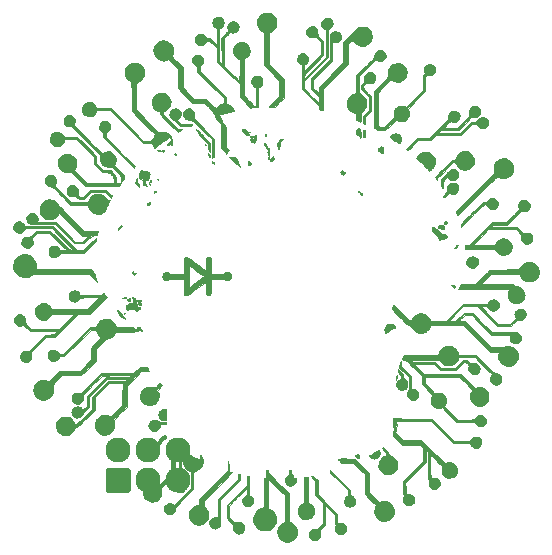
<source format=gbr>
G04 #@! TF.GenerationSoftware,KiCad,Pcbnew,(5.1.10)-1*
G04 #@! TF.CreationDate,2021-09-01T22:57:21-05:00*
G04 #@! TF.ProjectId,Bsides-KC-2021-SAO-BP,42736964-6573-42d4-9b43-2d323032312d,rev?*
G04 #@! TF.SameCoordinates,Original*
G04 #@! TF.FileFunction,Soldermask,Top*
G04 #@! TF.FilePolarity,Negative*
%FSLAX46Y46*%
G04 Gerber Fmt 4.6, Leading zero omitted, Abs format (unit mm)*
G04 Created by KiCad (PCBNEW (5.1.10)-1) date 2021-09-01 22:57:21*
%MOMM*%
%LPD*%
G01*
G04 APERTURE LIST*
%ADD10C,0.010000*%
%ADD11C,2.127200*%
%ADD12O,2.127200X2.127200*%
G04 APERTURE END LIST*
D10*
G04 #@! TO.C,G\u002A\u002A\u002A*
G36*
X106377315Y-92567486D02*
G01*
X106425136Y-92577823D01*
X106461981Y-92580334D01*
X106494265Y-92584867D01*
X106509114Y-92606173D01*
X106513096Y-92655804D01*
X106513167Y-92670387D01*
X106513167Y-92760441D01*
X107391584Y-93638667D01*
X108270000Y-94516892D01*
X108270000Y-96977975D01*
X108370542Y-97002658D01*
X108511038Y-97058072D01*
X108643128Y-97150914D01*
X108761729Y-97276409D01*
X108861758Y-97429782D01*
X108893756Y-97494193D01*
X108947034Y-97659240D01*
X108960465Y-97829375D01*
X108935281Y-97999459D01*
X108872716Y-98164353D01*
X108774001Y-98318919D01*
X108668619Y-98432804D01*
X108527948Y-98537026D01*
X108370263Y-98608679D01*
X108203528Y-98645954D01*
X108035707Y-98647039D01*
X107880082Y-98612040D01*
X107703463Y-98528175D01*
X107552089Y-98412357D01*
X107429887Y-98268098D01*
X107362694Y-98149707D01*
X107337380Y-98091189D01*
X107321064Y-98037464D01*
X107311828Y-97976435D01*
X107307755Y-97896002D01*
X107306917Y-97797917D01*
X107307850Y-97691530D01*
X107312010Y-97615416D01*
X107321435Y-97557534D01*
X107338167Y-97505838D01*
X107364244Y-97448287D01*
X107367137Y-97442371D01*
X107460411Y-97297440D01*
X107587934Y-97167879D01*
X107742423Y-97060866D01*
X107768806Y-97046500D01*
X107909810Y-96972417D01*
X107909988Y-95839880D01*
X107910167Y-94707343D01*
X107211667Y-94009084D01*
X106513167Y-93310824D01*
X106513167Y-95788848D01*
X106627439Y-95844892D01*
X106764141Y-95930166D01*
X106896037Y-96045533D01*
X107011537Y-96179302D01*
X107099053Y-96319779D01*
X107099991Y-96321669D01*
X107138157Y-96402866D01*
X107162290Y-96469115D01*
X107176211Y-96536392D01*
X107183742Y-96620673D01*
X107186712Y-96684292D01*
X107181630Y-96867381D01*
X107148439Y-97028614D01*
X107083768Y-97180489D01*
X107027896Y-97273160D01*
X106905601Y-97422801D01*
X106763100Y-97539064D01*
X106605290Y-97622656D01*
X106437068Y-97674289D01*
X106263329Y-97694670D01*
X106088970Y-97684511D01*
X105918887Y-97644520D01*
X105757975Y-97575407D01*
X105611132Y-97477881D01*
X105483253Y-97352652D01*
X105379235Y-97200429D01*
X105304435Y-97023408D01*
X105275813Y-96887677D01*
X105265243Y-96734428D01*
X105272941Y-96582383D01*
X105297868Y-96454428D01*
X105368115Y-96288648D01*
X105473692Y-96134703D01*
X105607968Y-95998825D01*
X105764313Y-95887247D01*
X105936095Y-95806200D01*
X106012999Y-95782304D01*
X106153334Y-95745497D01*
X106153334Y-93236500D01*
X106343834Y-93236500D01*
X106343834Y-92895569D01*
X106344233Y-92767850D01*
X106345817Y-92676821D01*
X106349159Y-92616844D01*
X106354835Y-92582281D01*
X106363421Y-92567492D01*
X106375492Y-92566839D01*
X106377315Y-92567486D01*
G37*
X106377315Y-92567486D02*
X106425136Y-92577823D01*
X106461981Y-92580334D01*
X106494265Y-92584867D01*
X106509114Y-92606173D01*
X106513096Y-92655804D01*
X106513167Y-92670387D01*
X106513167Y-92760441D01*
X107391584Y-93638667D01*
X108270000Y-94516892D01*
X108270000Y-96977975D01*
X108370542Y-97002658D01*
X108511038Y-97058072D01*
X108643128Y-97150914D01*
X108761729Y-97276409D01*
X108861758Y-97429782D01*
X108893756Y-97494193D01*
X108947034Y-97659240D01*
X108960465Y-97829375D01*
X108935281Y-97999459D01*
X108872716Y-98164353D01*
X108774001Y-98318919D01*
X108668619Y-98432804D01*
X108527948Y-98537026D01*
X108370263Y-98608679D01*
X108203528Y-98645954D01*
X108035707Y-98647039D01*
X107880082Y-98612040D01*
X107703463Y-98528175D01*
X107552089Y-98412357D01*
X107429887Y-98268098D01*
X107362694Y-98149707D01*
X107337380Y-98091189D01*
X107321064Y-98037464D01*
X107311828Y-97976435D01*
X107307755Y-97896002D01*
X107306917Y-97797917D01*
X107307850Y-97691530D01*
X107312010Y-97615416D01*
X107321435Y-97557534D01*
X107338167Y-97505838D01*
X107364244Y-97448287D01*
X107367137Y-97442371D01*
X107460411Y-97297440D01*
X107587934Y-97167879D01*
X107742423Y-97060866D01*
X107768806Y-97046500D01*
X107909810Y-96972417D01*
X107909988Y-95839880D01*
X107910167Y-94707343D01*
X107211667Y-94009084D01*
X106513167Y-93310824D01*
X106513167Y-95788848D01*
X106627439Y-95844892D01*
X106764141Y-95930166D01*
X106896037Y-96045533D01*
X107011537Y-96179302D01*
X107099053Y-96319779D01*
X107099991Y-96321669D01*
X107138157Y-96402866D01*
X107162290Y-96469115D01*
X107176211Y-96536392D01*
X107183742Y-96620673D01*
X107186712Y-96684292D01*
X107181630Y-96867381D01*
X107148439Y-97028614D01*
X107083768Y-97180489D01*
X107027896Y-97273160D01*
X106905601Y-97422801D01*
X106763100Y-97539064D01*
X106605290Y-97622656D01*
X106437068Y-97674289D01*
X106263329Y-97694670D01*
X106088970Y-97684511D01*
X105918887Y-97644520D01*
X105757975Y-97575407D01*
X105611132Y-97477881D01*
X105483253Y-97352652D01*
X105379235Y-97200429D01*
X105304435Y-97023408D01*
X105275813Y-96887677D01*
X105265243Y-96734428D01*
X105272941Y-96582383D01*
X105297868Y-96454428D01*
X105368115Y-96288648D01*
X105473692Y-96134703D01*
X105607968Y-95998825D01*
X105764313Y-95887247D01*
X105936095Y-95806200D01*
X106012999Y-95782304D01*
X106153334Y-95745497D01*
X106153334Y-93236500D01*
X106343834Y-93236500D01*
X106343834Y-92895569D01*
X106344233Y-92767850D01*
X106345817Y-92676821D01*
X106349159Y-92616844D01*
X106354835Y-92582281D01*
X106363421Y-92567492D01*
X106375492Y-92566839D01*
X106377315Y-92567486D01*
G36*
X110518959Y-93231632D02*
G01*
X110704167Y-93415534D01*
X110704167Y-94601951D01*
X111540250Y-95437834D01*
X112376334Y-96273716D01*
X112376334Y-96615129D01*
X112377166Y-96736595D01*
X112379463Y-96847988D01*
X112382923Y-96940252D01*
X112387246Y-97004331D01*
X112389941Y-97024577D01*
X112403500Y-97070511D01*
X112426577Y-97084590D01*
X112458732Y-97080270D01*
X112514706Y-97069612D01*
X112587329Y-97058016D01*
X112610157Y-97054775D01*
X112721835Y-97059298D01*
X112835214Y-97097757D01*
X112940225Y-97163422D01*
X113026798Y-97249565D01*
X113084862Y-97349459D01*
X113094474Y-97378377D01*
X113117016Y-97524656D01*
X113104179Y-97664636D01*
X113057470Y-97790108D01*
X113005069Y-97865318D01*
X112904862Y-97950222D01*
X112789201Y-98000674D01*
X112665459Y-98017873D01*
X112541011Y-98003020D01*
X112423230Y-97957312D01*
X112319489Y-97881950D01*
X112237162Y-97778132D01*
X112215513Y-97736894D01*
X112175302Y-97622009D01*
X112168358Y-97512158D01*
X112193993Y-97391830D01*
X112199490Y-97375175D01*
X112218645Y-97307489D01*
X112223661Y-97246589D01*
X112215459Y-97172107D01*
X112210073Y-97141422D01*
X112201366Y-97072303D01*
X112194046Y-96972528D01*
X112188731Y-96853768D01*
X112186041Y-96727694D01*
X112185834Y-96684023D01*
X112185834Y-96358176D01*
X111773084Y-95945834D01*
X111360334Y-95533491D01*
X111360334Y-97206007D01*
X111136593Y-97427878D01*
X111034968Y-97529641D01*
X110960661Y-97607929D01*
X110910360Y-97668485D01*
X110880753Y-97717056D01*
X110868527Y-97759387D01*
X110870370Y-97801223D01*
X110882969Y-97848308D01*
X110887089Y-97860628D01*
X110913543Y-97991246D01*
X110908128Y-98123074D01*
X110872220Y-98243326D01*
X110839737Y-98300234D01*
X110748999Y-98398435D01*
X110637904Y-98470429D01*
X110515482Y-98513314D01*
X110390763Y-98524190D01*
X110272780Y-98500156D01*
X110248902Y-98490026D01*
X110160374Y-98431818D01*
X110075861Y-98348020D01*
X110009901Y-98254045D01*
X109992436Y-98218178D01*
X109964220Y-98100590D01*
X109967698Y-97970952D01*
X110000909Y-97842898D01*
X110061896Y-97730061D01*
X110062733Y-97728930D01*
X110137952Y-97651225D01*
X110232038Y-97599650D01*
X110351874Y-97571423D01*
X110471334Y-97563775D01*
X110557356Y-97562422D01*
X110628878Y-97560623D01*
X110673928Y-97558703D01*
X110680872Y-97558107D01*
X110705626Y-97542620D01*
X110754169Y-97502343D01*
X110820516Y-97442581D01*
X110898684Y-97368641D01*
X110940163Y-97328178D01*
X111169834Y-97101856D01*
X111169834Y-95342071D01*
X110841750Y-95014500D01*
X110513667Y-94686929D01*
X110513667Y-93500247D01*
X110110205Y-93098917D01*
X110221977Y-93073324D01*
X110333750Y-93047730D01*
X110518959Y-93231632D01*
G37*
X110518959Y-93231632D02*
X110704167Y-93415534D01*
X110704167Y-94601951D01*
X111540250Y-95437834D01*
X112376334Y-96273716D01*
X112376334Y-96615129D01*
X112377166Y-96736595D01*
X112379463Y-96847988D01*
X112382923Y-96940252D01*
X112387246Y-97004331D01*
X112389941Y-97024577D01*
X112403500Y-97070511D01*
X112426577Y-97084590D01*
X112458732Y-97080270D01*
X112514706Y-97069612D01*
X112587329Y-97058016D01*
X112610157Y-97054775D01*
X112721835Y-97059298D01*
X112835214Y-97097757D01*
X112940225Y-97163422D01*
X113026798Y-97249565D01*
X113084862Y-97349459D01*
X113094474Y-97378377D01*
X113117016Y-97524656D01*
X113104179Y-97664636D01*
X113057470Y-97790108D01*
X113005069Y-97865318D01*
X112904862Y-97950222D01*
X112789201Y-98000674D01*
X112665459Y-98017873D01*
X112541011Y-98003020D01*
X112423230Y-97957312D01*
X112319489Y-97881950D01*
X112237162Y-97778132D01*
X112215513Y-97736894D01*
X112175302Y-97622009D01*
X112168358Y-97512158D01*
X112193993Y-97391830D01*
X112199490Y-97375175D01*
X112218645Y-97307489D01*
X112223661Y-97246589D01*
X112215459Y-97172107D01*
X112210073Y-97141422D01*
X112201366Y-97072303D01*
X112194046Y-96972528D01*
X112188731Y-96853768D01*
X112186041Y-96727694D01*
X112185834Y-96684023D01*
X112185834Y-96358176D01*
X111773084Y-95945834D01*
X111360334Y-95533491D01*
X111360334Y-97206007D01*
X111136593Y-97427878D01*
X111034968Y-97529641D01*
X110960661Y-97607929D01*
X110910360Y-97668485D01*
X110880753Y-97717056D01*
X110868527Y-97759387D01*
X110870370Y-97801223D01*
X110882969Y-97848308D01*
X110887089Y-97860628D01*
X110913543Y-97991246D01*
X110908128Y-98123074D01*
X110872220Y-98243326D01*
X110839737Y-98300234D01*
X110748999Y-98398435D01*
X110637904Y-98470429D01*
X110515482Y-98513314D01*
X110390763Y-98524190D01*
X110272780Y-98500156D01*
X110248902Y-98490026D01*
X110160374Y-98431818D01*
X110075861Y-98348020D01*
X110009901Y-98254045D01*
X109992436Y-98218178D01*
X109964220Y-98100590D01*
X109967698Y-97970952D01*
X110000909Y-97842898D01*
X110061896Y-97730061D01*
X110062733Y-97728930D01*
X110137952Y-97651225D01*
X110232038Y-97599650D01*
X110351874Y-97571423D01*
X110471334Y-97563775D01*
X110557356Y-97562422D01*
X110628878Y-97560623D01*
X110673928Y-97558703D01*
X110680872Y-97558107D01*
X110705626Y-97542620D01*
X110754169Y-97502343D01*
X110820516Y-97442581D01*
X110898684Y-97368641D01*
X110940163Y-97328178D01*
X111169834Y-97101856D01*
X111169834Y-95342071D01*
X110841750Y-95014500D01*
X110513667Y-94686929D01*
X110513667Y-93500247D01*
X110110205Y-93098917D01*
X110221977Y-93073324D01*
X110333750Y-93047730D01*
X110518959Y-93231632D01*
G36*
X104772209Y-93079314D02*
G01*
X104806311Y-93085800D01*
X104834037Y-93091279D01*
X104856040Y-93099825D01*
X104872975Y-93115510D01*
X104885497Y-93142410D01*
X104894259Y-93184596D01*
X104899916Y-93246143D01*
X104903124Y-93331125D01*
X104904536Y-93443614D01*
X104904807Y-93587686D01*
X104904591Y-93767412D01*
X104904500Y-93902665D01*
X104904500Y-94692978D01*
X104994459Y-94746017D01*
X105120098Y-94839702D01*
X105206836Y-94949508D01*
X105254433Y-95075052D01*
X105264334Y-95173250D01*
X105244282Y-95306628D01*
X105187822Y-95426958D01*
X105100498Y-95526859D01*
X104987854Y-95598954D01*
X104927843Y-95621105D01*
X104786610Y-95643309D01*
X104653721Y-95629013D01*
X104534667Y-95582074D01*
X104434936Y-95506345D01*
X104360020Y-95405681D01*
X104315407Y-95283939D01*
X104305130Y-95183834D01*
X104318511Y-95064514D01*
X104361157Y-94959667D01*
X104436825Y-94863675D01*
X104549271Y-94770919D01*
X104606845Y-94732540D01*
X104674444Y-94667934D01*
X104699201Y-94612334D01*
X104705521Y-94565443D01*
X104708561Y-94493116D01*
X104708652Y-94406317D01*
X104706130Y-94316010D01*
X104701328Y-94233160D01*
X104694578Y-94168730D01*
X104686216Y-94133684D01*
X104684570Y-94131348D01*
X104665192Y-94140869D01*
X104619403Y-94177647D01*
X104550365Y-94238648D01*
X104461243Y-94320839D01*
X104355200Y-94421187D01*
X104235400Y-94536660D01*
X104105006Y-94664224D01*
X103967182Y-94800848D01*
X103825091Y-94943497D01*
X103681898Y-95089140D01*
X103631502Y-95140882D01*
X103190000Y-95595346D01*
X103190000Y-96573173D01*
X103375209Y-96752884D01*
X103474130Y-96848569D01*
X103550189Y-96918814D01*
X103611261Y-96967283D01*
X103665226Y-96997639D01*
X103719961Y-97013546D01*
X103783345Y-97018668D01*
X103863256Y-97016670D01*
X103934373Y-97012936D01*
X104174250Y-97000151D01*
X104272937Y-97064017D01*
X104380063Y-97156090D01*
X104451550Y-97267698D01*
X104486149Y-97393689D01*
X104482612Y-97528911D01*
X104439691Y-97668214D01*
X104426162Y-97696324D01*
X104348325Y-97806266D01*
X104245929Y-97887956D01*
X104126959Y-97938146D01*
X103999396Y-97953589D01*
X103871225Y-97931038D01*
X103859449Y-97926854D01*
X103737110Y-97860776D01*
X103633560Y-97764742D01*
X103575928Y-97679835D01*
X103549479Y-97623861D01*
X103536536Y-97573199D01*
X103534698Y-97511421D01*
X103540249Y-97435973D01*
X103545049Y-97363768D01*
X103542220Y-97302984D01*
X103528223Y-97247274D01*
X103499517Y-97190286D01*
X103452564Y-97125671D01*
X103383825Y-97047080D01*
X103289761Y-96948162D01*
X103239815Y-96896948D01*
X102999500Y-96651457D01*
X102999500Y-95532888D01*
X103856750Y-94675834D01*
X104714000Y-93818779D01*
X104714000Y-93066360D01*
X104772209Y-93079314D01*
G37*
X104772209Y-93079314D02*
X104806311Y-93085800D01*
X104834037Y-93091279D01*
X104856040Y-93099825D01*
X104872975Y-93115510D01*
X104885497Y-93142410D01*
X104894259Y-93184596D01*
X104899916Y-93246143D01*
X104903124Y-93331125D01*
X104904536Y-93443614D01*
X104904807Y-93587686D01*
X104904591Y-93767412D01*
X104904500Y-93902665D01*
X104904500Y-94692978D01*
X104994459Y-94746017D01*
X105120098Y-94839702D01*
X105206836Y-94949508D01*
X105254433Y-95075052D01*
X105264334Y-95173250D01*
X105244282Y-95306628D01*
X105187822Y-95426958D01*
X105100498Y-95526859D01*
X104987854Y-95598954D01*
X104927843Y-95621105D01*
X104786610Y-95643309D01*
X104653721Y-95629013D01*
X104534667Y-95582074D01*
X104434936Y-95506345D01*
X104360020Y-95405681D01*
X104315407Y-95283939D01*
X104305130Y-95183834D01*
X104318511Y-95064514D01*
X104361157Y-94959667D01*
X104436825Y-94863675D01*
X104549271Y-94770919D01*
X104606845Y-94732540D01*
X104674444Y-94667934D01*
X104699201Y-94612334D01*
X104705521Y-94565443D01*
X104708561Y-94493116D01*
X104708652Y-94406317D01*
X104706130Y-94316010D01*
X104701328Y-94233160D01*
X104694578Y-94168730D01*
X104686216Y-94133684D01*
X104684570Y-94131348D01*
X104665192Y-94140869D01*
X104619403Y-94177647D01*
X104550365Y-94238648D01*
X104461243Y-94320839D01*
X104355200Y-94421187D01*
X104235400Y-94536660D01*
X104105006Y-94664224D01*
X103967182Y-94800848D01*
X103825091Y-94943497D01*
X103681898Y-95089140D01*
X103631502Y-95140882D01*
X103190000Y-95595346D01*
X103190000Y-96573173D01*
X103375209Y-96752884D01*
X103474130Y-96848569D01*
X103550189Y-96918814D01*
X103611261Y-96967283D01*
X103665226Y-96997639D01*
X103719961Y-97013546D01*
X103783345Y-97018668D01*
X103863256Y-97016670D01*
X103934373Y-97012936D01*
X104174250Y-97000151D01*
X104272937Y-97064017D01*
X104380063Y-97156090D01*
X104451550Y-97267698D01*
X104486149Y-97393689D01*
X104482612Y-97528911D01*
X104439691Y-97668214D01*
X104426162Y-97696324D01*
X104348325Y-97806266D01*
X104245929Y-97887956D01*
X104126959Y-97938146D01*
X103999396Y-97953589D01*
X103871225Y-97931038D01*
X103859449Y-97926854D01*
X103737110Y-97860776D01*
X103633560Y-97764742D01*
X103575928Y-97679835D01*
X103549479Y-97623861D01*
X103536536Y-97573199D01*
X103534698Y-97511421D01*
X103540249Y-97435973D01*
X103545049Y-97363768D01*
X103542220Y-97302984D01*
X103528223Y-97247274D01*
X103499517Y-97190286D01*
X103452564Y-97125671D01*
X103383825Y-97047080D01*
X103289761Y-96948162D01*
X103239815Y-96896948D01*
X102999500Y-96651457D01*
X102999500Y-95532888D01*
X103856750Y-94675834D01*
X104714000Y-93818779D01*
X104714000Y-93066360D01*
X104772209Y-93079314D01*
G36*
X104010047Y-92907983D02*
G01*
X104065628Y-92920091D01*
X104101857Y-92931039D01*
X104105297Y-92932754D01*
X104111466Y-92956544D01*
X104116535Y-93014129D01*
X104119994Y-93096975D01*
X104121331Y-93196549D01*
X104121334Y-93200808D01*
X104121334Y-93458951D01*
X102444696Y-95130917D01*
X102454828Y-95924667D01*
X102456832Y-96119607D01*
X102457945Y-96314685D01*
X102458190Y-96502587D01*
X102457587Y-96675998D01*
X102456160Y-96827606D01*
X102453928Y-96950096D01*
X102451560Y-97022645D01*
X102438160Y-97326874D01*
X102358553Y-97395689D01*
X102289174Y-97441398D01*
X102197473Y-97483465D01*
X102100480Y-97515549D01*
X102015225Y-97531314D01*
X101992695Y-97531859D01*
X101948327Y-97524885D01*
X101883779Y-97508981D01*
X101853767Y-97500215D01*
X101760961Y-97453568D01*
X101671961Y-97377361D01*
X101599092Y-97283502D01*
X101568693Y-97224759D01*
X101539847Y-97104710D01*
X101544450Y-96975333D01*
X101580073Y-96849769D01*
X101644287Y-96741156D01*
X101661831Y-96721031D01*
X101747881Y-96651024D01*
X101851787Y-96599411D01*
X101962304Y-96569039D01*
X102068185Y-96562754D01*
X102158186Y-96583402D01*
X102174000Y-96591417D01*
X102217571Y-96613688D01*
X102242792Y-96622417D01*
X102246375Y-96602198D01*
X102249675Y-96544282D01*
X102252599Y-96453308D01*
X102255053Y-96333911D01*
X102256944Y-96190729D01*
X102258179Y-96028398D01*
X102258663Y-95851555D01*
X102258667Y-95834608D01*
X102258667Y-95046049D01*
X103094750Y-94210167D01*
X103930834Y-93374284D01*
X103930834Y-92893122D01*
X104010047Y-92907983D01*
G37*
X104010047Y-92907983D02*
X104065628Y-92920091D01*
X104101857Y-92931039D01*
X104105297Y-92932754D01*
X104111466Y-92956544D01*
X104116535Y-93014129D01*
X104119994Y-93096975D01*
X104121331Y-93196549D01*
X104121334Y-93200808D01*
X104121334Y-93458951D01*
X102444696Y-95130917D01*
X102454828Y-95924667D01*
X102456832Y-96119607D01*
X102457945Y-96314685D01*
X102458190Y-96502587D01*
X102457587Y-96675998D01*
X102456160Y-96827606D01*
X102453928Y-96950096D01*
X102451560Y-97022645D01*
X102438160Y-97326874D01*
X102358553Y-97395689D01*
X102289174Y-97441398D01*
X102197473Y-97483465D01*
X102100480Y-97515549D01*
X102015225Y-97531314D01*
X101992695Y-97531859D01*
X101948327Y-97524885D01*
X101883779Y-97508981D01*
X101853767Y-97500215D01*
X101760961Y-97453568D01*
X101671961Y-97377361D01*
X101599092Y-97283502D01*
X101568693Y-97224759D01*
X101539847Y-97104710D01*
X101544450Y-96975333D01*
X101580073Y-96849769D01*
X101644287Y-96741156D01*
X101661831Y-96721031D01*
X101747881Y-96651024D01*
X101851787Y-96599411D01*
X101962304Y-96569039D01*
X102068185Y-96562754D01*
X102158186Y-96583402D01*
X102174000Y-96591417D01*
X102217571Y-96613688D01*
X102242792Y-96622417D01*
X102246375Y-96602198D01*
X102249675Y-96544282D01*
X102252599Y-96453308D01*
X102255053Y-96333911D01*
X102256944Y-96190729D01*
X102258179Y-96028398D01*
X102258663Y-95851555D01*
X102258667Y-95834608D01*
X102258667Y-95046049D01*
X103094750Y-94210167D01*
X103930834Y-93374284D01*
X103930834Y-92893122D01*
X104010047Y-92907983D01*
G36*
X103121209Y-91801182D02*
G01*
X103133800Y-91806895D01*
X103143346Y-91822151D01*
X103150375Y-91852364D01*
X103155414Y-91902950D01*
X103158991Y-91979323D01*
X103161633Y-92086898D01*
X103163869Y-92231090D01*
X103163992Y-92240316D01*
X103166679Y-92397253D01*
X103170616Y-92516827D01*
X103176687Y-92604004D01*
X103185775Y-92663753D01*
X103198762Y-92701041D01*
X103216533Y-92720836D01*
X103239969Y-92728106D01*
X103250800Y-92728618D01*
X103292790Y-92734170D01*
X103353290Y-92747767D01*
X103367938Y-92751694D01*
X103450626Y-92774653D01*
X102251396Y-93974020D01*
X101052167Y-95173388D01*
X101052167Y-95338041D01*
X101057823Y-95459376D01*
X101078609Y-95555936D01*
X101120253Y-95642163D01*
X101188479Y-95732500D01*
X101224763Y-95773313D01*
X101291572Y-95856086D01*
X101356366Y-95952382D01*
X101399589Y-96030500D01*
X101431179Y-96101422D01*
X101450612Y-96161439D01*
X101460769Y-96225481D01*
X101464531Y-96308477D01*
X101464917Y-96369167D01*
X101463266Y-96471550D01*
X101456601Y-96546155D01*
X101442355Y-96607467D01*
X101417960Y-96669971D01*
X101407577Y-96692619D01*
X101341000Y-96804707D01*
X101250001Y-96917220D01*
X101146041Y-97018141D01*
X101040580Y-97095453D01*
X101004643Y-97115099D01*
X100923546Y-97147953D01*
X100825683Y-97177890D01*
X100726787Y-97200976D01*
X100642592Y-97213274D01*
X100609071Y-97214060D01*
X100570707Y-97208733D01*
X100507559Y-97196939D01*
X100459500Y-97186890D01*
X100298483Y-97132105D01*
X100148552Y-97043779D01*
X100017942Y-96928755D01*
X99914887Y-96793875D01*
X99863783Y-96691888D01*
X99839075Y-96619828D01*
X99824049Y-96546257D01*
X99816602Y-96456898D01*
X99814664Y-96358138D01*
X99815359Y-96257353D01*
X99820055Y-96185131D01*
X99831401Y-96127723D01*
X99852050Y-96071379D01*
X99882362Y-96006995D01*
X99983747Y-95847688D01*
X100116236Y-95714184D01*
X100274888Y-95610082D01*
X100454760Y-95538985D01*
X100555962Y-95516095D01*
X100692334Y-95492735D01*
X100692334Y-95046110D01*
X101888250Y-93850334D01*
X103084167Y-92654557D01*
X103084167Y-92224310D01*
X103084402Y-92078899D01*
X103085414Y-91970557D01*
X103087665Y-91894023D01*
X103091614Y-91844033D01*
X103097723Y-91815325D01*
X103106452Y-91802638D01*
X103118261Y-91800707D01*
X103121209Y-91801182D01*
G37*
X103121209Y-91801182D02*
X103133800Y-91806895D01*
X103143346Y-91822151D01*
X103150375Y-91852364D01*
X103155414Y-91902950D01*
X103158991Y-91979323D01*
X103161633Y-92086898D01*
X103163869Y-92231090D01*
X103163992Y-92240316D01*
X103166679Y-92397253D01*
X103170616Y-92516827D01*
X103176687Y-92604004D01*
X103185775Y-92663753D01*
X103198762Y-92701041D01*
X103216533Y-92720836D01*
X103239969Y-92728106D01*
X103250800Y-92728618D01*
X103292790Y-92734170D01*
X103353290Y-92747767D01*
X103367938Y-92751694D01*
X103450626Y-92774653D01*
X102251396Y-93974020D01*
X101052167Y-95173388D01*
X101052167Y-95338041D01*
X101057823Y-95459376D01*
X101078609Y-95555936D01*
X101120253Y-95642163D01*
X101188479Y-95732500D01*
X101224763Y-95773313D01*
X101291572Y-95856086D01*
X101356366Y-95952382D01*
X101399589Y-96030500D01*
X101431179Y-96101422D01*
X101450612Y-96161439D01*
X101460769Y-96225481D01*
X101464531Y-96308477D01*
X101464917Y-96369167D01*
X101463266Y-96471550D01*
X101456601Y-96546155D01*
X101442355Y-96607467D01*
X101417960Y-96669971D01*
X101407577Y-96692619D01*
X101341000Y-96804707D01*
X101250001Y-96917220D01*
X101146041Y-97018141D01*
X101040580Y-97095453D01*
X101004643Y-97115099D01*
X100923546Y-97147953D01*
X100825683Y-97177890D01*
X100726787Y-97200976D01*
X100642592Y-97213274D01*
X100609071Y-97214060D01*
X100570707Y-97208733D01*
X100507559Y-97196939D01*
X100459500Y-97186890D01*
X100298483Y-97132105D01*
X100148552Y-97043779D01*
X100017942Y-96928755D01*
X99914887Y-96793875D01*
X99863783Y-96691888D01*
X99839075Y-96619828D01*
X99824049Y-96546257D01*
X99816602Y-96456898D01*
X99814664Y-96358138D01*
X99815359Y-96257353D01*
X99820055Y-96185131D01*
X99831401Y-96127723D01*
X99852050Y-96071379D01*
X99882362Y-96006995D01*
X99983747Y-95847688D01*
X100116236Y-95714184D01*
X100274888Y-95610082D01*
X100454760Y-95538985D01*
X100555962Y-95516095D01*
X100692334Y-95492735D01*
X100692334Y-95046110D01*
X101888250Y-93850334D01*
X103084167Y-92654557D01*
X103084167Y-92224310D01*
X103084402Y-92078899D01*
X103085414Y-91970557D01*
X103087665Y-91894023D01*
X103091614Y-91844033D01*
X103097723Y-91815325D01*
X103106452Y-91802638D01*
X103118261Y-91800707D01*
X103121209Y-91801182D01*
G36*
X112851325Y-91586358D02*
G01*
X112878193Y-91592514D01*
X112942444Y-91597796D01*
X113039130Y-91602015D01*
X113163306Y-91604980D01*
X113310026Y-91606503D01*
X113380555Y-91606667D01*
X113889476Y-91606667D01*
X114487572Y-92204486D01*
X115085667Y-92802305D01*
X115085667Y-94475157D01*
X115493610Y-94882699D01*
X115901554Y-95290240D01*
X116014352Y-95256742D01*
X116196284Y-95212531D01*
X116350359Y-95196630D01*
X116466837Y-95206012D01*
X116645923Y-95259635D01*
X116803999Y-95345854D01*
X116937813Y-95459943D01*
X117044112Y-95597174D01*
X117119645Y-95752821D01*
X117161159Y-95922158D01*
X117165402Y-96100459D01*
X117150795Y-96200040D01*
X117093044Y-96384507D01*
X117004027Y-96542043D01*
X116886712Y-96670621D01*
X116744069Y-96768213D01*
X116579063Y-96832793D01*
X116394664Y-96862332D01*
X116193839Y-96854804D01*
X116192503Y-96854632D01*
X116010568Y-96811916D01*
X115852964Y-96735058D01*
X115721660Y-96625742D01*
X115618623Y-96485650D01*
X115545820Y-96316465D01*
X115539798Y-96296346D01*
X115515152Y-96161813D01*
X115510185Y-96010914D01*
X115523950Y-95859490D01*
X115555498Y-95723381D01*
X115577546Y-95666232D01*
X115631185Y-95549069D01*
X115178509Y-95096761D01*
X114725834Y-94644453D01*
X114725834Y-92950412D01*
X114233543Y-92458456D01*
X113741253Y-91966500D01*
X112724448Y-91966500D01*
X112578242Y-91819165D01*
X112506678Y-91743782D01*
X112466705Y-91693405D01*
X112457073Y-91666330D01*
X112462393Y-91661263D01*
X112539814Y-91637450D01*
X112626315Y-91615660D01*
X112711352Y-91597921D01*
X112784380Y-91586267D01*
X112834853Y-91582727D01*
X112851325Y-91586358D01*
G37*
X112851325Y-91586358D02*
X112878193Y-91592514D01*
X112942444Y-91597796D01*
X113039130Y-91602015D01*
X113163306Y-91604980D01*
X113310026Y-91606503D01*
X113380555Y-91606667D01*
X113889476Y-91606667D01*
X114487572Y-92204486D01*
X115085667Y-92802305D01*
X115085667Y-94475157D01*
X115493610Y-94882699D01*
X115901554Y-95290240D01*
X116014352Y-95256742D01*
X116196284Y-95212531D01*
X116350359Y-95196630D01*
X116466837Y-95206012D01*
X116645923Y-95259635D01*
X116803999Y-95345854D01*
X116937813Y-95459943D01*
X117044112Y-95597174D01*
X117119645Y-95752821D01*
X117161159Y-95922158D01*
X117165402Y-96100459D01*
X117150795Y-96200040D01*
X117093044Y-96384507D01*
X117004027Y-96542043D01*
X116886712Y-96670621D01*
X116744069Y-96768213D01*
X116579063Y-96832793D01*
X116394664Y-96862332D01*
X116193839Y-96854804D01*
X116192503Y-96854632D01*
X116010568Y-96811916D01*
X115852964Y-96735058D01*
X115721660Y-96625742D01*
X115618623Y-96485650D01*
X115545820Y-96316465D01*
X115539798Y-96296346D01*
X115515152Y-96161813D01*
X115510185Y-96010914D01*
X115523950Y-95859490D01*
X115555498Y-95723381D01*
X115577546Y-95666232D01*
X115631185Y-95549069D01*
X115178509Y-95096761D01*
X114725834Y-94644453D01*
X114725834Y-92950412D01*
X114233543Y-92458456D01*
X113741253Y-91966500D01*
X112724448Y-91966500D01*
X112578242Y-91819165D01*
X112506678Y-91743782D01*
X112466705Y-91693405D01*
X112457073Y-91666330D01*
X112462393Y-91661263D01*
X112539814Y-91637450D01*
X112626315Y-91615660D01*
X112711352Y-91597921D01*
X112784380Y-91586267D01*
X112834853Y-91582727D01*
X112851325Y-91586358D01*
G36*
X109853063Y-93155285D02*
G01*
X109859255Y-93167841D01*
X109864375Y-93192804D01*
X109868523Y-93233477D01*
X109871799Y-93293162D01*
X109874301Y-93375163D01*
X109876128Y-93482781D01*
X109877379Y-93619320D01*
X109878153Y-93788082D01*
X109878549Y-93992370D01*
X109878667Y-94235486D01*
X109878667Y-95351535D01*
X109962181Y-95374023D01*
X110049189Y-95414095D01*
X110142303Y-95484823D01*
X110232438Y-95577350D01*
X110310511Y-95682817D01*
X110349115Y-95751310D01*
X110387022Y-95834721D01*
X110407974Y-95903762D01*
X110416638Y-95978896D01*
X110417875Y-96052823D01*
X110414640Y-96147410D01*
X110402482Y-96220641D01*
X110376588Y-96293293D01*
X110348029Y-96354284D01*
X110256179Y-96498033D01*
X110139507Y-96607665D01*
X109999184Y-96682478D01*
X109836379Y-96721772D01*
X109724981Y-96727990D01*
X109631696Y-96722614D01*
X109540150Y-96709596D01*
X109476614Y-96693694D01*
X109321164Y-96618590D01*
X109194441Y-96514245D01*
X109099177Y-96384830D01*
X109038100Y-96234512D01*
X109013940Y-96067462D01*
X109015707Y-95989754D01*
X109047905Y-95821165D01*
X109118085Y-95670244D01*
X109224840Y-95539151D01*
X109366762Y-95430045D01*
X109389323Y-95416667D01*
X109518375Y-95342584D01*
X109518604Y-94271477D01*
X109518834Y-93200371D01*
X109665786Y-93176102D01*
X109744164Y-93163901D01*
X109808732Y-93155187D01*
X109845585Y-93151834D01*
X109845702Y-93151834D01*
X109853063Y-93155285D01*
G37*
X109853063Y-93155285D02*
X109859255Y-93167841D01*
X109864375Y-93192804D01*
X109868523Y-93233477D01*
X109871799Y-93293162D01*
X109874301Y-93375163D01*
X109876128Y-93482781D01*
X109877379Y-93619320D01*
X109878153Y-93788082D01*
X109878549Y-93992370D01*
X109878667Y-94235486D01*
X109878667Y-95351535D01*
X109962181Y-95374023D01*
X110049189Y-95414095D01*
X110142303Y-95484823D01*
X110232438Y-95577350D01*
X110310511Y-95682817D01*
X110349115Y-95751310D01*
X110387022Y-95834721D01*
X110407974Y-95903762D01*
X110416638Y-95978896D01*
X110417875Y-96052823D01*
X110414640Y-96147410D01*
X110402482Y-96220641D01*
X110376588Y-96293293D01*
X110348029Y-96354284D01*
X110256179Y-96498033D01*
X110139507Y-96607665D01*
X109999184Y-96682478D01*
X109836379Y-96721772D01*
X109724981Y-96727990D01*
X109631696Y-96722614D01*
X109540150Y-96709596D01*
X109476614Y-96693694D01*
X109321164Y-96618590D01*
X109194441Y-96514245D01*
X109099177Y-96384830D01*
X109038100Y-96234512D01*
X109013940Y-96067462D01*
X109015707Y-95989754D01*
X109047905Y-95821165D01*
X109118085Y-95670244D01*
X109224840Y-95539151D01*
X109366762Y-95430045D01*
X109389323Y-95416667D01*
X109518375Y-95342584D01*
X109518604Y-94271477D01*
X109518834Y-93200371D01*
X109665786Y-93176102D01*
X109744164Y-93163901D01*
X109808732Y-93155187D01*
X109845585Y-93151834D01*
X109845702Y-93151834D01*
X109853063Y-93155285D01*
G36*
X99877417Y-91292312D02*
G01*
X100029328Y-91373493D01*
X100181092Y-91449926D01*
X100326780Y-91519009D01*
X100460465Y-91578140D01*
X100576219Y-91624715D01*
X100668114Y-91656134D01*
X100730223Y-91669794D01*
X100738163Y-91670167D01*
X100745884Y-91650565D01*
X100751894Y-91598001D01*
X100755339Y-91521839D01*
X100755834Y-91476386D01*
X100756261Y-91385844D01*
X100758614Y-91331110D01*
X100764501Y-91305662D01*
X100775530Y-91302974D01*
X100793309Y-91316525D01*
X100794884Y-91317946D01*
X100833546Y-91366991D01*
X100877284Y-91443896D01*
X100919843Y-91535735D01*
X100954970Y-91629579D01*
X100968953Y-91677750D01*
X100986179Y-91809606D01*
X100979559Y-91956182D01*
X100950926Y-92098539D01*
X100920149Y-92182540D01*
X100843494Y-92308285D01*
X100736455Y-92426437D01*
X100609133Y-92529067D01*
X100471629Y-92608248D01*
X100334046Y-92656052D01*
X100311128Y-92660530D01*
X100248525Y-92676175D01*
X100215700Y-92700525D01*
X100203169Y-92728941D01*
X100199581Y-92762282D01*
X100196184Y-92832518D01*
X100193100Y-92934209D01*
X100190449Y-93061918D01*
X100188352Y-93210205D01*
X100186931Y-93373632D01*
X100186443Y-93480043D01*
X100184334Y-94178669D01*
X99516303Y-94845293D01*
X99329810Y-95031965D01*
X99171612Y-95191763D01*
X99039522Y-95327192D01*
X98931355Y-95440755D01*
X98844925Y-95534957D01*
X98778046Y-95612302D01*
X98728533Y-95675296D01*
X98694201Y-95726441D01*
X98672863Y-95768243D01*
X98662334Y-95803206D01*
X98660215Y-95826222D01*
X98639650Y-95964984D01*
X98581558Y-96092903D01*
X98490593Y-96202743D01*
X98371406Y-96287266D01*
X98360071Y-96293077D01*
X98226853Y-96339261D01*
X98097262Y-96343581D01*
X97972399Y-96306007D01*
X97967160Y-96303455D01*
X97855250Y-96227403D01*
X97771174Y-96128330D01*
X97716023Y-96013550D01*
X97690888Y-95890378D01*
X97696861Y-95766128D01*
X97735032Y-95648115D01*
X97806493Y-95543654D01*
X97847975Y-95504520D01*
X97936754Y-95447868D01*
X98044509Y-95403101D01*
X98151538Y-95377583D01*
X98196334Y-95374334D01*
X98242290Y-95383857D01*
X98311588Y-95409053D01*
X98390662Y-95444862D01*
X98405429Y-95452323D01*
X98557039Y-95530312D01*
X99275436Y-94812148D01*
X99993834Y-94093984D01*
X99993834Y-92672731D01*
X99878302Y-92636313D01*
X99732910Y-92569339D01*
X99597819Y-92465823D01*
X99478714Y-92331304D01*
X99381283Y-92171321D01*
X99364481Y-92135834D01*
X99313079Y-91972654D01*
X99301333Y-91804088D01*
X99328004Y-91635684D01*
X99391852Y-91472993D01*
X99491636Y-91321564D01*
X99564088Y-91242444D01*
X99644584Y-91163971D01*
X99877417Y-91292312D01*
G37*
X99877417Y-91292312D02*
X100029328Y-91373493D01*
X100181092Y-91449926D01*
X100326780Y-91519009D01*
X100460465Y-91578140D01*
X100576219Y-91624715D01*
X100668114Y-91656134D01*
X100730223Y-91669794D01*
X100738163Y-91670167D01*
X100745884Y-91650565D01*
X100751894Y-91598001D01*
X100755339Y-91521839D01*
X100755834Y-91476386D01*
X100756261Y-91385844D01*
X100758614Y-91331110D01*
X100764501Y-91305662D01*
X100775530Y-91302974D01*
X100793309Y-91316525D01*
X100794884Y-91317946D01*
X100833546Y-91366991D01*
X100877284Y-91443896D01*
X100919843Y-91535735D01*
X100954970Y-91629579D01*
X100968953Y-91677750D01*
X100986179Y-91809606D01*
X100979559Y-91956182D01*
X100950926Y-92098539D01*
X100920149Y-92182540D01*
X100843494Y-92308285D01*
X100736455Y-92426437D01*
X100609133Y-92529067D01*
X100471629Y-92608248D01*
X100334046Y-92656052D01*
X100311128Y-92660530D01*
X100248525Y-92676175D01*
X100215700Y-92700525D01*
X100203169Y-92728941D01*
X100199581Y-92762282D01*
X100196184Y-92832518D01*
X100193100Y-92934209D01*
X100190449Y-93061918D01*
X100188352Y-93210205D01*
X100186931Y-93373632D01*
X100186443Y-93480043D01*
X100184334Y-94178669D01*
X99516303Y-94845293D01*
X99329810Y-95031965D01*
X99171612Y-95191763D01*
X99039522Y-95327192D01*
X98931355Y-95440755D01*
X98844925Y-95534957D01*
X98778046Y-95612302D01*
X98728533Y-95675296D01*
X98694201Y-95726441D01*
X98672863Y-95768243D01*
X98662334Y-95803206D01*
X98660215Y-95826222D01*
X98639650Y-95964984D01*
X98581558Y-96092903D01*
X98490593Y-96202743D01*
X98371406Y-96287266D01*
X98360071Y-96293077D01*
X98226853Y-96339261D01*
X98097262Y-96343581D01*
X97972399Y-96306007D01*
X97967160Y-96303455D01*
X97855250Y-96227403D01*
X97771174Y-96128330D01*
X97716023Y-96013550D01*
X97690888Y-95890378D01*
X97696861Y-95766128D01*
X97735032Y-95648115D01*
X97806493Y-95543654D01*
X97847975Y-95504520D01*
X97936754Y-95447868D01*
X98044509Y-95403101D01*
X98151538Y-95377583D01*
X98196334Y-95374334D01*
X98242290Y-95383857D01*
X98311588Y-95409053D01*
X98390662Y-95444862D01*
X98405429Y-95452323D01*
X98557039Y-95530312D01*
X99275436Y-94812148D01*
X99993834Y-94093984D01*
X99993834Y-92672731D01*
X99878302Y-92636313D01*
X99732910Y-92569339D01*
X99597819Y-92465823D01*
X99478714Y-92331304D01*
X99381283Y-92171321D01*
X99364481Y-92135834D01*
X99313079Y-91972654D01*
X99301333Y-91804088D01*
X99328004Y-91635684D01*
X99391852Y-91472993D01*
X99491636Y-91321564D01*
X99564088Y-91242444D01*
X99644584Y-91163971D01*
X99877417Y-91292312D01*
G36*
X112631961Y-93418044D02*
G01*
X113477000Y-94262885D01*
X113477324Y-94464068D01*
X113479021Y-94553872D01*
X113483307Y-94628404D01*
X113489428Y-94676992D01*
X113493199Y-94688641D01*
X113522336Y-94710228D01*
X113573913Y-94733096D01*
X113584152Y-94736596D01*
X113662272Y-94778311D01*
X113741652Y-94847258D01*
X113809534Y-94930727D01*
X113846383Y-94997945D01*
X113871605Y-95097543D01*
X113877333Y-95214710D01*
X113863892Y-95329608D01*
X113839691Y-95406265D01*
X113768435Y-95514922D01*
X113669651Y-95597207D01*
X113551159Y-95650047D01*
X113420778Y-95670363D01*
X113286329Y-95655082D01*
X113241734Y-95641465D01*
X113122768Y-95582184D01*
X113033573Y-95497111D01*
X112981405Y-95412366D01*
X112938740Y-95299924D01*
X112929848Y-95193496D01*
X112954902Y-95081265D01*
X112987400Y-95003917D01*
X113061060Y-94878313D01*
X113145059Y-94790354D01*
X113206332Y-94751689D01*
X113228452Y-94737680D01*
X113242965Y-94716374D01*
X113251834Y-94679180D01*
X113257023Y-94617510D01*
X113260497Y-94522772D01*
X113260755Y-94513675D01*
X113266760Y-94299750D01*
X112488172Y-93534815D01*
X112314909Y-93363862D01*
X112160902Y-93210428D01*
X112027819Y-93076237D01*
X111917333Y-92963016D01*
X111831114Y-92872492D01*
X111770832Y-92806390D01*
X111738157Y-92766438D01*
X111732989Y-92754481D01*
X111751556Y-92725223D01*
X111768412Y-92671833D01*
X111771658Y-92656144D01*
X111786923Y-92573204D01*
X112631961Y-93418044D01*
G37*
X112631961Y-93418044D02*
X113477000Y-94262885D01*
X113477324Y-94464068D01*
X113479021Y-94553872D01*
X113483307Y-94628404D01*
X113489428Y-94676992D01*
X113493199Y-94688641D01*
X113522336Y-94710228D01*
X113573913Y-94733096D01*
X113584152Y-94736596D01*
X113662272Y-94778311D01*
X113741652Y-94847258D01*
X113809534Y-94930727D01*
X113846383Y-94997945D01*
X113871605Y-95097543D01*
X113877333Y-95214710D01*
X113863892Y-95329608D01*
X113839691Y-95406265D01*
X113768435Y-95514922D01*
X113669651Y-95597207D01*
X113551159Y-95650047D01*
X113420778Y-95670363D01*
X113286329Y-95655082D01*
X113241734Y-95641465D01*
X113122768Y-95582184D01*
X113033573Y-95497111D01*
X112981405Y-95412366D01*
X112938740Y-95299924D01*
X112929848Y-95193496D01*
X112954902Y-95081265D01*
X112987400Y-95003917D01*
X113061060Y-94878313D01*
X113145059Y-94790354D01*
X113206332Y-94751689D01*
X113228452Y-94737680D01*
X113242965Y-94716374D01*
X113251834Y-94679180D01*
X113257023Y-94617510D01*
X113260497Y-94522772D01*
X113260755Y-94513675D01*
X113266760Y-94299750D01*
X112488172Y-93534815D01*
X112314909Y-93363862D01*
X112160902Y-93210428D01*
X112027819Y-93076237D01*
X111917333Y-92963016D01*
X111831114Y-92872492D01*
X111770832Y-92806390D01*
X111738157Y-92766438D01*
X111732989Y-92754481D01*
X111751556Y-92725223D01*
X111768412Y-92671833D01*
X111771658Y-92656144D01*
X111786923Y-92573204D01*
X112631961Y-93418044D01*
G36*
X117147113Y-88176053D02*
G01*
X117151258Y-88179195D01*
X117181898Y-88187193D01*
X117252701Y-88194828D01*
X117361499Y-88202047D01*
X117506125Y-88208797D01*
X117684408Y-88215025D01*
X117894182Y-88220678D01*
X118133278Y-88225705D01*
X118399526Y-88230052D01*
X118690760Y-88233665D01*
X119004809Y-88236493D01*
X119339506Y-88238483D01*
X119626007Y-88239448D01*
X120388097Y-88241167D01*
X121319250Y-89172500D01*
X122250403Y-90103834D01*
X122896077Y-90103544D01*
X123059292Y-90103070D01*
X123210432Y-90101866D01*
X123343858Y-90100038D01*
X123453931Y-90097690D01*
X123535009Y-90094928D01*
X123581454Y-90091855D01*
X123588674Y-90090676D01*
X123631469Y-90064337D01*
X123648345Y-90037934D01*
X123696263Y-89951850D01*
X123777361Y-89876163D01*
X123882739Y-89816634D01*
X124003498Y-89779026D01*
X124061007Y-89770742D01*
X124210337Y-89774025D01*
X124335900Y-89811613D01*
X124435443Y-89881464D01*
X124506715Y-89981534D01*
X124547463Y-90109782D01*
X124556642Y-90220250D01*
X124539224Y-90370630D01*
X124488276Y-90500303D01*
X124406236Y-90605222D01*
X124295543Y-90681339D01*
X124272640Y-90691721D01*
X124177268Y-90716635D01*
X124069443Y-90721682D01*
X123968097Y-90707100D01*
X123914684Y-90687218D01*
X123845591Y-90641813D01*
X123774026Y-90579349D01*
X123709915Y-90510319D01*
X123663185Y-90445216D01*
X123644759Y-90401918D01*
X123618754Y-90347406D01*
X123587073Y-90328742D01*
X123555302Y-90325493D01*
X123486704Y-90321657D01*
X123386778Y-90317435D01*
X123261023Y-90313028D01*
X123114939Y-90308637D01*
X122954024Y-90304464D01*
X122871616Y-90302564D01*
X122201482Y-90287744D01*
X121273623Y-89359706D01*
X120345764Y-88431667D01*
X118835284Y-88431667D01*
X118545177Y-88431725D01*
X118294577Y-88431942D01*
X118080659Y-88432384D01*
X117900597Y-88433115D01*
X117751566Y-88434201D01*
X117630740Y-88435707D01*
X117535294Y-88437697D01*
X117462401Y-88440237D01*
X117409236Y-88443392D01*
X117372973Y-88447227D01*
X117350788Y-88451807D01*
X117339853Y-88457196D01*
X117337344Y-88463461D01*
X117338034Y-88466142D01*
X117378781Y-88623937D01*
X117390300Y-88800591D01*
X117372914Y-88984648D01*
X117326943Y-89164653D01*
X117317725Y-89190268D01*
X117259526Y-89345618D01*
X117595807Y-89682393D01*
X117932087Y-90019167D01*
X119499086Y-90019167D01*
X120490822Y-91011071D01*
X121482558Y-92002976D01*
X121609165Y-91963571D01*
X121781418Y-91929474D01*
X121945106Y-91936684D01*
X122099114Y-91984964D01*
X122242331Y-92074080D01*
X122279648Y-92105688D01*
X122386471Y-92227105D01*
X122457929Y-92362890D01*
X122494906Y-92506972D01*
X122498289Y-92653280D01*
X122468964Y-92795741D01*
X122407815Y-92928285D01*
X122315730Y-93044837D01*
X122193593Y-93139328D01*
X122123584Y-93175496D01*
X122035018Y-93206011D01*
X121935214Y-93220667D01*
X121859000Y-93223244D01*
X121693327Y-93211506D01*
X121555020Y-93172821D01*
X121436789Y-93104555D01*
X121371159Y-93047008D01*
X121303620Y-92970410D01*
X121255693Y-92891177D01*
X121224869Y-92800599D01*
X121208634Y-92689970D01*
X121204479Y-92550580D01*
X121205942Y-92474090D01*
X121213417Y-92222583D01*
X121128750Y-92135043D01*
X121089513Y-92095619D01*
X121025125Y-92032257D01*
X120941040Y-91950267D01*
X120842715Y-91854956D01*
X120735603Y-91751633D01*
X120666796Y-91685515D01*
X120545144Y-91569591D01*
X120450180Y-91481127D01*
X120378784Y-91417522D01*
X120327836Y-91376178D01*
X120294216Y-91354495D01*
X120274804Y-91349873D01*
X120268834Y-91353972D01*
X120263662Y-91383157D01*
X120259548Y-91452530D01*
X120256522Y-91559961D01*
X120254615Y-91703317D01*
X120253857Y-91880468D01*
X120254279Y-92089282D01*
X120255537Y-92284000D01*
X120257676Y-92518211D01*
X120260132Y-92713440D01*
X120263236Y-92873035D01*
X120267317Y-93000349D01*
X120272705Y-93098731D01*
X120279730Y-93171532D01*
X120288723Y-93222103D01*
X120300013Y-93253793D01*
X120313930Y-93269953D01*
X120330804Y-93273934D01*
X120350965Y-93269085D01*
X120352498Y-93268506D01*
X120389626Y-93260628D01*
X120456090Y-93252018D01*
X120538958Y-93244288D01*
X120558117Y-93242866D01*
X120671189Y-93239554D01*
X120756432Y-93251715D01*
X120827107Y-93284628D01*
X120896474Y-93343575D01*
X120946391Y-93397499D01*
X121023892Y-93504877D01*
X121063100Y-93611788D01*
X121066809Y-93727959D01*
X121057755Y-93785292D01*
X121011559Y-93922499D01*
X120936949Y-94036016D01*
X120839000Y-94121268D01*
X120722782Y-94173678D01*
X120610179Y-94189000D01*
X120469465Y-94169300D01*
X120343543Y-94113461D01*
X120238677Y-94026375D01*
X120161132Y-93912932D01*
X120123607Y-93809141D01*
X120111444Y-93739269D01*
X120113226Y-93673364D01*
X120129809Y-93591251D01*
X120133460Y-93576929D01*
X120151187Y-93504624D01*
X120156908Y-93458139D01*
X120149582Y-93422403D01*
X120128169Y-93382349D01*
X120118996Y-93367484D01*
X120105145Y-93343701D01*
X120094066Y-93318510D01*
X120085318Y-93286879D01*
X120078460Y-93243773D01*
X120073051Y-93184158D01*
X120068649Y-93103001D01*
X120064814Y-92995266D01*
X120061104Y-92855920D01*
X120057078Y-92679930D01*
X120056516Y-92654417D01*
X120052612Y-92461526D01*
X120048973Y-92252685D01*
X120045773Y-92040050D01*
X120043181Y-91835778D01*
X120041371Y-91652028D01*
X120040605Y-91528941D01*
X120038667Y-91038466D01*
X119948709Y-90961447D01*
X119858750Y-90884429D01*
X119853172Y-91409590D01*
X119847595Y-91934750D01*
X118140751Y-93649250D01*
X118150057Y-94141375D01*
X118159362Y-94633500D01*
X118363473Y-94633965D01*
X118504180Y-94639733D01*
X118611745Y-94658484D01*
X118694229Y-94693476D01*
X118759691Y-94747970D01*
X118809427Y-94814346D01*
X118875639Y-94951606D01*
X118901979Y-95088916D01*
X118888399Y-95222014D01*
X118834850Y-95346635D01*
X118815932Y-95374965D01*
X118716647Y-95481049D01*
X118600511Y-95550405D01*
X118472775Y-95581595D01*
X118338685Y-95573182D01*
X118228052Y-95535901D01*
X118104441Y-95458005D01*
X118015460Y-95356836D01*
X117962029Y-95234731D01*
X117945070Y-95094027D01*
X117965505Y-94937062D01*
X117976159Y-94896944D01*
X117995328Y-94813633D01*
X117996140Y-94747903D01*
X117986811Y-94703186D01*
X117980023Y-94659902D01*
X117972890Y-94581194D01*
X117965827Y-94473962D01*
X117959248Y-94345110D01*
X117953568Y-94201537D01*
X117950385Y-94097281D01*
X117936299Y-93571645D01*
X119660801Y-91846757D01*
X119653942Y-91276920D01*
X119651544Y-91095598D01*
X119648480Y-90951245D01*
X119643671Y-90838496D01*
X119636037Y-90751990D01*
X119624497Y-90686363D01*
X119607969Y-90636252D01*
X119585375Y-90596294D01*
X119555633Y-90561127D01*
X119517664Y-90525387D01*
X119499262Y-90509142D01*
X119423360Y-90442500D01*
X117869084Y-90441076D01*
X117100178Y-89691084D01*
X117120877Y-89500584D01*
X117126375Y-89422723D01*
X117130217Y-89310111D01*
X117132324Y-89170299D01*
X117132616Y-89010840D01*
X117131013Y-88839287D01*
X117129033Y-88730212D01*
X117125475Y-88558574D01*
X117123228Y-88424897D01*
X117122468Y-88324825D01*
X117123369Y-88254002D01*
X117126109Y-88208069D01*
X117130862Y-88182671D01*
X117137805Y-88173452D01*
X117147113Y-88176053D01*
G37*
X117147113Y-88176053D02*
X117151258Y-88179195D01*
X117181898Y-88187193D01*
X117252701Y-88194828D01*
X117361499Y-88202047D01*
X117506125Y-88208797D01*
X117684408Y-88215025D01*
X117894182Y-88220678D01*
X118133278Y-88225705D01*
X118399526Y-88230052D01*
X118690760Y-88233665D01*
X119004809Y-88236493D01*
X119339506Y-88238483D01*
X119626007Y-88239448D01*
X120388097Y-88241167D01*
X121319250Y-89172500D01*
X122250403Y-90103834D01*
X122896077Y-90103544D01*
X123059292Y-90103070D01*
X123210432Y-90101866D01*
X123343858Y-90100038D01*
X123453931Y-90097690D01*
X123535009Y-90094928D01*
X123581454Y-90091855D01*
X123588674Y-90090676D01*
X123631469Y-90064337D01*
X123648345Y-90037934D01*
X123696263Y-89951850D01*
X123777361Y-89876163D01*
X123882739Y-89816634D01*
X124003498Y-89779026D01*
X124061007Y-89770742D01*
X124210337Y-89774025D01*
X124335900Y-89811613D01*
X124435443Y-89881464D01*
X124506715Y-89981534D01*
X124547463Y-90109782D01*
X124556642Y-90220250D01*
X124539224Y-90370630D01*
X124488276Y-90500303D01*
X124406236Y-90605222D01*
X124295543Y-90681339D01*
X124272640Y-90691721D01*
X124177268Y-90716635D01*
X124069443Y-90721682D01*
X123968097Y-90707100D01*
X123914684Y-90687218D01*
X123845591Y-90641813D01*
X123774026Y-90579349D01*
X123709915Y-90510319D01*
X123663185Y-90445216D01*
X123644759Y-90401918D01*
X123618754Y-90347406D01*
X123587073Y-90328742D01*
X123555302Y-90325493D01*
X123486704Y-90321657D01*
X123386778Y-90317435D01*
X123261023Y-90313028D01*
X123114939Y-90308637D01*
X122954024Y-90304464D01*
X122871616Y-90302564D01*
X122201482Y-90287744D01*
X121273623Y-89359706D01*
X120345764Y-88431667D01*
X118835284Y-88431667D01*
X118545177Y-88431725D01*
X118294577Y-88431942D01*
X118080659Y-88432384D01*
X117900597Y-88433115D01*
X117751566Y-88434201D01*
X117630740Y-88435707D01*
X117535294Y-88437697D01*
X117462401Y-88440237D01*
X117409236Y-88443392D01*
X117372973Y-88447227D01*
X117350788Y-88451807D01*
X117339853Y-88457196D01*
X117337344Y-88463461D01*
X117338034Y-88466142D01*
X117378781Y-88623937D01*
X117390300Y-88800591D01*
X117372914Y-88984648D01*
X117326943Y-89164653D01*
X117317725Y-89190268D01*
X117259526Y-89345618D01*
X117595807Y-89682393D01*
X117932087Y-90019167D01*
X119499086Y-90019167D01*
X120490822Y-91011071D01*
X121482558Y-92002976D01*
X121609165Y-91963571D01*
X121781418Y-91929474D01*
X121945106Y-91936684D01*
X122099114Y-91984964D01*
X122242331Y-92074080D01*
X122279648Y-92105688D01*
X122386471Y-92227105D01*
X122457929Y-92362890D01*
X122494906Y-92506972D01*
X122498289Y-92653280D01*
X122468964Y-92795741D01*
X122407815Y-92928285D01*
X122315730Y-93044837D01*
X122193593Y-93139328D01*
X122123584Y-93175496D01*
X122035018Y-93206011D01*
X121935214Y-93220667D01*
X121859000Y-93223244D01*
X121693327Y-93211506D01*
X121555020Y-93172821D01*
X121436789Y-93104555D01*
X121371159Y-93047008D01*
X121303620Y-92970410D01*
X121255693Y-92891177D01*
X121224869Y-92800599D01*
X121208634Y-92689970D01*
X121204479Y-92550580D01*
X121205942Y-92474090D01*
X121213417Y-92222583D01*
X121128750Y-92135043D01*
X121089513Y-92095619D01*
X121025125Y-92032257D01*
X120941040Y-91950267D01*
X120842715Y-91854956D01*
X120735603Y-91751633D01*
X120666796Y-91685515D01*
X120545144Y-91569591D01*
X120450180Y-91481127D01*
X120378784Y-91417522D01*
X120327836Y-91376178D01*
X120294216Y-91354495D01*
X120274804Y-91349873D01*
X120268834Y-91353972D01*
X120263662Y-91383157D01*
X120259548Y-91452530D01*
X120256522Y-91559961D01*
X120254615Y-91703317D01*
X120253857Y-91880468D01*
X120254279Y-92089282D01*
X120255537Y-92284000D01*
X120257676Y-92518211D01*
X120260132Y-92713440D01*
X120263236Y-92873035D01*
X120267317Y-93000349D01*
X120272705Y-93098731D01*
X120279730Y-93171532D01*
X120288723Y-93222103D01*
X120300013Y-93253793D01*
X120313930Y-93269953D01*
X120330804Y-93273934D01*
X120350965Y-93269085D01*
X120352498Y-93268506D01*
X120389626Y-93260628D01*
X120456090Y-93252018D01*
X120538958Y-93244288D01*
X120558117Y-93242866D01*
X120671189Y-93239554D01*
X120756432Y-93251715D01*
X120827107Y-93284628D01*
X120896474Y-93343575D01*
X120946391Y-93397499D01*
X121023892Y-93504877D01*
X121063100Y-93611788D01*
X121066809Y-93727959D01*
X121057755Y-93785292D01*
X121011559Y-93922499D01*
X120936949Y-94036016D01*
X120839000Y-94121268D01*
X120722782Y-94173678D01*
X120610179Y-94189000D01*
X120469465Y-94169300D01*
X120343543Y-94113461D01*
X120238677Y-94026375D01*
X120161132Y-93912932D01*
X120123607Y-93809141D01*
X120111444Y-93739269D01*
X120113226Y-93673364D01*
X120129809Y-93591251D01*
X120133460Y-93576929D01*
X120151187Y-93504624D01*
X120156908Y-93458139D01*
X120149582Y-93422403D01*
X120128169Y-93382349D01*
X120118996Y-93367484D01*
X120105145Y-93343701D01*
X120094066Y-93318510D01*
X120085318Y-93286879D01*
X120078460Y-93243773D01*
X120073051Y-93184158D01*
X120068649Y-93103001D01*
X120064814Y-92995266D01*
X120061104Y-92855920D01*
X120057078Y-92679930D01*
X120056516Y-92654417D01*
X120052612Y-92461526D01*
X120048973Y-92252685D01*
X120045773Y-92040050D01*
X120043181Y-91835778D01*
X120041371Y-91652028D01*
X120040605Y-91528941D01*
X120038667Y-91038466D01*
X119948709Y-90961447D01*
X119858750Y-90884429D01*
X119853172Y-91409590D01*
X119847595Y-91934750D01*
X118140751Y-93649250D01*
X118150057Y-94141375D01*
X118159362Y-94633500D01*
X118363473Y-94633965D01*
X118504180Y-94639733D01*
X118611745Y-94658484D01*
X118694229Y-94693476D01*
X118759691Y-94747970D01*
X118809427Y-94814346D01*
X118875639Y-94951606D01*
X118901979Y-95088916D01*
X118888399Y-95222014D01*
X118834850Y-95346635D01*
X118815932Y-95374965D01*
X118716647Y-95481049D01*
X118600511Y-95550405D01*
X118472775Y-95581595D01*
X118338685Y-95573182D01*
X118228052Y-95535901D01*
X118104441Y-95458005D01*
X118015460Y-95356836D01*
X117962029Y-95234731D01*
X117945070Y-95094027D01*
X117965505Y-94937062D01*
X117976159Y-94896944D01*
X117995328Y-94813633D01*
X117996140Y-94747903D01*
X117986811Y-94703186D01*
X117980023Y-94659902D01*
X117972890Y-94581194D01*
X117965827Y-94473962D01*
X117959248Y-94345110D01*
X117953568Y-94201537D01*
X117950385Y-94097281D01*
X117936299Y-93571645D01*
X119660801Y-91846757D01*
X119653942Y-91276920D01*
X119651544Y-91095598D01*
X119648480Y-90951245D01*
X119643671Y-90838496D01*
X119636037Y-90751990D01*
X119624497Y-90686363D01*
X119607969Y-90636252D01*
X119585375Y-90596294D01*
X119555633Y-90561127D01*
X119517664Y-90525387D01*
X119499262Y-90509142D01*
X119423360Y-90442500D01*
X117869084Y-90441076D01*
X117100178Y-89691084D01*
X117120877Y-89500584D01*
X117126375Y-89422723D01*
X117130217Y-89310111D01*
X117132324Y-89170299D01*
X117132616Y-89010840D01*
X117131013Y-88839287D01*
X117129033Y-88730212D01*
X117125475Y-88558574D01*
X117123228Y-88424897D01*
X117122468Y-88324825D01*
X117123369Y-88254002D01*
X117126109Y-88208069D01*
X117130862Y-88182671D01*
X117137805Y-88173452D01*
X117147113Y-88176053D01*
G36*
X98357352Y-90430957D02*
G01*
X98407169Y-90456343D01*
X98473358Y-90492270D01*
X98482269Y-90497239D01*
X98618000Y-90573144D01*
X98618000Y-92886976D01*
X97438742Y-94072584D01*
X97457424Y-94305417D01*
X97466446Y-94443890D01*
X97467268Y-94551050D01*
X97458469Y-94637367D01*
X97438626Y-94713317D01*
X97406319Y-94789371D01*
X97386471Y-94828042D01*
X97286263Y-94973391D01*
X97158917Y-95090343D01*
X97010666Y-95176221D01*
X96847741Y-95228348D01*
X96676375Y-95244047D01*
X96502800Y-95220642D01*
X96484070Y-95215631D01*
X96311895Y-95146812D01*
X96166159Y-95045012D01*
X96047888Y-94911101D01*
X95975028Y-94784207D01*
X95948331Y-94721784D01*
X95931702Y-94664102D01*
X95922866Y-94597685D01*
X95919549Y-94509053D01*
X95919250Y-94453584D01*
X95920584Y-94350313D01*
X95926250Y-94275320D01*
X95938749Y-94214590D01*
X95960580Y-94154105D01*
X95980743Y-94108747D01*
X96051909Y-93988903D01*
X96145371Y-93881339D01*
X96251283Y-93795413D01*
X96359798Y-93740479D01*
X96372667Y-93736373D01*
X96508502Y-93705980D01*
X96658773Y-93688350D01*
X96802764Y-93685375D01*
X96872390Y-93690748D01*
X96959374Y-93709391D01*
X97044477Y-93746606D01*
X97124555Y-93795847D01*
X97259433Y-93886292D01*
X97790550Y-93354868D01*
X98321667Y-92823445D01*
X98321667Y-91622389D01*
X98321880Y-91401295D01*
X98322492Y-91193370D01*
X98323464Y-91002376D01*
X98324758Y-90832076D01*
X98326334Y-90686231D01*
X98328154Y-90568603D01*
X98330179Y-90482954D01*
X98332369Y-90433046D01*
X98334103Y-90421334D01*
X98357352Y-90430957D01*
G37*
X98357352Y-90430957D02*
X98407169Y-90456343D01*
X98473358Y-90492270D01*
X98482269Y-90497239D01*
X98618000Y-90573144D01*
X98618000Y-92886976D01*
X97438742Y-94072584D01*
X97457424Y-94305417D01*
X97466446Y-94443890D01*
X97467268Y-94551050D01*
X97458469Y-94637367D01*
X97438626Y-94713317D01*
X97406319Y-94789371D01*
X97386471Y-94828042D01*
X97286263Y-94973391D01*
X97158917Y-95090343D01*
X97010666Y-95176221D01*
X96847741Y-95228348D01*
X96676375Y-95244047D01*
X96502800Y-95220642D01*
X96484070Y-95215631D01*
X96311895Y-95146812D01*
X96166159Y-95045012D01*
X96047888Y-94911101D01*
X95975028Y-94784207D01*
X95948331Y-94721784D01*
X95931702Y-94664102D01*
X95922866Y-94597685D01*
X95919549Y-94509053D01*
X95919250Y-94453584D01*
X95920584Y-94350313D01*
X95926250Y-94275320D01*
X95938749Y-94214590D01*
X95960580Y-94154105D01*
X95980743Y-94108747D01*
X96051909Y-93988903D01*
X96145371Y-93881339D01*
X96251283Y-93795413D01*
X96359798Y-93740479D01*
X96372667Y-93736373D01*
X96508502Y-93705980D01*
X96658773Y-93688350D01*
X96802764Y-93685375D01*
X96872390Y-93690748D01*
X96959374Y-93709391D01*
X97044477Y-93746606D01*
X97124555Y-93795847D01*
X97259433Y-93886292D01*
X97790550Y-93354868D01*
X98321667Y-92823445D01*
X98321667Y-91622389D01*
X98321880Y-91401295D01*
X98322492Y-91193370D01*
X98323464Y-91002376D01*
X98324758Y-90832076D01*
X98326334Y-90686231D01*
X98328154Y-90568603D01*
X98330179Y-90482954D01*
X98332369Y-90433046D01*
X98334103Y-90421334D01*
X98357352Y-90430957D01*
G36*
X99268109Y-90944771D02*
G01*
X99318401Y-90976934D01*
X99349794Y-91003456D01*
X99353885Y-91009739D01*
X99342530Y-91032466D01*
X99306505Y-91074495D01*
X99253145Y-91127420D01*
X99243226Y-91136578D01*
X99126000Y-91243716D01*
X99126000Y-92394678D01*
X99419334Y-92694423D01*
X99512523Y-92791340D01*
X99597421Y-92882801D01*
X99668686Y-92962800D01*
X99720977Y-93025334D01*
X99748954Y-93064398D01*
X99749805Y-93065984D01*
X99777564Y-93164792D01*
X99767106Y-93276850D01*
X99719374Y-93399323D01*
X99635309Y-93529377D01*
X99569777Y-93607716D01*
X99510344Y-93677398D01*
X99477781Y-93732174D01*
X99468245Y-93786271D01*
X99477893Y-93853916D01*
X99490122Y-93902567D01*
X99502176Y-93958606D01*
X99503040Y-94008645D01*
X99491303Y-94068260D01*
X99468193Y-94144865D01*
X99435814Y-94228637D01*
X99397190Y-94304707D01*
X99362141Y-94354793D01*
X99281464Y-94413090D01*
X99175014Y-94450011D01*
X99054599Y-94463665D01*
X98932027Y-94452163D01*
X98866901Y-94434048D01*
X98739321Y-94371326D01*
X98646895Y-94285624D01*
X98587794Y-94174565D01*
X98560192Y-94035771D01*
X98560135Y-94035075D01*
X98556891Y-93947677D01*
X98565873Y-93882802D01*
X98589888Y-93821699D01*
X98593024Y-93815467D01*
X98657401Y-93722130D01*
X98746031Y-93635933D01*
X98842803Y-93571925D01*
X98864489Y-93561936D01*
X98960695Y-93538421D01*
X99075491Y-93535265D01*
X99190438Y-93552315D01*
X99233019Y-93565002D01*
X99324193Y-93597170D01*
X99444953Y-93472991D01*
X99510458Y-93401386D01*
X99555876Y-93337808D01*
X99579770Y-93277535D01*
X99580701Y-93215846D01*
X99557229Y-93148017D01*
X99507918Y-93069327D01*
X99431327Y-92975054D01*
X99326019Y-92860474D01*
X99227224Y-92758267D01*
X98935500Y-92459951D01*
X98935500Y-91150258D01*
X99062200Y-91024881D01*
X99188900Y-90899503D01*
X99268109Y-90944771D01*
G37*
X99268109Y-90944771D02*
X99318401Y-90976934D01*
X99349794Y-91003456D01*
X99353885Y-91009739D01*
X99342530Y-91032466D01*
X99306505Y-91074495D01*
X99253145Y-91127420D01*
X99243226Y-91136578D01*
X99126000Y-91243716D01*
X99126000Y-92394678D01*
X99419334Y-92694423D01*
X99512523Y-92791340D01*
X99597421Y-92882801D01*
X99668686Y-92962800D01*
X99720977Y-93025334D01*
X99748954Y-93064398D01*
X99749805Y-93065984D01*
X99777564Y-93164792D01*
X99767106Y-93276850D01*
X99719374Y-93399323D01*
X99635309Y-93529377D01*
X99569777Y-93607716D01*
X99510344Y-93677398D01*
X99477781Y-93732174D01*
X99468245Y-93786271D01*
X99477893Y-93853916D01*
X99490122Y-93902567D01*
X99502176Y-93958606D01*
X99503040Y-94008645D01*
X99491303Y-94068260D01*
X99468193Y-94144865D01*
X99435814Y-94228637D01*
X99397190Y-94304707D01*
X99362141Y-94354793D01*
X99281464Y-94413090D01*
X99175014Y-94450011D01*
X99054599Y-94463665D01*
X98932027Y-94452163D01*
X98866901Y-94434048D01*
X98739321Y-94371326D01*
X98646895Y-94285624D01*
X98587794Y-94174565D01*
X98560192Y-94035771D01*
X98560135Y-94035075D01*
X98556891Y-93947677D01*
X98565873Y-93882802D01*
X98589888Y-93821699D01*
X98593024Y-93815467D01*
X98657401Y-93722130D01*
X98746031Y-93635933D01*
X98842803Y-93571925D01*
X98864489Y-93561936D01*
X98960695Y-93538421D01*
X99075491Y-93535265D01*
X99190438Y-93552315D01*
X99233019Y-93565002D01*
X99324193Y-93597170D01*
X99444953Y-93472991D01*
X99510458Y-93401386D01*
X99555876Y-93337808D01*
X99579770Y-93277535D01*
X99580701Y-93215846D01*
X99557229Y-93148017D01*
X99507918Y-93069327D01*
X99431327Y-92975054D01*
X99326019Y-92860474D01*
X99227224Y-92758267D01*
X98935500Y-92459951D01*
X98935500Y-91150258D01*
X99062200Y-91024881D01*
X99188900Y-90899503D01*
X99268109Y-90944771D01*
G36*
X108472324Y-92592103D02*
G01*
X108479232Y-92621247D01*
X108481474Y-92679342D01*
X108481667Y-92736127D01*
X108482881Y-92819410D01*
X108488434Y-92871284D01*
X108501193Y-92902644D01*
X108524026Y-92924390D01*
X108532769Y-92930341D01*
X108567738Y-92964955D01*
X108588727Y-93019953D01*
X108597800Y-93073704D01*
X108609710Y-93161694D01*
X108622534Y-93215908D01*
X108642834Y-93244522D01*
X108677171Y-93255716D01*
X108732107Y-93257666D01*
X108745412Y-93257667D01*
X108812171Y-93260390D01*
X108853124Y-93274068D01*
X108874536Y-93306961D01*
X108882672Y-93367329D01*
X108883834Y-93440158D01*
X108864705Y-93570646D01*
X108811271Y-93684094D01*
X108729459Y-93776629D01*
X108625198Y-93844378D01*
X108504414Y-93883470D01*
X108373035Y-93890032D01*
X108239474Y-93861084D01*
X108132819Y-93811051D01*
X108053595Y-93742022D01*
X107992040Y-93650047D01*
X107935065Y-93514102D01*
X107918813Y-93387215D01*
X107943593Y-93268348D01*
X108009711Y-93156464D01*
X108117477Y-93050525D01*
X108184495Y-93001206D01*
X108290075Y-92929584D01*
X108290621Y-92765542D01*
X108291664Y-92683040D01*
X108295822Y-92634113D01*
X108305663Y-92610006D01*
X108323753Y-92601963D01*
X108338792Y-92601211D01*
X108400092Y-92595203D01*
X108434042Y-92588159D01*
X108458132Y-92583783D01*
X108472324Y-92592103D01*
G37*
X108472324Y-92592103D02*
X108479232Y-92621247D01*
X108481474Y-92679342D01*
X108481667Y-92736127D01*
X108482881Y-92819410D01*
X108488434Y-92871284D01*
X108501193Y-92902644D01*
X108524026Y-92924390D01*
X108532769Y-92930341D01*
X108567738Y-92964955D01*
X108588727Y-93019953D01*
X108597800Y-93073704D01*
X108609710Y-93161694D01*
X108622534Y-93215908D01*
X108642834Y-93244522D01*
X108677171Y-93255716D01*
X108732107Y-93257666D01*
X108745412Y-93257667D01*
X108812171Y-93260390D01*
X108853124Y-93274068D01*
X108874536Y-93306961D01*
X108882672Y-93367329D01*
X108883834Y-93440158D01*
X108864705Y-93570646D01*
X108811271Y-93684094D01*
X108729459Y-93776629D01*
X108625198Y-93844378D01*
X108504414Y-93883470D01*
X108373035Y-93890032D01*
X108239474Y-93861084D01*
X108132819Y-93811051D01*
X108053595Y-93742022D01*
X107992040Y-93650047D01*
X107935065Y-93514102D01*
X107918813Y-93387215D01*
X107943593Y-93268348D01*
X108009711Y-93156464D01*
X108117477Y-93050525D01*
X108184495Y-93001206D01*
X108290075Y-92929584D01*
X108290621Y-92765542D01*
X108291664Y-92683040D01*
X108295822Y-92634113D01*
X108305663Y-92610006D01*
X108323753Y-92601963D01*
X108338792Y-92601211D01*
X108400092Y-92595203D01*
X108434042Y-92588159D01*
X108458132Y-92583783D01*
X108472324Y-92592103D01*
G36*
X116472134Y-90849255D02*
G01*
X116569262Y-90954414D01*
X116640175Y-91040066D01*
X116690556Y-91114536D01*
X116726091Y-91186148D01*
X116750728Y-91257249D01*
X116766713Y-91291913D01*
X116797519Y-91323633D01*
X116851045Y-91358526D01*
X116935187Y-91402711D01*
X116944378Y-91407277D01*
X117115005Y-91508601D01*
X117247170Y-91625632D01*
X117342643Y-91760905D01*
X117403195Y-91916956D01*
X117430597Y-92096321D01*
X117431040Y-92104240D01*
X117427674Y-92273012D01*
X117396362Y-92417926D01*
X117334273Y-92549201D01*
X117289797Y-92614257D01*
X117171469Y-92737300D01*
X117026405Y-92831790D01*
X116861213Y-92895252D01*
X116682502Y-92925215D01*
X116496881Y-92919203D01*
X116480983Y-92916952D01*
X116344757Y-92876794D01*
X116210342Y-92800779D01*
X116085719Y-92694931D01*
X115978874Y-92565274D01*
X115945851Y-92513167D01*
X115883444Y-92366863D01*
X115857577Y-92210252D01*
X115865947Y-92049856D01*
X115906250Y-91892196D01*
X115976181Y-91743794D01*
X116073437Y-91611172D01*
X116195714Y-91500851D01*
X116330793Y-91423579D01*
X116416116Y-91385895D01*
X116470114Y-91359508D01*
X116500437Y-91339194D01*
X116514737Y-91319730D01*
X116520665Y-91295893D01*
X116520993Y-91293729D01*
X116519646Y-91253715D01*
X116502078Y-91206059D01*
X116464991Y-91145573D01*
X116405086Y-91067072D01*
X116319065Y-90965368D01*
X116293858Y-90936579D01*
X116123299Y-90742741D01*
X116202441Y-90696000D01*
X116281584Y-90649260D01*
X116472134Y-90849255D01*
G37*
X116472134Y-90849255D02*
X116569262Y-90954414D01*
X116640175Y-91040066D01*
X116690556Y-91114536D01*
X116726091Y-91186148D01*
X116750728Y-91257249D01*
X116766713Y-91291913D01*
X116797519Y-91323633D01*
X116851045Y-91358526D01*
X116935187Y-91402711D01*
X116944378Y-91407277D01*
X117115005Y-91508601D01*
X117247170Y-91625632D01*
X117342643Y-91760905D01*
X117403195Y-91916956D01*
X117430597Y-92096321D01*
X117431040Y-92104240D01*
X117427674Y-92273012D01*
X117396362Y-92417926D01*
X117334273Y-92549201D01*
X117289797Y-92614257D01*
X117171469Y-92737300D01*
X117026405Y-92831790D01*
X116861213Y-92895252D01*
X116682502Y-92925215D01*
X116496881Y-92919203D01*
X116480983Y-92916952D01*
X116344757Y-92876794D01*
X116210342Y-92800779D01*
X116085719Y-92694931D01*
X115978874Y-92565274D01*
X115945851Y-92513167D01*
X115883444Y-92366863D01*
X115857577Y-92210252D01*
X115865947Y-92049856D01*
X115906250Y-91892196D01*
X115976181Y-91743794D01*
X116073437Y-91611172D01*
X116195714Y-91500851D01*
X116330793Y-91423579D01*
X116416116Y-91385895D01*
X116470114Y-91359508D01*
X116500437Y-91339194D01*
X116514737Y-91319730D01*
X116520665Y-91295893D01*
X116520993Y-91293729D01*
X116519646Y-91253715D01*
X116502078Y-91206059D01*
X116464991Y-91145573D01*
X116405086Y-91067072D01*
X116319065Y-90965368D01*
X116293858Y-90936579D01*
X116123299Y-90742741D01*
X116202441Y-90696000D01*
X116281584Y-90649260D01*
X116472134Y-90849255D01*
G36*
X97803751Y-89598989D02*
G01*
X97825340Y-89615929D01*
X97837153Y-89657862D01*
X97842540Y-89694038D01*
X97852944Y-89781414D01*
X97854227Y-89834904D01*
X97845442Y-89862157D01*
X97825639Y-89870823D01*
X97820601Y-89871000D01*
X97798518Y-89885520D01*
X97752216Y-89925781D01*
X97686635Y-89986833D01*
X97606714Y-90063725D01*
X97517392Y-90151508D01*
X97423609Y-90245232D01*
X97330305Y-90339947D01*
X97242419Y-90430703D01*
X97164890Y-90512550D01*
X97102658Y-90580539D01*
X97060662Y-90629719D01*
X97051667Y-90641560D01*
X97035512Y-90678818D01*
X97025237Y-90740924D01*
X97020025Y-90834546D01*
X97018990Y-90908167D01*
X97013222Y-91051838D01*
X96994469Y-91165827D01*
X96958519Y-91261867D01*
X96901162Y-91351690D01*
X96830147Y-91434363D01*
X96708864Y-91535664D01*
X96568664Y-91605030D01*
X96417998Y-91640270D01*
X96265318Y-91639193D01*
X96148537Y-91611117D01*
X96012980Y-91546510D01*
X95900706Y-91455020D01*
X95807114Y-91336630D01*
X95728750Y-91218456D01*
X95729343Y-90983936D01*
X95731682Y-90861137D01*
X95740758Y-90769733D01*
X95760739Y-90698861D01*
X95795795Y-90637662D01*
X95850094Y-90575275D01*
X95907512Y-90519712D01*
X96025763Y-90423682D01*
X96141520Y-90362985D01*
X96265993Y-90332901D01*
X96363750Y-90327525D01*
X96453323Y-90331423D01*
X96528819Y-90345471D01*
X96609690Y-90374298D01*
X96666724Y-90399614D01*
X96821531Y-90471177D01*
X97259575Y-90033505D01*
X97388147Y-89905515D01*
X97490764Y-89804711D01*
X97571023Y-89727971D01*
X97632522Y-89672168D01*
X97678857Y-89634177D01*
X97713625Y-89610875D01*
X97740423Y-89599136D01*
X97762848Y-89595835D01*
X97763349Y-89595834D01*
X97803751Y-89598989D01*
G37*
X97803751Y-89598989D02*
X97825340Y-89615929D01*
X97837153Y-89657862D01*
X97842540Y-89694038D01*
X97852944Y-89781414D01*
X97854227Y-89834904D01*
X97845442Y-89862157D01*
X97825639Y-89870823D01*
X97820601Y-89871000D01*
X97798518Y-89885520D01*
X97752216Y-89925781D01*
X97686635Y-89986833D01*
X97606714Y-90063725D01*
X97517392Y-90151508D01*
X97423609Y-90245232D01*
X97330305Y-90339947D01*
X97242419Y-90430703D01*
X97164890Y-90512550D01*
X97102658Y-90580539D01*
X97060662Y-90629719D01*
X97051667Y-90641560D01*
X97035512Y-90678818D01*
X97025237Y-90740924D01*
X97020025Y-90834546D01*
X97018990Y-90908167D01*
X97013222Y-91051838D01*
X96994469Y-91165827D01*
X96958519Y-91261867D01*
X96901162Y-91351690D01*
X96830147Y-91434363D01*
X96708864Y-91535664D01*
X96568664Y-91605030D01*
X96417998Y-91640270D01*
X96265318Y-91639193D01*
X96148537Y-91611117D01*
X96012980Y-91546510D01*
X95900706Y-91455020D01*
X95807114Y-91336630D01*
X95728750Y-91218456D01*
X95729343Y-90983936D01*
X95731682Y-90861137D01*
X95740758Y-90769733D01*
X95760739Y-90698861D01*
X95795795Y-90637662D01*
X95850094Y-90575275D01*
X95907512Y-90519712D01*
X96025763Y-90423682D01*
X96141520Y-90362985D01*
X96265993Y-90332901D01*
X96363750Y-90327525D01*
X96453323Y-90331423D01*
X96528819Y-90345471D01*
X96609690Y-90374298D01*
X96666724Y-90399614D01*
X96821531Y-90471177D01*
X97259575Y-90033505D01*
X97388147Y-89905515D01*
X97490764Y-89804711D01*
X97571023Y-89727971D01*
X97632522Y-89672168D01*
X97678857Y-89634177D01*
X97713625Y-89610875D01*
X97740423Y-89599136D01*
X97762848Y-89595835D01*
X97763349Y-89595834D01*
X97803751Y-89598989D01*
G36*
X115894319Y-90905659D02*
G01*
X115913138Y-90952928D01*
X115931791Y-91015743D01*
X115946472Y-91081042D01*
X115953372Y-91135760D01*
X115953500Y-91142108D01*
X115933333Y-91265591D01*
X115876664Y-91382991D01*
X115789242Y-91485589D01*
X115676816Y-91564665D01*
X115673885Y-91566188D01*
X115587753Y-91594043D01*
X115481506Y-91605402D01*
X115374228Y-91599758D01*
X115285002Y-91576602D01*
X115284858Y-91576539D01*
X115233812Y-91545919D01*
X115175963Y-91499233D01*
X115121602Y-91446492D01*
X115081022Y-91397710D01*
X115064516Y-91362898D01*
X115064500Y-91362172D01*
X115081913Y-91347228D01*
X115129867Y-91315403D01*
X115201938Y-91270445D01*
X115291700Y-91216100D01*
X115392727Y-91156118D01*
X115498596Y-91094246D01*
X115602880Y-91034232D01*
X115699154Y-90979822D01*
X115780993Y-90934767D01*
X115841971Y-90902812D01*
X115875664Y-90887706D01*
X115879141Y-90887000D01*
X115894319Y-90905659D01*
G37*
X115894319Y-90905659D02*
X115913138Y-90952928D01*
X115931791Y-91015743D01*
X115946472Y-91081042D01*
X115953372Y-91135760D01*
X115953500Y-91142108D01*
X115933333Y-91265591D01*
X115876664Y-91382991D01*
X115789242Y-91485589D01*
X115676816Y-91564665D01*
X115673885Y-91566188D01*
X115587753Y-91594043D01*
X115481506Y-91605402D01*
X115374228Y-91599758D01*
X115285002Y-91576602D01*
X115284858Y-91576539D01*
X115233812Y-91545919D01*
X115175963Y-91499233D01*
X115121602Y-91446492D01*
X115081022Y-91397710D01*
X115064516Y-91362898D01*
X115064500Y-91362172D01*
X115081913Y-91347228D01*
X115129867Y-91315403D01*
X115201938Y-91270445D01*
X115291700Y-91216100D01*
X115392727Y-91156118D01*
X115498596Y-91094246D01*
X115602880Y-91034232D01*
X115699154Y-90979822D01*
X115780993Y-90934767D01*
X115841971Y-90902812D01*
X115875664Y-90887706D01*
X115879141Y-90887000D01*
X115894319Y-90905659D01*
G36*
X114159338Y-91253977D02*
G01*
X114169422Y-91280591D01*
X114174303Y-91334447D01*
X114175500Y-91416167D01*
X114173541Y-91494803D01*
X114168333Y-91554019D01*
X114160885Y-91583800D01*
X114158478Y-91585500D01*
X114132433Y-91574971D01*
X114083536Y-91547881D01*
X114043228Y-91523207D01*
X113981983Y-91475764D01*
X113931045Y-91421040D01*
X113896904Y-91368224D01*
X113886050Y-91326506D01*
X113893241Y-91310779D01*
X113924022Y-91296517D01*
X113980716Y-91278972D01*
X114047541Y-91262191D01*
X114108716Y-91250223D01*
X114142540Y-91246834D01*
X114159338Y-91253977D01*
G37*
X114159338Y-91253977D02*
X114169422Y-91280591D01*
X114174303Y-91334447D01*
X114175500Y-91416167D01*
X114173541Y-91494803D01*
X114168333Y-91554019D01*
X114160885Y-91583800D01*
X114158478Y-91585500D01*
X114132433Y-91574971D01*
X114083536Y-91547881D01*
X114043228Y-91523207D01*
X113981983Y-91475764D01*
X113931045Y-91421040D01*
X113896904Y-91368224D01*
X113886050Y-91326506D01*
X113893241Y-91310779D01*
X113924022Y-91296517D01*
X113980716Y-91278972D01*
X114047541Y-91262191D01*
X114108716Y-91250223D01*
X114142540Y-91246834D01*
X114159338Y-91253977D01*
G36*
X95950683Y-83859895D02*
G01*
X96257917Y-83860123D01*
X96342584Y-84020510D01*
X96381926Y-84095693D01*
X96413368Y-84157003D01*
X96431825Y-84194477D01*
X96434306Y-84200198D01*
X96416883Y-84207192D01*
X96363138Y-84212943D01*
X96279074Y-84217088D01*
X96170694Y-84219262D01*
X96116671Y-84219500D01*
X95791981Y-84219500D01*
X95172991Y-84838757D01*
X94554000Y-85458015D01*
X94554000Y-87212745D01*
X94001282Y-87766908D01*
X93448563Y-88321072D01*
X93485771Y-88527718D01*
X93507017Y-88706113D01*
X93500389Y-88863183D01*
X93464557Y-89010584D01*
X93418029Y-89121162D01*
X93348860Y-89230030D01*
X93252687Y-89338539D01*
X93142821Y-89433414D01*
X93040584Y-89497502D01*
X92872329Y-89559183D01*
X92698749Y-89583194D01*
X92525972Y-89571517D01*
X92360127Y-89526134D01*
X92207342Y-89449027D01*
X92073745Y-89342178D01*
X91965465Y-89207570D01*
X91925922Y-89137029D01*
X91867925Y-88973349D01*
X91845288Y-88797160D01*
X91857274Y-88618062D01*
X91903144Y-88445659D01*
X91982161Y-88289553D01*
X91992229Y-88274672D01*
X92114332Y-88133865D01*
X92258773Y-88026313D01*
X92420065Y-87953373D01*
X92592716Y-87916398D01*
X92771237Y-87916744D01*
X92950138Y-87955766D01*
X93074214Y-88007609D01*
X93192965Y-88067954D01*
X94168897Y-87087584D01*
X94179745Y-86240917D01*
X94182645Y-86053035D01*
X94186314Y-85876291D01*
X94190579Y-85715649D01*
X94195269Y-85576072D01*
X94200210Y-85462525D01*
X94205230Y-85379973D01*
X94210156Y-85333380D01*
X94211513Y-85327396D01*
X94222553Y-85280609D01*
X94212663Y-85258287D01*
X94186842Y-85248310D01*
X94154004Y-85245019D01*
X94084950Y-85242042D01*
X93985795Y-85239504D01*
X93862657Y-85237531D01*
X93721650Y-85236249D01*
X93580192Y-85235789D01*
X93019133Y-85235500D01*
X92431900Y-85823014D01*
X91844667Y-86410529D01*
X91844667Y-87472137D01*
X91162042Y-88149118D01*
X91018152Y-88290949D01*
X90880241Y-88425231D01*
X90751858Y-88548628D01*
X90636550Y-88657801D01*
X90537864Y-88749414D01*
X90459349Y-88820129D01*
X90404551Y-88866609D01*
X90381551Y-88883327D01*
X90290902Y-88924414D01*
X90216548Y-88934819D01*
X90176763Y-88934454D01*
X90151450Y-88948252D01*
X90131005Y-88985678D01*
X90112138Y-89037708D01*
X90059035Y-89162840D01*
X89988895Y-89286201D01*
X89910583Y-89393702D01*
X89846096Y-89460476D01*
X89727910Y-89537921D01*
X89584229Y-89593748D01*
X89427537Y-89625042D01*
X89270317Y-89628888D01*
X89178626Y-89616331D01*
X89019826Y-89562969D01*
X88872850Y-89475361D01*
X88745851Y-89360334D01*
X88646981Y-89224715D01*
X88604198Y-89135388D01*
X88568544Y-89002988D01*
X88554077Y-88854430D01*
X88561114Y-88706634D01*
X88589974Y-88576519D01*
X88593506Y-88566648D01*
X88676249Y-88400988D01*
X88790483Y-88263383D01*
X88934825Y-88155214D01*
X89068768Y-88091658D01*
X89208151Y-88057920D01*
X89363503Y-88051267D01*
X89518949Y-88070893D01*
X89658610Y-88115993D01*
X89671880Y-88122256D01*
X89813573Y-88211571D01*
X89936508Y-88328194D01*
X90030565Y-88461928D01*
X90052496Y-88505750D01*
X90097962Y-88604987D01*
X90130657Y-88671845D01*
X90154472Y-88712860D01*
X90173300Y-88734567D01*
X90191033Y-88743504D01*
X90194559Y-88744290D01*
X90223601Y-88734395D01*
X90277185Y-88697772D01*
X90355969Y-88633830D01*
X90460613Y-88541979D01*
X90591774Y-88421627D01*
X90750112Y-88272184D01*
X90936285Y-88093059D01*
X91119709Y-87914282D01*
X91633000Y-87411563D01*
X91631404Y-86367917D01*
X92288635Y-85719413D01*
X92945866Y-85070910D01*
X93469475Y-85057705D01*
X93732126Y-85049973D01*
X93954332Y-85040970D01*
X94137962Y-85030540D01*
X94284890Y-85018525D01*
X94396988Y-85004768D01*
X94476127Y-84989112D01*
X94524180Y-84971399D01*
X94528448Y-84968802D01*
X94563534Y-84943156D01*
X94565239Y-84927165D01*
X94541811Y-84911600D01*
X94508392Y-84905117D01*
X94433728Y-84899608D01*
X94318896Y-84895105D01*
X94164974Y-84891635D01*
X93973040Y-84889230D01*
X93744171Y-84887919D01*
X93681454Y-84887766D01*
X92860976Y-84886250D01*
X91357834Y-86388860D01*
X91357834Y-87257552D01*
X91093250Y-87521500D01*
X91007489Y-87608557D01*
X90933324Y-87686709D01*
X90875614Y-87750602D01*
X90839218Y-87794879D01*
X90828667Y-87813131D01*
X90813091Y-87848608D01*
X90772282Y-87900433D01*
X90715117Y-87959883D01*
X90650473Y-88018236D01*
X90587227Y-88066769D01*
X90544752Y-88092112D01*
X90433395Y-88127225D01*
X90310882Y-88135521D01*
X90193467Y-88117186D01*
X90120568Y-88087239D01*
X90019862Y-88008670D01*
X89940552Y-87904261D01*
X89887454Y-87784387D01*
X89865383Y-87659420D01*
X89874554Y-87557204D01*
X89923766Y-87432087D01*
X90003119Y-87330003D01*
X90105702Y-87253513D01*
X90224602Y-87205177D01*
X90352907Y-87187556D01*
X90483703Y-87203212D01*
X90610079Y-87254704D01*
X90640262Y-87273537D01*
X90699780Y-87323731D01*
X90750087Y-87382362D01*
X90754584Y-87389183D01*
X90789186Y-87433349D01*
X90820362Y-87456310D01*
X90825035Y-87457185D01*
X90851904Y-87444109D01*
X90901541Y-87408245D01*
X90965819Y-87355749D01*
X91010243Y-87316847D01*
X91167334Y-87175694D01*
X91167334Y-86325375D01*
X91966478Y-85526437D01*
X92765623Y-84727500D01*
X93707437Y-84726995D01*
X93906173Y-84726471D01*
X94094298Y-84725177D01*
X94267059Y-84723202D01*
X94419704Y-84720636D01*
X94547482Y-84717570D01*
X94645641Y-84714094D01*
X94709429Y-84710297D01*
X94730671Y-84707596D01*
X94794296Y-84683740D01*
X94854308Y-84646743D01*
X94898265Y-84605793D01*
X94913834Y-84572292D01*
X94892794Y-84567586D01*
X94830159Y-84563942D01*
X94726652Y-84561368D01*
X94582998Y-84559867D01*
X94399920Y-84559444D01*
X94178143Y-84560105D01*
X93918391Y-84561854D01*
X93693010Y-84563945D01*
X92472187Y-84576426D01*
X91629980Y-85418436D01*
X91447769Y-85600822D01*
X91293489Y-85755826D01*
X91164948Y-85885809D01*
X91059950Y-85993130D01*
X90976302Y-86080150D01*
X90911809Y-86149227D01*
X90864276Y-86202722D01*
X90831510Y-86242994D01*
X90811317Y-86272403D01*
X90801502Y-86293308D01*
X90799871Y-86308070D01*
X90800366Y-86310622D01*
X90807072Y-86356806D01*
X90812522Y-86429529D01*
X90815521Y-86512524D01*
X90811888Y-86610427D01*
X90793271Y-86687684D01*
X90753766Y-86755605D01*
X90687472Y-86825498D01*
X90623515Y-86880384D01*
X90567778Y-86923026D01*
X90520094Y-86947923D01*
X90464206Y-86960766D01*
X90383857Y-86967247D01*
X90373912Y-86967761D01*
X90241082Y-86963078D01*
X90132976Y-86931371D01*
X90038824Y-86868689D01*
X89998998Y-86830230D01*
X89923268Y-86722228D01*
X89880692Y-86598912D01*
X89870892Y-86469150D01*
X89893490Y-86341808D01*
X89948106Y-86225751D01*
X90028697Y-86134539D01*
X90112121Y-86073730D01*
X90195224Y-86036666D01*
X90287622Y-86021844D01*
X90398936Y-86027759D01*
X90538782Y-86052910D01*
X90543897Y-86054029D01*
X90704830Y-86089392D01*
X91555304Y-85239113D01*
X92405777Y-84388834D01*
X95115552Y-84388834D01*
X95379500Y-84124250D01*
X95643448Y-83859667D01*
X95950683Y-83859895D01*
G37*
X95950683Y-83859895D02*
X96257917Y-83860123D01*
X96342584Y-84020510D01*
X96381926Y-84095693D01*
X96413368Y-84157003D01*
X96431825Y-84194477D01*
X96434306Y-84200198D01*
X96416883Y-84207192D01*
X96363138Y-84212943D01*
X96279074Y-84217088D01*
X96170694Y-84219262D01*
X96116671Y-84219500D01*
X95791981Y-84219500D01*
X95172991Y-84838757D01*
X94554000Y-85458015D01*
X94554000Y-87212745D01*
X94001282Y-87766908D01*
X93448563Y-88321072D01*
X93485771Y-88527718D01*
X93507017Y-88706113D01*
X93500389Y-88863183D01*
X93464557Y-89010584D01*
X93418029Y-89121162D01*
X93348860Y-89230030D01*
X93252687Y-89338539D01*
X93142821Y-89433414D01*
X93040584Y-89497502D01*
X92872329Y-89559183D01*
X92698749Y-89583194D01*
X92525972Y-89571517D01*
X92360127Y-89526134D01*
X92207342Y-89449027D01*
X92073745Y-89342178D01*
X91965465Y-89207570D01*
X91925922Y-89137029D01*
X91867925Y-88973349D01*
X91845288Y-88797160D01*
X91857274Y-88618062D01*
X91903144Y-88445659D01*
X91982161Y-88289553D01*
X91992229Y-88274672D01*
X92114332Y-88133865D01*
X92258773Y-88026313D01*
X92420065Y-87953373D01*
X92592716Y-87916398D01*
X92771237Y-87916744D01*
X92950138Y-87955766D01*
X93074214Y-88007609D01*
X93192965Y-88067954D01*
X94168897Y-87087584D01*
X94179745Y-86240917D01*
X94182645Y-86053035D01*
X94186314Y-85876291D01*
X94190579Y-85715649D01*
X94195269Y-85576072D01*
X94200210Y-85462525D01*
X94205230Y-85379973D01*
X94210156Y-85333380D01*
X94211513Y-85327396D01*
X94222553Y-85280609D01*
X94212663Y-85258287D01*
X94186842Y-85248310D01*
X94154004Y-85245019D01*
X94084950Y-85242042D01*
X93985795Y-85239504D01*
X93862657Y-85237531D01*
X93721650Y-85236249D01*
X93580192Y-85235789D01*
X93019133Y-85235500D01*
X92431900Y-85823014D01*
X91844667Y-86410529D01*
X91844667Y-87472137D01*
X91162042Y-88149118D01*
X91018152Y-88290949D01*
X90880241Y-88425231D01*
X90751858Y-88548628D01*
X90636550Y-88657801D01*
X90537864Y-88749414D01*
X90459349Y-88820129D01*
X90404551Y-88866609D01*
X90381551Y-88883327D01*
X90290902Y-88924414D01*
X90216548Y-88934819D01*
X90176763Y-88934454D01*
X90151450Y-88948252D01*
X90131005Y-88985678D01*
X90112138Y-89037708D01*
X90059035Y-89162840D01*
X89988895Y-89286201D01*
X89910583Y-89393702D01*
X89846096Y-89460476D01*
X89727910Y-89537921D01*
X89584229Y-89593748D01*
X89427537Y-89625042D01*
X89270317Y-89628888D01*
X89178626Y-89616331D01*
X89019826Y-89562969D01*
X88872850Y-89475361D01*
X88745851Y-89360334D01*
X88646981Y-89224715D01*
X88604198Y-89135388D01*
X88568544Y-89002988D01*
X88554077Y-88854430D01*
X88561114Y-88706634D01*
X88589974Y-88576519D01*
X88593506Y-88566648D01*
X88676249Y-88400988D01*
X88790483Y-88263383D01*
X88934825Y-88155214D01*
X89068768Y-88091658D01*
X89208151Y-88057920D01*
X89363503Y-88051267D01*
X89518949Y-88070893D01*
X89658610Y-88115993D01*
X89671880Y-88122256D01*
X89813573Y-88211571D01*
X89936508Y-88328194D01*
X90030565Y-88461928D01*
X90052496Y-88505750D01*
X90097962Y-88604987D01*
X90130657Y-88671845D01*
X90154472Y-88712860D01*
X90173300Y-88734567D01*
X90191033Y-88743504D01*
X90194559Y-88744290D01*
X90223601Y-88734395D01*
X90277185Y-88697772D01*
X90355969Y-88633830D01*
X90460613Y-88541979D01*
X90591774Y-88421627D01*
X90750112Y-88272184D01*
X90936285Y-88093059D01*
X91119709Y-87914282D01*
X91633000Y-87411563D01*
X91631404Y-86367917D01*
X92288635Y-85719413D01*
X92945866Y-85070910D01*
X93469475Y-85057705D01*
X93732126Y-85049973D01*
X93954332Y-85040970D01*
X94137962Y-85030540D01*
X94284890Y-85018525D01*
X94396988Y-85004768D01*
X94476127Y-84989112D01*
X94524180Y-84971399D01*
X94528448Y-84968802D01*
X94563534Y-84943156D01*
X94565239Y-84927165D01*
X94541811Y-84911600D01*
X94508392Y-84905117D01*
X94433728Y-84899608D01*
X94318896Y-84895105D01*
X94164974Y-84891635D01*
X93973040Y-84889230D01*
X93744171Y-84887919D01*
X93681454Y-84887766D01*
X92860976Y-84886250D01*
X91357834Y-86388860D01*
X91357834Y-87257552D01*
X91093250Y-87521500D01*
X91007489Y-87608557D01*
X90933324Y-87686709D01*
X90875614Y-87750602D01*
X90839218Y-87794879D01*
X90828667Y-87813131D01*
X90813091Y-87848608D01*
X90772282Y-87900433D01*
X90715117Y-87959883D01*
X90650473Y-88018236D01*
X90587227Y-88066769D01*
X90544752Y-88092112D01*
X90433395Y-88127225D01*
X90310882Y-88135521D01*
X90193467Y-88117186D01*
X90120568Y-88087239D01*
X90019862Y-88008670D01*
X89940552Y-87904261D01*
X89887454Y-87784387D01*
X89865383Y-87659420D01*
X89874554Y-87557204D01*
X89923766Y-87432087D01*
X90003119Y-87330003D01*
X90105702Y-87253513D01*
X90224602Y-87205177D01*
X90352907Y-87187556D01*
X90483703Y-87203212D01*
X90610079Y-87254704D01*
X90640262Y-87273537D01*
X90699780Y-87323731D01*
X90750087Y-87382362D01*
X90754584Y-87389183D01*
X90789186Y-87433349D01*
X90820362Y-87456310D01*
X90825035Y-87457185D01*
X90851904Y-87444109D01*
X90901541Y-87408245D01*
X90965819Y-87355749D01*
X91010243Y-87316847D01*
X91167334Y-87175694D01*
X91167334Y-86325375D01*
X91966478Y-85526437D01*
X92765623Y-84727500D01*
X93707437Y-84726995D01*
X93906173Y-84726471D01*
X94094298Y-84725177D01*
X94267059Y-84723202D01*
X94419704Y-84720636D01*
X94547482Y-84717570D01*
X94645641Y-84714094D01*
X94709429Y-84710297D01*
X94730671Y-84707596D01*
X94794296Y-84683740D01*
X94854308Y-84646743D01*
X94898265Y-84605793D01*
X94913834Y-84572292D01*
X94892794Y-84567586D01*
X94830159Y-84563942D01*
X94726652Y-84561368D01*
X94582998Y-84559867D01*
X94399920Y-84559444D01*
X94178143Y-84560105D01*
X93918391Y-84561854D01*
X93693010Y-84563945D01*
X92472187Y-84576426D01*
X91629980Y-85418436D01*
X91447769Y-85600822D01*
X91293489Y-85755826D01*
X91164948Y-85885809D01*
X91059950Y-85993130D01*
X90976302Y-86080150D01*
X90911809Y-86149227D01*
X90864276Y-86202722D01*
X90831510Y-86242994D01*
X90811317Y-86272403D01*
X90801502Y-86293308D01*
X90799871Y-86308070D01*
X90800366Y-86310622D01*
X90807072Y-86356806D01*
X90812522Y-86429529D01*
X90815521Y-86512524D01*
X90811888Y-86610427D01*
X90793271Y-86687684D01*
X90753766Y-86755605D01*
X90687472Y-86825498D01*
X90623515Y-86880384D01*
X90567778Y-86923026D01*
X90520094Y-86947923D01*
X90464206Y-86960766D01*
X90383857Y-86967247D01*
X90373912Y-86967761D01*
X90241082Y-86963078D01*
X90132976Y-86931371D01*
X90038824Y-86868689D01*
X89998998Y-86830230D01*
X89923268Y-86722228D01*
X89880692Y-86598912D01*
X89870892Y-86469150D01*
X89893490Y-86341808D01*
X89948106Y-86225751D01*
X90028697Y-86134539D01*
X90112121Y-86073730D01*
X90195224Y-86036666D01*
X90287622Y-86021844D01*
X90398936Y-86027759D01*
X90538782Y-86052910D01*
X90543897Y-86054029D01*
X90704830Y-86089392D01*
X91555304Y-85239113D01*
X92405777Y-84388834D01*
X95115552Y-84388834D01*
X95379500Y-84124250D01*
X95643448Y-83859667D01*
X95950683Y-83859895D01*
G36*
X97061211Y-88361184D02*
G01*
X97175670Y-88413320D01*
X97226635Y-88441071D01*
X97271145Y-88460362D01*
X97319040Y-88473100D01*
X97380161Y-88481196D01*
X97464350Y-88486559D01*
X97575542Y-88490890D01*
X97856000Y-88500689D01*
X97856000Y-88685667D01*
X97348000Y-88685667D01*
X97348000Y-88766492D01*
X97329640Y-88910145D01*
X97277775Y-89037167D01*
X97197225Y-89142431D01*
X97092811Y-89220812D01*
X96969353Y-89267182D01*
X96867138Y-89277869D01*
X96783650Y-89268751D01*
X96700298Y-89246612D01*
X96680431Y-89238573D01*
X96575309Y-89169912D01*
X96485306Y-89071626D01*
X96417753Y-88955032D01*
X96379979Y-88831447D01*
X96374540Y-88766252D01*
X96388920Y-88695364D01*
X96426543Y-88609154D01*
X96479878Y-88521371D01*
X96541395Y-88445763D01*
X96559864Y-88427919D01*
X96663077Y-88362259D01*
X96786060Y-88329130D01*
X96921281Y-88328713D01*
X97061211Y-88361184D01*
G37*
X97061211Y-88361184D02*
X97175670Y-88413320D01*
X97226635Y-88441071D01*
X97271145Y-88460362D01*
X97319040Y-88473100D01*
X97380161Y-88481196D01*
X97464350Y-88486559D01*
X97575542Y-88490890D01*
X97856000Y-88500689D01*
X97856000Y-88685667D01*
X97348000Y-88685667D01*
X97348000Y-88766492D01*
X97329640Y-88910145D01*
X97277775Y-89037167D01*
X97197225Y-89142431D01*
X97092811Y-89220812D01*
X96969353Y-89267182D01*
X96867138Y-89277869D01*
X96783650Y-89268751D01*
X96700298Y-89246612D01*
X96680431Y-89238573D01*
X96575309Y-89169912D01*
X96485306Y-89071626D01*
X96417753Y-88955032D01*
X96379979Y-88831447D01*
X96374540Y-88766252D01*
X96388920Y-88695364D01*
X96426543Y-88609154D01*
X96479878Y-88521371D01*
X96541395Y-88445763D01*
X96559864Y-88427919D01*
X96663077Y-88362259D01*
X96786060Y-88329130D01*
X96921281Y-88328713D01*
X97061211Y-88361184D01*
G36*
X121950453Y-82067752D02*
G01*
X122067493Y-82092821D01*
X122170352Y-82140676D01*
X122272107Y-82216286D01*
X122312909Y-82253053D01*
X122432773Y-82385053D01*
X122522649Y-82526353D01*
X122578002Y-82669112D01*
X122590595Y-82732912D01*
X122605287Y-82843667D01*
X124088240Y-82843667D01*
X124788662Y-83537744D01*
X124934530Y-83681647D01*
X125074388Y-83818397D01*
X125204733Y-83944653D01*
X125322061Y-84057076D01*
X125422867Y-84152325D01*
X125503648Y-84227061D01*
X125560900Y-84277944D01*
X125587922Y-84299589D01*
X125688740Y-84353529D01*
X125806046Y-84384082D01*
X125823243Y-84386685D01*
X125963422Y-84417284D01*
X126071046Y-84467297D01*
X126153294Y-84541531D01*
X126217344Y-84644797D01*
X126221415Y-84653417D01*
X126249053Y-84742404D01*
X126261264Y-84846870D01*
X126258008Y-84951341D01*
X126239244Y-85040340D01*
X126222509Y-85076750D01*
X126148798Y-85172840D01*
X126057409Y-85256176D01*
X125958542Y-85319633D01*
X125862393Y-85356082D01*
X125814306Y-85362035D01*
X125720831Y-85348821D01*
X125616770Y-85312959D01*
X125521032Y-85262172D01*
X125467644Y-85220479D01*
X125373593Y-85109594D01*
X125319020Y-84995817D01*
X125303668Y-84875684D01*
X125327283Y-84745729D01*
X125389607Y-84602488D01*
X125418315Y-84552229D01*
X125466392Y-84472209D01*
X124747488Y-83752965D01*
X124028584Y-83033722D01*
X122618048Y-83044750D01*
X122554517Y-83196940D01*
X122476867Y-83349104D01*
X122381390Y-83468957D01*
X122259778Y-83565442D01*
X122160340Y-83621069D01*
X122087520Y-83656147D01*
X122030549Y-83679078D01*
X121976655Y-83692442D01*
X121913064Y-83698817D01*
X121827005Y-83700782D01*
X121764848Y-83700917D01*
X121656486Y-83699830D01*
X121578436Y-83695317D01*
X121518708Y-83685497D01*
X121465308Y-83668492D01*
X121413534Y-83645860D01*
X121263237Y-83556701D01*
X121143430Y-83442335D01*
X121070625Y-83338660D01*
X121002443Y-83224667D01*
X119777130Y-83224667D01*
X119515276Y-83224531D01*
X119292862Y-83224353D01*
X119106999Y-83224474D01*
X118954794Y-83225238D01*
X118833357Y-83226986D01*
X118739797Y-83230061D01*
X118671223Y-83234806D01*
X118624744Y-83241562D01*
X118597469Y-83250674D01*
X118586508Y-83262482D01*
X118588968Y-83277330D01*
X118601961Y-83295560D01*
X118622593Y-83317515D01*
X118647975Y-83343536D01*
X118660443Y-83356959D01*
X118713087Y-83415167D01*
X120684941Y-83415167D01*
X120927667Y-83658584D01*
X121170393Y-83902000D01*
X121752822Y-83901571D01*
X122335250Y-83901143D01*
X122634722Y-83617478D01*
X122731818Y-83526913D01*
X122822705Y-83444733D01*
X122901382Y-83376166D01*
X122961850Y-83326436D01*
X122998105Y-83300771D01*
X122998796Y-83300407D01*
X123079331Y-83275745D01*
X123180129Y-83268267D01*
X123282722Y-83278065D01*
X123354292Y-83298657D01*
X123406472Y-83328487D01*
X123475077Y-83378372D01*
X123546640Y-83438391D01*
X123557905Y-83448678D01*
X123624592Y-83508128D01*
X123670898Y-83542009D01*
X123705690Y-83555353D01*
X123737836Y-83553194D01*
X123740751Y-83552451D01*
X123905031Y-83525602D01*
X124051569Y-83536762D01*
X124179843Y-83585823D01*
X124279056Y-83662111D01*
X124361596Y-83770747D01*
X124407711Y-83889288D01*
X124419959Y-84011505D01*
X124400901Y-84131167D01*
X124353096Y-84242045D01*
X124279104Y-84337909D01*
X124181485Y-84412530D01*
X124062799Y-84459677D01*
X123945664Y-84473500D01*
X123801913Y-84454863D01*
X123678437Y-84402232D01*
X123578845Y-84320531D01*
X123506749Y-84214681D01*
X123465758Y-84089605D01*
X123459483Y-83950225D01*
X123479938Y-83838523D01*
X123499011Y-83767100D01*
X123505742Y-83722703D01*
X123499710Y-83691739D01*
X123480491Y-83660613D01*
X123474148Y-83651984D01*
X123431924Y-83605107D01*
X123372735Y-83550868D01*
X123342346Y-83526292D01*
X123285773Y-83487379D01*
X123232833Y-83463786D01*
X123179225Y-83457504D01*
X123120651Y-83470523D01*
X123052813Y-83504833D01*
X122971411Y-83562425D01*
X122872146Y-83645289D01*
X122750720Y-83755416D01*
X122656571Y-83843792D01*
X122393745Y-84092500D01*
X121750664Y-84091955D01*
X121107584Y-84091409D01*
X120846816Y-83848538D01*
X120586049Y-83605667D01*
X118906657Y-83605667D01*
X119731343Y-84431167D01*
X122871014Y-84431167D01*
X123436249Y-85012214D01*
X124001485Y-85593260D01*
X124281311Y-85580612D01*
X124445090Y-85577050D01*
X124575774Y-85584285D01*
X124681692Y-85604372D01*
X124771169Y-85639364D01*
X124852532Y-85691315D01*
X124903939Y-85734184D01*
X125022276Y-85867776D01*
X125107615Y-86022244D01*
X125158505Y-86190516D01*
X125173496Y-86365515D01*
X125151138Y-86540170D01*
X125099434Y-86687923D01*
X125006442Y-86839902D01*
X124882508Y-86963511D01*
X124726315Y-87060052D01*
X124719702Y-87063215D01*
X124644881Y-87096393D01*
X124582133Y-87116376D01*
X124515322Y-87126409D01*
X124428314Y-87129736D01*
X124387972Y-87129917D01*
X124290751Y-87128390D01*
X124219978Y-87121603D01*
X124159815Y-87106246D01*
X124094422Y-87079011D01*
X124056254Y-87060615D01*
X123915556Y-86971705D01*
X123792653Y-86855801D01*
X123696945Y-86722836D01*
X123655983Y-86637721D01*
X123615339Y-86479885D01*
X123607735Y-86309404D01*
X123631876Y-86138393D01*
X123686465Y-85978971D01*
X123735960Y-85889858D01*
X123767670Y-85836089D01*
X123775768Y-85799002D01*
X123763582Y-85762626D01*
X123762794Y-85761103D01*
X123742121Y-85734712D01*
X123695148Y-85682295D01*
X123625553Y-85607719D01*
X123537014Y-85514848D01*
X123433207Y-85407550D01*
X123317809Y-85289689D01*
X123227624Y-85198459D01*
X122718166Y-84685167D01*
X119805834Y-84685167D01*
X119805834Y-85246513D01*
X120192125Y-85630700D01*
X120578417Y-86014888D01*
X120843000Y-86023780D01*
X120982417Y-86030768D01*
X121089028Y-86043200D01*
X121172304Y-86064307D01*
X121241716Y-86097319D01*
X121306733Y-86145466D01*
X121367656Y-86202743D01*
X121467274Y-86317838D01*
X121531357Y-86432633D01*
X121564935Y-86558935D01*
X121573250Y-86685417D01*
X121570785Y-86780822D01*
X121560414Y-86854237D01*
X121537676Y-86925651D01*
X121501121Y-87008652D01*
X121428991Y-87162554D01*
X121998537Y-87738902D01*
X122568084Y-88315250D01*
X122684500Y-88322381D01*
X122736373Y-88323736D01*
X122823742Y-88323950D01*
X122939787Y-88323095D01*
X123077689Y-88321244D01*
X123230628Y-88318472D01*
X123391784Y-88314850D01*
X123396797Y-88314726D01*
X123992677Y-88299941D01*
X124048547Y-88197291D01*
X124135220Y-88077370D01*
X124243173Y-87991212D01*
X124366683Y-87940641D01*
X124500029Y-87927478D01*
X124637491Y-87953547D01*
X124713280Y-87985524D01*
X124826952Y-88064797D01*
X124907345Y-88166494D01*
X124953019Y-88285139D01*
X124962532Y-88415257D01*
X124934444Y-88551369D01*
X124888760Y-88652453D01*
X124805299Y-88761238D01*
X124698825Y-88838149D01*
X124576391Y-88880359D01*
X124445050Y-88885042D01*
X124356019Y-88865918D01*
X124235736Y-88806848D01*
X124130025Y-88715416D01*
X124049811Y-88601439D01*
X124040299Y-88582250D01*
X123989597Y-88474000D01*
X122441357Y-88474000D01*
X121845127Y-87878045D01*
X121248897Y-87282091D01*
X121121578Y-87309110D01*
X120990101Y-87326221D01*
X120855025Y-87325277D01*
X120731226Y-87307263D01*
X120641917Y-87277353D01*
X120550385Y-87218748D01*
X120457562Y-87135287D01*
X120378015Y-87041365D01*
X120337932Y-86976913D01*
X120296408Y-86854452D01*
X120281719Y-86709570D01*
X120293560Y-86552334D01*
X120331624Y-86392811D01*
X120357846Y-86321457D01*
X120374571Y-86266323D01*
X120367987Y-86222930D01*
X120358116Y-86202225D01*
X120336392Y-86173649D01*
X120289219Y-86119375D01*
X120220772Y-86043946D01*
X120135228Y-85951903D01*
X120036763Y-85847790D01*
X119930582Y-85737212D01*
X119530667Y-85323805D01*
X119530667Y-84609447D01*
X118922125Y-84004984D01*
X118785028Y-83869407D01*
X118653031Y-83740010D01*
X118530095Y-83620593D01*
X118420182Y-83514958D01*
X118327253Y-83426906D01*
X118255272Y-83360241D01*
X118208199Y-83318762D01*
X118200558Y-83312594D01*
X118135273Y-83264555D01*
X118084673Y-83238106D01*
X118031624Y-83226920D01*
X117962433Y-83224667D01*
X117893821Y-83221312D01*
X117849029Y-83212451D01*
X117837334Y-83203030D01*
X117846327Y-83175476D01*
X117870368Y-83120224D01*
X117905044Y-83047171D01*
X117922163Y-83012676D01*
X118006993Y-82843959D01*
X119460078Y-82838521D01*
X120913164Y-82833084D01*
X120959769Y-82694921D01*
X120989967Y-82611130D01*
X121021596Y-82532275D01*
X121044003Y-82483254D01*
X121142890Y-82332982D01*
X121268713Y-82215144D01*
X121420701Y-82130168D01*
X121598082Y-82078482D01*
X121800085Y-82060514D01*
X121806155Y-82060500D01*
X121950453Y-82067752D01*
G37*
X121950453Y-82067752D02*
X122067493Y-82092821D01*
X122170352Y-82140676D01*
X122272107Y-82216286D01*
X122312909Y-82253053D01*
X122432773Y-82385053D01*
X122522649Y-82526353D01*
X122578002Y-82669112D01*
X122590595Y-82732912D01*
X122605287Y-82843667D01*
X124088240Y-82843667D01*
X124788662Y-83537744D01*
X124934530Y-83681647D01*
X125074388Y-83818397D01*
X125204733Y-83944653D01*
X125322061Y-84057076D01*
X125422867Y-84152325D01*
X125503648Y-84227061D01*
X125560900Y-84277944D01*
X125587922Y-84299589D01*
X125688740Y-84353529D01*
X125806046Y-84384082D01*
X125823243Y-84386685D01*
X125963422Y-84417284D01*
X126071046Y-84467297D01*
X126153294Y-84541531D01*
X126217344Y-84644797D01*
X126221415Y-84653417D01*
X126249053Y-84742404D01*
X126261264Y-84846870D01*
X126258008Y-84951341D01*
X126239244Y-85040340D01*
X126222509Y-85076750D01*
X126148798Y-85172840D01*
X126057409Y-85256176D01*
X125958542Y-85319633D01*
X125862393Y-85356082D01*
X125814306Y-85362035D01*
X125720831Y-85348821D01*
X125616770Y-85312959D01*
X125521032Y-85262172D01*
X125467644Y-85220479D01*
X125373593Y-85109594D01*
X125319020Y-84995817D01*
X125303668Y-84875684D01*
X125327283Y-84745729D01*
X125389607Y-84602488D01*
X125418315Y-84552229D01*
X125466392Y-84472209D01*
X124747488Y-83752965D01*
X124028584Y-83033722D01*
X122618048Y-83044750D01*
X122554517Y-83196940D01*
X122476867Y-83349104D01*
X122381390Y-83468957D01*
X122259778Y-83565442D01*
X122160340Y-83621069D01*
X122087520Y-83656147D01*
X122030549Y-83679078D01*
X121976655Y-83692442D01*
X121913064Y-83698817D01*
X121827005Y-83700782D01*
X121764848Y-83700917D01*
X121656486Y-83699830D01*
X121578436Y-83695317D01*
X121518708Y-83685497D01*
X121465308Y-83668492D01*
X121413534Y-83645860D01*
X121263237Y-83556701D01*
X121143430Y-83442335D01*
X121070625Y-83338660D01*
X121002443Y-83224667D01*
X119777130Y-83224667D01*
X119515276Y-83224531D01*
X119292862Y-83224353D01*
X119106999Y-83224474D01*
X118954794Y-83225238D01*
X118833357Y-83226986D01*
X118739797Y-83230061D01*
X118671223Y-83234806D01*
X118624744Y-83241562D01*
X118597469Y-83250674D01*
X118586508Y-83262482D01*
X118588968Y-83277330D01*
X118601961Y-83295560D01*
X118622593Y-83317515D01*
X118647975Y-83343536D01*
X118660443Y-83356959D01*
X118713087Y-83415167D01*
X120684941Y-83415167D01*
X120927667Y-83658584D01*
X121170393Y-83902000D01*
X121752822Y-83901571D01*
X122335250Y-83901143D01*
X122634722Y-83617478D01*
X122731818Y-83526913D01*
X122822705Y-83444733D01*
X122901382Y-83376166D01*
X122961850Y-83326436D01*
X122998105Y-83300771D01*
X122998796Y-83300407D01*
X123079331Y-83275745D01*
X123180129Y-83268267D01*
X123282722Y-83278065D01*
X123354292Y-83298657D01*
X123406472Y-83328487D01*
X123475077Y-83378372D01*
X123546640Y-83438391D01*
X123557905Y-83448678D01*
X123624592Y-83508128D01*
X123670898Y-83542009D01*
X123705690Y-83555353D01*
X123737836Y-83553194D01*
X123740751Y-83552451D01*
X123905031Y-83525602D01*
X124051569Y-83536762D01*
X124179843Y-83585823D01*
X124279056Y-83662111D01*
X124361596Y-83770747D01*
X124407711Y-83889288D01*
X124419959Y-84011505D01*
X124400901Y-84131167D01*
X124353096Y-84242045D01*
X124279104Y-84337909D01*
X124181485Y-84412530D01*
X124062799Y-84459677D01*
X123945664Y-84473500D01*
X123801913Y-84454863D01*
X123678437Y-84402232D01*
X123578845Y-84320531D01*
X123506749Y-84214681D01*
X123465758Y-84089605D01*
X123459483Y-83950225D01*
X123479938Y-83838523D01*
X123499011Y-83767100D01*
X123505742Y-83722703D01*
X123499710Y-83691739D01*
X123480491Y-83660613D01*
X123474148Y-83651984D01*
X123431924Y-83605107D01*
X123372735Y-83550868D01*
X123342346Y-83526292D01*
X123285773Y-83487379D01*
X123232833Y-83463786D01*
X123179225Y-83457504D01*
X123120651Y-83470523D01*
X123052813Y-83504833D01*
X122971411Y-83562425D01*
X122872146Y-83645289D01*
X122750720Y-83755416D01*
X122656571Y-83843792D01*
X122393745Y-84092500D01*
X121750664Y-84091955D01*
X121107584Y-84091409D01*
X120846816Y-83848538D01*
X120586049Y-83605667D01*
X118906657Y-83605667D01*
X119731343Y-84431167D01*
X122871014Y-84431167D01*
X123436249Y-85012214D01*
X124001485Y-85593260D01*
X124281311Y-85580612D01*
X124445090Y-85577050D01*
X124575774Y-85584285D01*
X124681692Y-85604372D01*
X124771169Y-85639364D01*
X124852532Y-85691315D01*
X124903939Y-85734184D01*
X125022276Y-85867776D01*
X125107615Y-86022244D01*
X125158505Y-86190516D01*
X125173496Y-86365515D01*
X125151138Y-86540170D01*
X125099434Y-86687923D01*
X125006442Y-86839902D01*
X124882508Y-86963511D01*
X124726315Y-87060052D01*
X124719702Y-87063215D01*
X124644881Y-87096393D01*
X124582133Y-87116376D01*
X124515322Y-87126409D01*
X124428314Y-87129736D01*
X124387972Y-87129917D01*
X124290751Y-87128390D01*
X124219978Y-87121603D01*
X124159815Y-87106246D01*
X124094422Y-87079011D01*
X124056254Y-87060615D01*
X123915556Y-86971705D01*
X123792653Y-86855801D01*
X123696945Y-86722836D01*
X123655983Y-86637721D01*
X123615339Y-86479885D01*
X123607735Y-86309404D01*
X123631876Y-86138393D01*
X123686465Y-85978971D01*
X123735960Y-85889858D01*
X123767670Y-85836089D01*
X123775768Y-85799002D01*
X123763582Y-85762626D01*
X123762794Y-85761103D01*
X123742121Y-85734712D01*
X123695148Y-85682295D01*
X123625553Y-85607719D01*
X123537014Y-85514848D01*
X123433207Y-85407550D01*
X123317809Y-85289689D01*
X123227624Y-85198459D01*
X122718166Y-84685167D01*
X119805834Y-84685167D01*
X119805834Y-85246513D01*
X120192125Y-85630700D01*
X120578417Y-86014888D01*
X120843000Y-86023780D01*
X120982417Y-86030768D01*
X121089028Y-86043200D01*
X121172304Y-86064307D01*
X121241716Y-86097319D01*
X121306733Y-86145466D01*
X121367656Y-86202743D01*
X121467274Y-86317838D01*
X121531357Y-86432633D01*
X121564935Y-86558935D01*
X121573250Y-86685417D01*
X121570785Y-86780822D01*
X121560414Y-86854237D01*
X121537676Y-86925651D01*
X121501121Y-87008652D01*
X121428991Y-87162554D01*
X121998537Y-87738902D01*
X122568084Y-88315250D01*
X122684500Y-88322381D01*
X122736373Y-88323736D01*
X122823742Y-88323950D01*
X122939787Y-88323095D01*
X123077689Y-88321244D01*
X123230628Y-88318472D01*
X123391784Y-88314850D01*
X123396797Y-88314726D01*
X123992677Y-88299941D01*
X124048547Y-88197291D01*
X124135220Y-88077370D01*
X124243173Y-87991212D01*
X124366683Y-87940641D01*
X124500029Y-87927478D01*
X124637491Y-87953547D01*
X124713280Y-87985524D01*
X124826952Y-88064797D01*
X124907345Y-88166494D01*
X124953019Y-88285139D01*
X124962532Y-88415257D01*
X124934444Y-88551369D01*
X124888760Y-88652453D01*
X124805299Y-88761238D01*
X124698825Y-88838149D01*
X124576391Y-88880359D01*
X124445050Y-88885042D01*
X124356019Y-88865918D01*
X124235736Y-88806848D01*
X124130025Y-88715416D01*
X124049811Y-88601439D01*
X124040299Y-88582250D01*
X123989597Y-88474000D01*
X122441357Y-88474000D01*
X121845127Y-87878045D01*
X121248897Y-87282091D01*
X121121578Y-87309110D01*
X120990101Y-87326221D01*
X120855025Y-87325277D01*
X120731226Y-87307263D01*
X120641917Y-87277353D01*
X120550385Y-87218748D01*
X120457562Y-87135287D01*
X120378015Y-87041365D01*
X120337932Y-86976913D01*
X120296408Y-86854452D01*
X120281719Y-86709570D01*
X120293560Y-86552334D01*
X120331624Y-86392811D01*
X120357846Y-86321457D01*
X120374571Y-86266323D01*
X120367987Y-86222930D01*
X120358116Y-86202225D01*
X120336392Y-86173649D01*
X120289219Y-86119375D01*
X120220772Y-86043946D01*
X120135228Y-85951903D01*
X120036763Y-85847790D01*
X119930582Y-85737212D01*
X119530667Y-85323805D01*
X119530667Y-84609447D01*
X118922125Y-84004984D01*
X118785028Y-83869407D01*
X118653031Y-83740010D01*
X118530095Y-83620593D01*
X118420182Y-83514958D01*
X118327253Y-83426906D01*
X118255272Y-83360241D01*
X118208199Y-83318762D01*
X118200558Y-83312594D01*
X118135273Y-83264555D01*
X118084673Y-83238106D01*
X118031624Y-83226920D01*
X117962433Y-83224667D01*
X117893821Y-83221312D01*
X117849029Y-83212451D01*
X117837334Y-83203030D01*
X117846327Y-83175476D01*
X117870368Y-83120224D01*
X117905044Y-83047171D01*
X117922163Y-83012676D01*
X118006993Y-82843959D01*
X119460078Y-82838521D01*
X120913164Y-82833084D01*
X120959769Y-82694921D01*
X120989967Y-82611130D01*
X121021596Y-82532275D01*
X121044003Y-82483254D01*
X121142890Y-82332982D01*
X121268713Y-82215144D01*
X121420701Y-82130168D01*
X121598082Y-82078482D01*
X121800085Y-82060514D01*
X121806155Y-82060500D01*
X121950453Y-82067752D01*
G36*
X97845417Y-87426250D02*
G01*
X97845417Y-88357584D01*
X97717270Y-88363778D01*
X97631349Y-88363555D01*
X97562348Y-88349471D01*
X97486409Y-88316242D01*
X97474180Y-88309925D01*
X97361635Y-88232837D01*
X97285250Y-88136371D01*
X97242918Y-88016906D01*
X97232142Y-87893577D01*
X97239748Y-87777381D01*
X97265525Y-87686931D01*
X97315407Y-87607446D01*
X97371295Y-87547026D01*
X97481329Y-87468109D01*
X97610862Y-87425920D01*
X97730044Y-87419705D01*
X97845417Y-87426250D01*
G37*
X97845417Y-87426250D02*
X97845417Y-88357584D01*
X97717270Y-88363778D01*
X97631349Y-88363555D01*
X97562348Y-88349471D01*
X97486409Y-88316242D01*
X97474180Y-88309925D01*
X97361635Y-88232837D01*
X97285250Y-88136371D01*
X97242918Y-88016906D01*
X97232142Y-87893577D01*
X97239748Y-87777381D01*
X97265525Y-87686931D01*
X97315407Y-87607446D01*
X97371295Y-87547026D01*
X97481329Y-87468109D01*
X97610862Y-87425920D01*
X97730044Y-87419705D01*
X97845417Y-87426250D01*
G36*
X97443657Y-85322331D02*
G01*
X97562382Y-85411970D01*
X97129296Y-85846534D01*
X97189331Y-85980226D01*
X97236850Y-86136408D01*
X97248098Y-86308918D01*
X97222958Y-86492061D01*
X97201394Y-86571189D01*
X97136450Y-86714498D01*
X97040079Y-86841446D01*
X96919209Y-86948018D01*
X96780768Y-87030197D01*
X96631683Y-87083966D01*
X96478882Y-87105309D01*
X96329294Y-87090211D01*
X96313211Y-87086119D01*
X96155928Y-87028560D01*
X96008642Y-86946772D01*
X95885217Y-86848888D01*
X95854295Y-86816911D01*
X95762855Y-86685188D01*
X95705264Y-86536418D01*
X95680282Y-86377232D01*
X95686666Y-86214263D01*
X95723176Y-86054143D01*
X95788570Y-85903504D01*
X95881606Y-85768977D01*
X96001043Y-85657195D01*
X96080989Y-85605909D01*
X96139432Y-85576431D01*
X96193669Y-85557215D01*
X96256541Y-85545512D01*
X96340886Y-85538573D01*
X96410150Y-85535436D01*
X96532935Y-85533428D01*
X96627193Y-85539065D01*
X96706227Y-85553482D01*
X96742459Y-85563790D01*
X96816345Y-85581954D01*
X96881743Y-85589474D01*
X96911683Y-85587244D01*
X96947614Y-85567807D01*
X97005275Y-85525049D01*
X97076385Y-85465509D01*
X97144631Y-85403361D01*
X97324931Y-85232693D01*
X97443657Y-85322331D01*
G37*
X97443657Y-85322331D02*
X97562382Y-85411970D01*
X97129296Y-85846534D01*
X97189331Y-85980226D01*
X97236850Y-86136408D01*
X97248098Y-86308918D01*
X97222958Y-86492061D01*
X97201394Y-86571189D01*
X97136450Y-86714498D01*
X97040079Y-86841446D01*
X96919209Y-86948018D01*
X96780768Y-87030197D01*
X96631683Y-87083966D01*
X96478882Y-87105309D01*
X96329294Y-87090211D01*
X96313211Y-87086119D01*
X96155928Y-87028560D01*
X96008642Y-86946772D01*
X95885217Y-86848888D01*
X95854295Y-86816911D01*
X95762855Y-86685188D01*
X95705264Y-86536418D01*
X95680282Y-86377232D01*
X95686666Y-86214263D01*
X95723176Y-86054143D01*
X95788570Y-85903504D01*
X95881606Y-85768977D01*
X96001043Y-85657195D01*
X96080989Y-85605909D01*
X96139432Y-85576431D01*
X96193669Y-85557215D01*
X96256541Y-85545512D01*
X96340886Y-85538573D01*
X96410150Y-85535436D01*
X96532935Y-85533428D01*
X96627193Y-85539065D01*
X96706227Y-85553482D01*
X96742459Y-85563790D01*
X96816345Y-85581954D01*
X96881743Y-85589474D01*
X96911683Y-85587244D01*
X96947614Y-85567807D01*
X97005275Y-85525049D01*
X97076385Y-85465509D01*
X97144631Y-85403361D01*
X97324931Y-85232693D01*
X97443657Y-85322331D01*
G36*
X117784099Y-83353339D02*
G01*
X117790033Y-83400472D01*
X117793836Y-83477160D01*
X117795000Y-83564595D01*
X117795000Y-83807157D01*
X118620500Y-84631843D01*
X118620500Y-85701167D01*
X118740817Y-85701167D01*
X118882400Y-85720713D01*
X119006195Y-85777216D01*
X119107809Y-85867478D01*
X119182849Y-85988297D01*
X119201993Y-86037127D01*
X119229463Y-86163201D01*
X119220070Y-86278251D01*
X119172272Y-86387141D01*
X119084529Y-86494738D01*
X119045329Y-86531886D01*
X118940733Y-86612745D01*
X118843073Y-86657391D01*
X118743090Y-86668724D01*
X118652250Y-86655041D01*
X118524246Y-86604000D01*
X118416729Y-86522149D01*
X118334572Y-86416611D01*
X118282650Y-86294513D01*
X118265835Y-86162979D01*
X118271654Y-86098655D01*
X118296038Y-85994340D01*
X118330289Y-85905976D01*
X118369675Y-85844869D01*
X118383065Y-85832558D01*
X118394297Y-85820372D01*
X118403129Y-85799395D01*
X118409937Y-85764649D01*
X118415095Y-85711154D01*
X118418979Y-85633931D01*
X118421965Y-85528001D01*
X118424426Y-85388385D01*
X118426123Y-85261058D01*
X118432829Y-84716917D01*
X118018664Y-84304370D01*
X117893831Y-84179472D01*
X117796265Y-84080304D01*
X117722778Y-84003198D01*
X117670177Y-83944486D01*
X117635273Y-83900499D01*
X117614873Y-83867567D01*
X117605788Y-83842023D01*
X117604437Y-83828120D01*
X117611789Y-83784677D01*
X117631297Y-83714319D01*
X117659054Y-83628068D01*
X117691157Y-83536950D01*
X117723700Y-83451990D01*
X117752780Y-83384210D01*
X117774490Y-83344637D01*
X117776565Y-83342142D01*
X117784099Y-83353339D01*
G37*
X117784099Y-83353339D02*
X117790033Y-83400472D01*
X117793836Y-83477160D01*
X117795000Y-83564595D01*
X117795000Y-83807157D01*
X118620500Y-84631843D01*
X118620500Y-85701167D01*
X118740817Y-85701167D01*
X118882400Y-85720713D01*
X119006195Y-85777216D01*
X119107809Y-85867478D01*
X119182849Y-85988297D01*
X119201993Y-86037127D01*
X119229463Y-86163201D01*
X119220070Y-86278251D01*
X119172272Y-86387141D01*
X119084529Y-86494738D01*
X119045329Y-86531886D01*
X118940733Y-86612745D01*
X118843073Y-86657391D01*
X118743090Y-86668724D01*
X118652250Y-86655041D01*
X118524246Y-86604000D01*
X118416729Y-86522149D01*
X118334572Y-86416611D01*
X118282650Y-86294513D01*
X118265835Y-86162979D01*
X118271654Y-86098655D01*
X118296038Y-85994340D01*
X118330289Y-85905976D01*
X118369675Y-85844869D01*
X118383065Y-85832558D01*
X118394297Y-85820372D01*
X118403129Y-85799395D01*
X118409937Y-85764649D01*
X118415095Y-85711154D01*
X118418979Y-85633931D01*
X118421965Y-85528001D01*
X118424426Y-85388385D01*
X118426123Y-85261058D01*
X118432829Y-84716917D01*
X118018664Y-84304370D01*
X117893831Y-84179472D01*
X117796265Y-84080304D01*
X117722778Y-84003198D01*
X117670177Y-83944486D01*
X117635273Y-83900499D01*
X117614873Y-83867567D01*
X117605788Y-83842023D01*
X117604437Y-83828120D01*
X117611789Y-83784677D01*
X117631297Y-83714319D01*
X117659054Y-83628068D01*
X117691157Y-83536950D01*
X117723700Y-83451990D01*
X117752780Y-83384210D01*
X117774490Y-83344637D01*
X117776565Y-83342142D01*
X117784099Y-83353339D01*
G36*
X92936597Y-79767997D02*
G01*
X93103021Y-79810407D01*
X93253755Y-79885077D01*
X93333604Y-79945340D01*
X93408868Y-80021984D01*
X93482154Y-80114533D01*
X93545997Y-80211702D01*
X93592934Y-80302203D01*
X93614890Y-80370620D01*
X93635361Y-80433272D01*
X93672703Y-80462315D01*
X93704232Y-80466027D01*
X93772725Y-80469995D01*
X93872815Y-80474043D01*
X93999133Y-80477997D01*
X94146313Y-80481680D01*
X94308988Y-80484917D01*
X94416417Y-80486639D01*
X95114917Y-80496805D01*
X95213709Y-80605363D01*
X95277202Y-80667742D01*
X95323155Y-80692945D01*
X95355309Y-80680393D01*
X95377403Y-80629509D01*
X95387692Y-80578434D01*
X95401167Y-80494167D01*
X95506750Y-80494167D01*
X95570901Y-80493902D01*
X95616544Y-80493229D01*
X95628209Y-80492748D01*
X95646144Y-80508798D01*
X95678631Y-80552425D01*
X95718996Y-80614576D01*
X95723459Y-80621873D01*
X95774165Y-80709044D01*
X95799794Y-80763748D01*
X95800258Y-80787688D01*
X95775472Y-80782564D01*
X95725350Y-80750079D01*
X95717310Y-80744186D01*
X95654667Y-80697872D01*
X95592024Y-80744186D01*
X95513037Y-80781504D01*
X95451849Y-80790500D01*
X95403003Y-80793062D01*
X95389280Y-80803436D01*
X95399298Y-80820601D01*
X95400870Y-80828135D01*
X95389660Y-80834448D01*
X95362185Y-80839696D01*
X95314962Y-80844033D01*
X95244511Y-80847616D01*
X95147349Y-80850599D01*
X95019993Y-80853140D01*
X94858961Y-80855392D01*
X94660771Y-80857511D01*
X94549931Y-80858541D01*
X94360488Y-80860630D01*
X94183427Y-80863334D01*
X94023406Y-80866526D01*
X93885078Y-80870079D01*
X93773099Y-80873867D01*
X93692126Y-80877763D01*
X93646813Y-80881640D01*
X93639424Y-80883283D01*
X93607548Y-80910941D01*
X93568567Y-80961435D01*
X93551501Y-80988514D01*
X93468048Y-81102357D01*
X93359107Y-81209334D01*
X93235052Y-81301893D01*
X93106258Y-81372477D01*
X92983098Y-81413532D01*
X92962958Y-81417109D01*
X92912592Y-81429337D01*
X92858051Y-81453017D01*
X92795653Y-81491047D01*
X92721718Y-81546325D01*
X92632565Y-81621749D01*
X92524512Y-81720217D01*
X92393880Y-81844628D01*
X92283875Y-81951798D01*
X91929334Y-82299494D01*
X91929334Y-83315507D01*
X91321922Y-83926253D01*
X90714510Y-84537000D01*
X89033405Y-84537000D01*
X88690088Y-84891542D01*
X88588862Y-84997111D01*
X88494801Y-85097142D01*
X88412919Y-85186151D01*
X88348231Y-85258652D01*
X88305749Y-85309162D01*
X88294521Y-85324278D01*
X88262816Y-85376706D01*
X88253586Y-85416116D01*
X88263690Y-85463193D01*
X88270414Y-85483028D01*
X88283678Y-85544098D01*
X88293398Y-85635348D01*
X88298438Y-85744695D01*
X88298887Y-85785834D01*
X88297825Y-85891679D01*
X88292880Y-85967987D01*
X88281966Y-86027514D01*
X88262997Y-86083019D01*
X88242921Y-86128207D01*
X88147094Y-86285445D01*
X88022293Y-86416350D01*
X87874426Y-86517806D01*
X87709402Y-86586693D01*
X87533128Y-86619893D01*
X87351514Y-86614288D01*
X87328769Y-86610710D01*
X87174146Y-86564511D01*
X87023935Y-86483594D01*
X86887619Y-86375267D01*
X86774678Y-86246839D01*
X86705464Y-86130178D01*
X86678197Y-86066803D01*
X86661179Y-86009194D01*
X86652092Y-85943797D01*
X86648613Y-85857056D01*
X86648250Y-85795972D01*
X86649343Y-85694837D01*
X86654402Y-85622244D01*
X86666095Y-85564423D01*
X86687092Y-85507602D01*
X86716059Y-85446121D01*
X86786364Y-85330254D01*
X86878923Y-85215971D01*
X86982843Y-85114748D01*
X87087234Y-85038059D01*
X87120887Y-85019617D01*
X87170564Y-84997796D01*
X87220746Y-84983561D01*
X87282280Y-84975368D01*
X87366014Y-84971673D01*
X87463167Y-84970917D01*
X87572915Y-84971852D01*
X87651932Y-84975858D01*
X87711804Y-84984735D01*
X87764113Y-85000283D01*
X87820445Y-85024303D01*
X87827326Y-85027512D01*
X87948068Y-85084107D01*
X88423142Y-84620053D01*
X88898217Y-84156000D01*
X90588031Y-84156000D01*
X91068182Y-83671715D01*
X91548334Y-83187430D01*
X91548334Y-82753919D01*
X91547711Y-82583524D01*
X91547761Y-82448257D01*
X91551359Y-82340971D01*
X91561380Y-82254519D01*
X91580699Y-82181752D01*
X91612192Y-82115523D01*
X91658734Y-82048685D01*
X91723201Y-81974090D01*
X91808467Y-81884591D01*
X91917409Y-81773039D01*
X91960975Y-81728175D01*
X92347145Y-81329071D01*
X92233067Y-81206511D01*
X92111727Y-81050073D01*
X92014588Y-80872041D01*
X91972934Y-80764042D01*
X91947217Y-80684667D01*
X91495266Y-80684667D01*
X89273068Y-82907167D01*
X89099745Y-82907167D01*
X88985795Y-82910080D01*
X88905061Y-82921203D01*
X88848682Y-82944113D01*
X88807796Y-82982386D01*
X88774037Y-83038606D01*
X88689217Y-83169781D01*
X88585015Y-83263360D01*
X88461164Y-83319521D01*
X88320417Y-83338423D01*
X88179615Y-83320453D01*
X88058251Y-83267189D01*
X87960336Y-83182761D01*
X87889882Y-83071300D01*
X87850899Y-82936933D01*
X87844285Y-82848279D01*
X87863728Y-82722319D01*
X87917888Y-82606354D01*
X88000005Y-82507274D01*
X88103322Y-82431968D01*
X88221079Y-82387326D01*
X88305609Y-82378000D01*
X88394396Y-82389639D01*
X88489370Y-82420937D01*
X88581591Y-82466467D01*
X88662119Y-82520803D01*
X88722014Y-82578516D01*
X88752336Y-82634180D01*
X88754334Y-82650398D01*
X88774268Y-82682341D01*
X88834321Y-82703821D01*
X88934866Y-82714934D01*
X89012159Y-82716667D01*
X89188102Y-82716667D01*
X90299964Y-81604953D01*
X91411826Y-80493240D01*
X91963368Y-80466858D01*
X92011836Y-80327983D01*
X92088385Y-80156881D01*
X92188880Y-80018347D01*
X92317483Y-79907525D01*
X92426750Y-79843690D01*
X92590105Y-79783702D01*
X92762840Y-79758783D01*
X92936597Y-79767997D01*
G37*
X92936597Y-79767997D02*
X93103021Y-79810407D01*
X93253755Y-79885077D01*
X93333604Y-79945340D01*
X93408868Y-80021984D01*
X93482154Y-80114533D01*
X93545997Y-80211702D01*
X93592934Y-80302203D01*
X93614890Y-80370620D01*
X93635361Y-80433272D01*
X93672703Y-80462315D01*
X93704232Y-80466027D01*
X93772725Y-80469995D01*
X93872815Y-80474043D01*
X93999133Y-80477997D01*
X94146313Y-80481680D01*
X94308988Y-80484917D01*
X94416417Y-80486639D01*
X95114917Y-80496805D01*
X95213709Y-80605363D01*
X95277202Y-80667742D01*
X95323155Y-80692945D01*
X95355309Y-80680393D01*
X95377403Y-80629509D01*
X95387692Y-80578434D01*
X95401167Y-80494167D01*
X95506750Y-80494167D01*
X95570901Y-80493902D01*
X95616544Y-80493229D01*
X95628209Y-80492748D01*
X95646144Y-80508798D01*
X95678631Y-80552425D01*
X95718996Y-80614576D01*
X95723459Y-80621873D01*
X95774165Y-80709044D01*
X95799794Y-80763748D01*
X95800258Y-80787688D01*
X95775472Y-80782564D01*
X95725350Y-80750079D01*
X95717310Y-80744186D01*
X95654667Y-80697872D01*
X95592024Y-80744186D01*
X95513037Y-80781504D01*
X95451849Y-80790500D01*
X95403003Y-80793062D01*
X95389280Y-80803436D01*
X95399298Y-80820601D01*
X95400870Y-80828135D01*
X95389660Y-80834448D01*
X95362185Y-80839696D01*
X95314962Y-80844033D01*
X95244511Y-80847616D01*
X95147349Y-80850599D01*
X95019993Y-80853140D01*
X94858961Y-80855392D01*
X94660771Y-80857511D01*
X94549931Y-80858541D01*
X94360488Y-80860630D01*
X94183427Y-80863334D01*
X94023406Y-80866526D01*
X93885078Y-80870079D01*
X93773099Y-80873867D01*
X93692126Y-80877763D01*
X93646813Y-80881640D01*
X93639424Y-80883283D01*
X93607548Y-80910941D01*
X93568567Y-80961435D01*
X93551501Y-80988514D01*
X93468048Y-81102357D01*
X93359107Y-81209334D01*
X93235052Y-81301893D01*
X93106258Y-81372477D01*
X92983098Y-81413532D01*
X92962958Y-81417109D01*
X92912592Y-81429337D01*
X92858051Y-81453017D01*
X92795653Y-81491047D01*
X92721718Y-81546325D01*
X92632565Y-81621749D01*
X92524512Y-81720217D01*
X92393880Y-81844628D01*
X92283875Y-81951798D01*
X91929334Y-82299494D01*
X91929334Y-83315507D01*
X91321922Y-83926253D01*
X90714510Y-84537000D01*
X89033405Y-84537000D01*
X88690088Y-84891542D01*
X88588862Y-84997111D01*
X88494801Y-85097142D01*
X88412919Y-85186151D01*
X88348231Y-85258652D01*
X88305749Y-85309162D01*
X88294521Y-85324278D01*
X88262816Y-85376706D01*
X88253586Y-85416116D01*
X88263690Y-85463193D01*
X88270414Y-85483028D01*
X88283678Y-85544098D01*
X88293398Y-85635348D01*
X88298438Y-85744695D01*
X88298887Y-85785834D01*
X88297825Y-85891679D01*
X88292880Y-85967987D01*
X88281966Y-86027514D01*
X88262997Y-86083019D01*
X88242921Y-86128207D01*
X88147094Y-86285445D01*
X88022293Y-86416350D01*
X87874426Y-86517806D01*
X87709402Y-86586693D01*
X87533128Y-86619893D01*
X87351514Y-86614288D01*
X87328769Y-86610710D01*
X87174146Y-86564511D01*
X87023935Y-86483594D01*
X86887619Y-86375267D01*
X86774678Y-86246839D01*
X86705464Y-86130178D01*
X86678197Y-86066803D01*
X86661179Y-86009194D01*
X86652092Y-85943797D01*
X86648613Y-85857056D01*
X86648250Y-85795972D01*
X86649343Y-85694837D01*
X86654402Y-85622244D01*
X86666095Y-85564423D01*
X86687092Y-85507602D01*
X86716059Y-85446121D01*
X86786364Y-85330254D01*
X86878923Y-85215971D01*
X86982843Y-85114748D01*
X87087234Y-85038059D01*
X87120887Y-85019617D01*
X87170564Y-84997796D01*
X87220746Y-84983561D01*
X87282280Y-84975368D01*
X87366014Y-84971673D01*
X87463167Y-84970917D01*
X87572915Y-84971852D01*
X87651932Y-84975858D01*
X87711804Y-84984735D01*
X87764113Y-85000283D01*
X87820445Y-85024303D01*
X87827326Y-85027512D01*
X87948068Y-85084107D01*
X88423142Y-84620053D01*
X88898217Y-84156000D01*
X90588031Y-84156000D01*
X91068182Y-83671715D01*
X91548334Y-83187430D01*
X91548334Y-82753919D01*
X91547711Y-82583524D01*
X91547761Y-82448257D01*
X91551359Y-82340971D01*
X91561380Y-82254519D01*
X91580699Y-82181752D01*
X91612192Y-82115523D01*
X91658734Y-82048685D01*
X91723201Y-81974090D01*
X91808467Y-81884591D01*
X91917409Y-81773039D01*
X91960975Y-81728175D01*
X92347145Y-81329071D01*
X92233067Y-81206511D01*
X92111727Y-81050073D01*
X92014588Y-80872041D01*
X91972934Y-80764042D01*
X91947217Y-80684667D01*
X91495266Y-80684667D01*
X89273068Y-82907167D01*
X89099745Y-82907167D01*
X88985795Y-82910080D01*
X88905061Y-82921203D01*
X88848682Y-82944113D01*
X88807796Y-82982386D01*
X88774037Y-83038606D01*
X88689217Y-83169781D01*
X88585015Y-83263360D01*
X88461164Y-83319521D01*
X88320417Y-83338423D01*
X88179615Y-83320453D01*
X88058251Y-83267189D01*
X87960336Y-83182761D01*
X87889882Y-83071300D01*
X87850899Y-82936933D01*
X87844285Y-82848279D01*
X87863728Y-82722319D01*
X87917888Y-82606354D01*
X88000005Y-82507274D01*
X88103322Y-82431968D01*
X88221079Y-82387326D01*
X88305609Y-82378000D01*
X88394396Y-82389639D01*
X88489370Y-82420937D01*
X88581591Y-82466467D01*
X88662119Y-82520803D01*
X88722014Y-82578516D01*
X88752336Y-82634180D01*
X88754334Y-82650398D01*
X88774268Y-82682341D01*
X88834321Y-82703821D01*
X88934866Y-82714934D01*
X89012159Y-82716667D01*
X89188102Y-82716667D01*
X90299964Y-81604953D01*
X91411826Y-80493240D01*
X91963368Y-80466858D01*
X92011836Y-80327983D01*
X92088385Y-80156881D01*
X92188880Y-80018347D01*
X92317483Y-79907525D01*
X92426750Y-79843690D01*
X92590105Y-79783702D01*
X92762840Y-79758783D01*
X92936597Y-79767997D01*
G36*
X117538910Y-84071969D02*
G01*
X117579860Y-84105247D01*
X117635583Y-84158060D01*
X117699968Y-84223872D01*
X117766905Y-84296147D01*
X117830281Y-84368348D01*
X117883985Y-84433939D01*
X117921906Y-84486384D01*
X117934998Y-84509862D01*
X117954301Y-84576853D01*
X117964266Y-84654645D01*
X117964623Y-84668612D01*
X117969783Y-84761956D01*
X117988002Y-84824846D01*
X118024456Y-84868423D01*
X118070885Y-84897200D01*
X118170411Y-84970341D01*
X118245692Y-85070612D01*
X118294853Y-85189198D01*
X118316014Y-85317286D01*
X118307299Y-85446064D01*
X118266831Y-85566717D01*
X118227142Y-85630732D01*
X118153497Y-85699926D01*
X118053053Y-85757171D01*
X117939882Y-85797312D01*
X117828058Y-85815192D01*
X117742084Y-85808454D01*
X117671017Y-85786005D01*
X117610469Y-85751641D01*
X117547250Y-85696602D01*
X117501018Y-85648350D01*
X117411863Y-85533507D01*
X117362900Y-85423860D01*
X117353086Y-85315030D01*
X117381376Y-85202636D01*
X117390026Y-85182584D01*
X117463079Y-85060255D01*
X117556176Y-84963642D01*
X117626931Y-84917355D01*
X117711002Y-84860271D01*
X117758233Y-84790090D01*
X117773794Y-84698919D01*
X117773834Y-84693138D01*
X117768391Y-84636440D01*
X117748107Y-84582256D01*
X117707045Y-84517094D01*
X117680427Y-84480889D01*
X117623652Y-84408990D01*
X117566555Y-84342075D01*
X117523891Y-84297036D01*
X117484156Y-84254576D01*
X117471198Y-84218853D01*
X117478907Y-84169947D01*
X117481681Y-84159453D01*
X117499403Y-84104384D01*
X117516254Y-84068092D01*
X117518845Y-84064764D01*
X117538910Y-84071969D01*
G37*
X117538910Y-84071969D02*
X117579860Y-84105247D01*
X117635583Y-84158060D01*
X117699968Y-84223872D01*
X117766905Y-84296147D01*
X117830281Y-84368348D01*
X117883985Y-84433939D01*
X117921906Y-84486384D01*
X117934998Y-84509862D01*
X117954301Y-84576853D01*
X117964266Y-84654645D01*
X117964623Y-84668612D01*
X117969783Y-84761956D01*
X117988002Y-84824846D01*
X118024456Y-84868423D01*
X118070885Y-84897200D01*
X118170411Y-84970341D01*
X118245692Y-85070612D01*
X118294853Y-85189198D01*
X118316014Y-85317286D01*
X118307299Y-85446064D01*
X118266831Y-85566717D01*
X118227142Y-85630732D01*
X118153497Y-85699926D01*
X118053053Y-85757171D01*
X117939882Y-85797312D01*
X117828058Y-85815192D01*
X117742084Y-85808454D01*
X117671017Y-85786005D01*
X117610469Y-85751641D01*
X117547250Y-85696602D01*
X117501018Y-85648350D01*
X117411863Y-85533507D01*
X117362900Y-85423860D01*
X117353086Y-85315030D01*
X117381376Y-85202636D01*
X117390026Y-85182584D01*
X117463079Y-85060255D01*
X117556176Y-84963642D01*
X117626931Y-84917355D01*
X117711002Y-84860271D01*
X117758233Y-84790090D01*
X117773794Y-84698919D01*
X117773834Y-84693138D01*
X117768391Y-84636440D01*
X117748107Y-84582256D01*
X117707045Y-84517094D01*
X117680427Y-84480889D01*
X117623652Y-84408990D01*
X117566555Y-84342075D01*
X117523891Y-84297036D01*
X117484156Y-84254576D01*
X117471198Y-84218853D01*
X117478907Y-84169947D01*
X117481681Y-84159453D01*
X117499403Y-84104384D01*
X117516254Y-84068092D01*
X117518845Y-84064764D01*
X117538910Y-84071969D01*
G36*
X117415737Y-84506323D02*
G01*
X117429202Y-84535689D01*
X117434582Y-84592825D01*
X117432350Y-84664039D01*
X117422980Y-84735644D01*
X117406947Y-84793948D01*
X117405676Y-84796972D01*
X117374430Y-84857583D01*
X117340864Y-84907417D01*
X117318959Y-84931376D01*
X117311373Y-84927349D01*
X117315113Y-84889569D01*
X117318893Y-84865084D01*
X117337717Y-84758814D01*
X117358586Y-84662188D01*
X117379454Y-84582785D01*
X117398276Y-84528186D01*
X117413003Y-84505972D01*
X117415737Y-84506323D01*
G37*
X117415737Y-84506323D02*
X117429202Y-84535689D01*
X117434582Y-84592825D01*
X117432350Y-84664039D01*
X117422980Y-84735644D01*
X117406947Y-84793948D01*
X117405676Y-84796972D01*
X117374430Y-84857583D01*
X117340864Y-84907417D01*
X117318959Y-84931376D01*
X117311373Y-84927349D01*
X117315113Y-84889569D01*
X117318893Y-84865084D01*
X117337717Y-84758814D01*
X117358586Y-84662188D01*
X117379454Y-84582785D01*
X117398276Y-84528186D01*
X117413003Y-84505972D01*
X117415737Y-84506323D01*
G36*
X125674823Y-78132673D02*
G01*
X125758206Y-78163777D01*
X125841711Y-78223878D01*
X125877852Y-78257021D01*
X125974427Y-78374242D01*
X126031308Y-78498404D01*
X126049373Y-78624364D01*
X126029498Y-78746977D01*
X125972562Y-78861099D01*
X125879441Y-78961586D01*
X125751013Y-79043295D01*
X125743084Y-79047076D01*
X125627514Y-79086920D01*
X125518097Y-79093003D01*
X125411368Y-79063856D01*
X125303858Y-78998009D01*
X125192102Y-78893995D01*
X125086917Y-78768981D01*
X125067670Y-78745953D01*
X125046795Y-78730718D01*
X125016046Y-78721926D01*
X124967175Y-78718229D01*
X124891935Y-78718277D01*
X124790584Y-78720513D01*
X124536584Y-78726750D01*
X125255015Y-79451709D01*
X125973446Y-80176667D01*
X126982235Y-80176667D01*
X127466941Y-79700417D01*
X127412414Y-79541844D01*
X127384937Y-79457278D01*
X127371332Y-79397085D01*
X127369880Y-79346284D01*
X127378857Y-79289891D01*
X127381879Y-79276061D01*
X127412548Y-79187891D01*
X127458790Y-79105811D01*
X127470816Y-79090061D01*
X127566240Y-79002722D01*
X127678848Y-78944870D01*
X127801034Y-78915959D01*
X127925193Y-78915446D01*
X128043716Y-78942785D01*
X128148996Y-78997431D01*
X128233429Y-79078840D01*
X128274339Y-79147626D01*
X128301151Y-79239077D01*
X128313424Y-79352533D01*
X128310316Y-79469943D01*
X128293756Y-79563772D01*
X128246337Y-79659254D01*
X128164996Y-79741404D01*
X128057173Y-79805904D01*
X127930306Y-79848440D01*
X127791837Y-79864696D01*
X127775084Y-79864679D01*
X127705507Y-79865323D01*
X127647955Y-79872064D01*
X127595727Y-79888891D01*
X127542127Y-79919795D01*
X127480455Y-79968764D01*
X127404014Y-80039789D01*
X127306106Y-80136859D01*
X127288647Y-80154423D01*
X127077378Y-80367167D01*
X125891047Y-80367167D01*
X125065750Y-79541667D01*
X124240454Y-78716167D01*
X123052028Y-78716167D01*
X122450223Y-79323777D01*
X122294492Y-79480575D01*
X122166669Y-79609365D01*
X122065575Y-79712898D01*
X121990030Y-79793924D01*
X121938854Y-79855193D01*
X121910868Y-79899456D01*
X121904892Y-79929462D01*
X121919747Y-79947962D01*
X121954254Y-79957705D01*
X122007232Y-79961443D01*
X122077503Y-79961926D01*
X122163887Y-79961903D01*
X122176500Y-79962009D01*
X122377584Y-79964026D01*
X122737417Y-79616280D01*
X123097250Y-79268535D01*
X123467769Y-79267517D01*
X123838287Y-79266500D01*
X124663685Y-80093524D01*
X125489084Y-80920548D01*
X126536834Y-80913733D01*
X127584584Y-80906917D01*
X127685248Y-80966089D01*
X127784671Y-81045634D01*
X127850256Y-81135422D01*
X127884910Y-81199680D01*
X127903421Y-81253510D01*
X127909750Y-81314739D01*
X127908101Y-81395659D01*
X127900592Y-81488081D01*
X127884541Y-81555490D01*
X127855289Y-81615032D01*
X127843421Y-81633654D01*
X127750183Y-81739354D01*
X127634396Y-81809290D01*
X127496933Y-81842960D01*
X127475552Y-81844782D01*
X127343823Y-81842339D01*
X127235884Y-81812571D01*
X127140172Y-81751440D01*
X127098506Y-81713120D01*
X127026098Y-81623213D01*
X126982261Y-81522655D01*
X126964403Y-81402516D01*
X126968755Y-81266295D01*
X126983099Y-81108000D01*
X125404213Y-81108000D01*
X124578917Y-80282500D01*
X123753620Y-79457000D01*
X123158206Y-79457000D01*
X122716250Y-79912084D01*
X122908719Y-79922667D01*
X123006136Y-79929595D01*
X123074347Y-79939825D01*
X123126481Y-79956725D01*
X123175664Y-79983664D01*
X123194469Y-79995993D01*
X123224774Y-80021200D01*
X123282301Y-80073834D01*
X123364405Y-80151326D01*
X123468438Y-80251102D01*
X123591755Y-80370591D01*
X123731710Y-80507222D01*
X123885657Y-80658423D01*
X124050949Y-80821622D01*
X124224940Y-80994247D01*
X124356667Y-81125477D01*
X125425584Y-82192219D01*
X125827750Y-82178964D01*
X125973559Y-82172691D01*
X126123027Y-82163703D01*
X126263871Y-82152914D01*
X126383807Y-82141237D01*
X126452167Y-82132518D01*
X126624776Y-82108345D01*
X126762785Y-82093150D01*
X126872938Y-82086824D01*
X126961982Y-82089260D01*
X127036661Y-82100350D01*
X127103723Y-82119987D01*
X127109230Y-82122024D01*
X127248908Y-82192707D01*
X127380146Y-82292867D01*
X127494572Y-82413666D01*
X127583813Y-82546266D01*
X127639468Y-82681722D01*
X127657328Y-82790512D01*
X127661647Y-82920657D01*
X127653180Y-83054763D01*
X127632681Y-83175434D01*
X127615570Y-83232432D01*
X127538425Y-83380702D01*
X127428603Y-83510401D01*
X127293187Y-83617492D01*
X127139260Y-83697942D01*
X126973905Y-83747714D01*
X126804203Y-83762774D01*
X126701520Y-83753182D01*
X126530425Y-83704347D01*
X126377466Y-83621735D01*
X126245853Y-83510718D01*
X126138795Y-83376666D01*
X126059502Y-83224949D01*
X126011181Y-83060938D01*
X125997043Y-82890002D01*
X126020297Y-82717513D01*
X126041185Y-82648155D01*
X126069289Y-82568500D01*
X125304130Y-82568500D01*
X124172976Y-81446667D01*
X123041821Y-80324834D01*
X120253736Y-80324834D01*
X120219787Y-80427042D01*
X120173119Y-80525778D01*
X120099401Y-80633767D01*
X120008252Y-80739102D01*
X119909286Y-80829875D01*
X119871868Y-80857906D01*
X119734884Y-80929173D01*
X119577607Y-80969788D01*
X119409536Y-80979174D01*
X119240173Y-80956754D01*
X119087078Y-80905622D01*
X118989646Y-80848156D01*
X118885236Y-80764125D01*
X118784840Y-80664538D01*
X118699450Y-80560403D01*
X118640060Y-80462728D01*
X118636089Y-80454002D01*
X118601931Y-80383878D01*
X118570188Y-80345010D01*
X118530080Y-80328429D01*
X118481254Y-80325158D01*
X118445601Y-80320972D01*
X118405372Y-80307203D01*
X118357790Y-80281522D01*
X118300076Y-80241600D01*
X118229453Y-80185106D01*
X118143142Y-80109712D01*
X118038366Y-80013089D01*
X117912347Y-79892906D01*
X117762306Y-79746835D01*
X117595312Y-79582288D01*
X116982875Y-78976445D01*
X117038949Y-78780017D01*
X117064238Y-78694396D01*
X117086337Y-78624959D01*
X117102123Y-78581254D01*
X117107156Y-78571455D01*
X117124321Y-78583156D01*
X117168110Y-78621686D01*
X117235237Y-78683920D01*
X117322417Y-78766727D01*
X117426364Y-78866980D01*
X117543792Y-78981551D01*
X117671415Y-79107311D01*
X117705853Y-79141447D01*
X117889932Y-79323894D01*
X118046402Y-79478379D01*
X118177483Y-79606980D01*
X118285394Y-79711773D01*
X118372357Y-79794837D01*
X118440589Y-79858248D01*
X118492313Y-79904083D01*
X118529746Y-79934421D01*
X118555110Y-79951338D01*
X118570623Y-79956912D01*
X118576024Y-79955741D01*
X118594025Y-79931786D01*
X118623158Y-79880029D01*
X118657334Y-79811343D01*
X118659645Y-79806423D01*
X118752598Y-79653206D01*
X118873332Y-79524628D01*
X119015654Y-79423677D01*
X119173370Y-79353338D01*
X119340287Y-79316599D01*
X119510213Y-79316446D01*
X119627504Y-79339670D01*
X119796829Y-79405588D01*
X119947544Y-79498387D01*
X120074001Y-79612810D01*
X120170551Y-79743604D01*
X120231546Y-79885515D01*
X120237125Y-79906792D01*
X120251140Y-79965000D01*
X121552317Y-79965000D01*
X122271750Y-79245334D01*
X122991183Y-78525667D01*
X125073230Y-78525667D01*
X125125141Y-78412278D01*
X125201317Y-78294358D01*
X125306019Y-78204306D01*
X125432699Y-78146287D01*
X125574807Y-78124467D01*
X125577664Y-78124429D01*
X125674823Y-78132673D01*
G37*
X125674823Y-78132673D02*
X125758206Y-78163777D01*
X125841711Y-78223878D01*
X125877852Y-78257021D01*
X125974427Y-78374242D01*
X126031308Y-78498404D01*
X126049373Y-78624364D01*
X126029498Y-78746977D01*
X125972562Y-78861099D01*
X125879441Y-78961586D01*
X125751013Y-79043295D01*
X125743084Y-79047076D01*
X125627514Y-79086920D01*
X125518097Y-79093003D01*
X125411368Y-79063856D01*
X125303858Y-78998009D01*
X125192102Y-78893995D01*
X125086917Y-78768981D01*
X125067670Y-78745953D01*
X125046795Y-78730718D01*
X125016046Y-78721926D01*
X124967175Y-78718229D01*
X124891935Y-78718277D01*
X124790584Y-78720513D01*
X124536584Y-78726750D01*
X125255015Y-79451709D01*
X125973446Y-80176667D01*
X126982235Y-80176667D01*
X127466941Y-79700417D01*
X127412414Y-79541844D01*
X127384937Y-79457278D01*
X127371332Y-79397085D01*
X127369880Y-79346284D01*
X127378857Y-79289891D01*
X127381879Y-79276061D01*
X127412548Y-79187891D01*
X127458790Y-79105811D01*
X127470816Y-79090061D01*
X127566240Y-79002722D01*
X127678848Y-78944870D01*
X127801034Y-78915959D01*
X127925193Y-78915446D01*
X128043716Y-78942785D01*
X128148996Y-78997431D01*
X128233429Y-79078840D01*
X128274339Y-79147626D01*
X128301151Y-79239077D01*
X128313424Y-79352533D01*
X128310316Y-79469943D01*
X128293756Y-79563772D01*
X128246337Y-79659254D01*
X128164996Y-79741404D01*
X128057173Y-79805904D01*
X127930306Y-79848440D01*
X127791837Y-79864696D01*
X127775084Y-79864679D01*
X127705507Y-79865323D01*
X127647955Y-79872064D01*
X127595727Y-79888891D01*
X127542127Y-79919795D01*
X127480455Y-79968764D01*
X127404014Y-80039789D01*
X127306106Y-80136859D01*
X127288647Y-80154423D01*
X127077378Y-80367167D01*
X125891047Y-80367167D01*
X125065750Y-79541667D01*
X124240454Y-78716167D01*
X123052028Y-78716167D01*
X122450223Y-79323777D01*
X122294492Y-79480575D01*
X122166669Y-79609365D01*
X122065575Y-79712898D01*
X121990030Y-79793924D01*
X121938854Y-79855193D01*
X121910868Y-79899456D01*
X121904892Y-79929462D01*
X121919747Y-79947962D01*
X121954254Y-79957705D01*
X122007232Y-79961443D01*
X122077503Y-79961926D01*
X122163887Y-79961903D01*
X122176500Y-79962009D01*
X122377584Y-79964026D01*
X122737417Y-79616280D01*
X123097250Y-79268535D01*
X123467769Y-79267517D01*
X123838287Y-79266500D01*
X124663685Y-80093524D01*
X125489084Y-80920548D01*
X126536834Y-80913733D01*
X127584584Y-80906917D01*
X127685248Y-80966089D01*
X127784671Y-81045634D01*
X127850256Y-81135422D01*
X127884910Y-81199680D01*
X127903421Y-81253510D01*
X127909750Y-81314739D01*
X127908101Y-81395659D01*
X127900592Y-81488081D01*
X127884541Y-81555490D01*
X127855289Y-81615032D01*
X127843421Y-81633654D01*
X127750183Y-81739354D01*
X127634396Y-81809290D01*
X127496933Y-81842960D01*
X127475552Y-81844782D01*
X127343823Y-81842339D01*
X127235884Y-81812571D01*
X127140172Y-81751440D01*
X127098506Y-81713120D01*
X127026098Y-81623213D01*
X126982261Y-81522655D01*
X126964403Y-81402516D01*
X126968755Y-81266295D01*
X126983099Y-81108000D01*
X125404213Y-81108000D01*
X124578917Y-80282500D01*
X123753620Y-79457000D01*
X123158206Y-79457000D01*
X122716250Y-79912084D01*
X122908719Y-79922667D01*
X123006136Y-79929595D01*
X123074347Y-79939825D01*
X123126481Y-79956725D01*
X123175664Y-79983664D01*
X123194469Y-79995993D01*
X123224774Y-80021200D01*
X123282301Y-80073834D01*
X123364405Y-80151326D01*
X123468438Y-80251102D01*
X123591755Y-80370591D01*
X123731710Y-80507222D01*
X123885657Y-80658423D01*
X124050949Y-80821622D01*
X124224940Y-80994247D01*
X124356667Y-81125477D01*
X125425584Y-82192219D01*
X125827750Y-82178964D01*
X125973559Y-82172691D01*
X126123027Y-82163703D01*
X126263871Y-82152914D01*
X126383807Y-82141237D01*
X126452167Y-82132518D01*
X126624776Y-82108345D01*
X126762785Y-82093150D01*
X126872938Y-82086824D01*
X126961982Y-82089260D01*
X127036661Y-82100350D01*
X127103723Y-82119987D01*
X127109230Y-82122024D01*
X127248908Y-82192707D01*
X127380146Y-82292867D01*
X127494572Y-82413666D01*
X127583813Y-82546266D01*
X127639468Y-82681722D01*
X127657328Y-82790512D01*
X127661647Y-82920657D01*
X127653180Y-83054763D01*
X127632681Y-83175434D01*
X127615570Y-83232432D01*
X127538425Y-83380702D01*
X127428603Y-83510401D01*
X127293187Y-83617492D01*
X127139260Y-83697942D01*
X126973905Y-83747714D01*
X126804203Y-83762774D01*
X126701520Y-83753182D01*
X126530425Y-83704347D01*
X126377466Y-83621735D01*
X126245853Y-83510718D01*
X126138795Y-83376666D01*
X126059502Y-83224949D01*
X126011181Y-83060938D01*
X125997043Y-82890002D01*
X126020297Y-82717513D01*
X126041185Y-82648155D01*
X126069289Y-82568500D01*
X125304130Y-82568500D01*
X124172976Y-81446667D01*
X123041821Y-80324834D01*
X120253736Y-80324834D01*
X120219787Y-80427042D01*
X120173119Y-80525778D01*
X120099401Y-80633767D01*
X120008252Y-80739102D01*
X119909286Y-80829875D01*
X119871868Y-80857906D01*
X119734884Y-80929173D01*
X119577607Y-80969788D01*
X119409536Y-80979174D01*
X119240173Y-80956754D01*
X119087078Y-80905622D01*
X118989646Y-80848156D01*
X118885236Y-80764125D01*
X118784840Y-80664538D01*
X118699450Y-80560403D01*
X118640060Y-80462728D01*
X118636089Y-80454002D01*
X118601931Y-80383878D01*
X118570188Y-80345010D01*
X118530080Y-80328429D01*
X118481254Y-80325158D01*
X118445601Y-80320972D01*
X118405372Y-80307203D01*
X118357790Y-80281522D01*
X118300076Y-80241600D01*
X118229453Y-80185106D01*
X118143142Y-80109712D01*
X118038366Y-80013089D01*
X117912347Y-79892906D01*
X117762306Y-79746835D01*
X117595312Y-79582288D01*
X116982875Y-78976445D01*
X117038949Y-78780017D01*
X117064238Y-78694396D01*
X117086337Y-78624959D01*
X117102123Y-78581254D01*
X117107156Y-78571455D01*
X117124321Y-78583156D01*
X117168110Y-78621686D01*
X117235237Y-78683920D01*
X117322417Y-78766727D01*
X117426364Y-78866980D01*
X117543792Y-78981551D01*
X117671415Y-79107311D01*
X117705853Y-79141447D01*
X117889932Y-79323894D01*
X118046402Y-79478379D01*
X118177483Y-79606980D01*
X118285394Y-79711773D01*
X118372357Y-79794837D01*
X118440589Y-79858248D01*
X118492313Y-79904083D01*
X118529746Y-79934421D01*
X118555110Y-79951338D01*
X118570623Y-79956912D01*
X118576024Y-79955741D01*
X118594025Y-79931786D01*
X118623158Y-79880029D01*
X118657334Y-79811343D01*
X118659645Y-79806423D01*
X118752598Y-79653206D01*
X118873332Y-79524628D01*
X119015654Y-79423677D01*
X119173370Y-79353338D01*
X119340287Y-79316599D01*
X119510213Y-79316446D01*
X119627504Y-79339670D01*
X119796829Y-79405588D01*
X119947544Y-79498387D01*
X120074001Y-79612810D01*
X120170551Y-79743604D01*
X120231546Y-79885515D01*
X120237125Y-79906792D01*
X120251140Y-79965000D01*
X121552317Y-79965000D01*
X122271750Y-79245334D01*
X122991183Y-78525667D01*
X125073230Y-78525667D01*
X125125141Y-78412278D01*
X125201317Y-78294358D01*
X125306019Y-78204306D01*
X125432699Y-78146287D01*
X125574807Y-78124467D01*
X125577664Y-78124429D01*
X125674823Y-78132673D01*
G36*
X90227086Y-77395702D02*
G01*
X90356757Y-77449284D01*
X90462098Y-77534656D01*
X90538945Y-77649294D01*
X90543357Y-77658809D01*
X90580315Y-77740769D01*
X91471783Y-77746926D01*
X92363250Y-77753084D01*
X92437334Y-77705707D01*
X92496796Y-77666685D01*
X92548396Y-77631233D01*
X92555665Y-77625992D01*
X92577911Y-77612651D01*
X92598510Y-77612983D01*
X92624211Y-77632012D01*
X92661764Y-77674760D01*
X92717918Y-77746252D01*
X92718845Y-77747452D01*
X92837776Y-77901250D01*
X91410984Y-79330000D01*
X90432832Y-79330000D01*
X88496044Y-81298500D01*
X87678333Y-81298500D01*
X87092450Y-81899592D01*
X86961238Y-82034722D01*
X86837515Y-82163120D01*
X86724841Y-82281016D01*
X86626780Y-82384642D01*
X86546892Y-82470228D01*
X86488739Y-82534007D01*
X86455883Y-82572210D01*
X86452319Y-82576925D01*
X86421304Y-82624535D01*
X86408842Y-82663513D01*
X86412085Y-82711979D01*
X86422850Y-82764292D01*
X86449511Y-82909461D01*
X86456203Y-83024792D01*
X86441860Y-83118326D01*
X86405419Y-83198103D01*
X86357209Y-83260085D01*
X86241817Y-83359555D01*
X86116774Y-83418497D01*
X85984423Y-83436401D01*
X85847107Y-83412756D01*
X85778917Y-83385941D01*
X85664763Y-83312906D01*
X85578291Y-83216651D01*
X85523283Y-83104406D01*
X85503518Y-82983403D01*
X85516119Y-82883253D01*
X85557028Y-82775964D01*
X85618225Y-82672474D01*
X85690319Y-82586748D01*
X85744780Y-82543195D01*
X85792016Y-82519028D01*
X85847266Y-82503171D01*
X85922021Y-82493340D01*
X86025887Y-82487329D01*
X86229856Y-82479137D01*
X86915181Y-81793568D01*
X87600506Y-81108000D01*
X87918128Y-81107078D01*
X88072373Y-81105909D01*
X88191495Y-81102150D01*
X88282699Y-81093909D01*
X88353191Y-81079295D01*
X88410176Y-81056415D01*
X88460859Y-81023376D01*
X88512444Y-80978288D01*
X88550485Y-80941008D01*
X88679827Y-80811667D01*
X86332822Y-80811667D01*
X86075899Y-80557667D01*
X85972819Y-80458313D01*
X85887450Y-80381270D01*
X85823034Y-80329281D01*
X85782814Y-80305092D01*
X85775899Y-80303667D01*
X85729540Y-80310582D01*
X85665386Y-80327894D01*
X85642834Y-80335417D01*
X85504492Y-80364194D01*
X85372058Y-80351101D01*
X85246298Y-80296290D01*
X85174131Y-80243241D01*
X85082004Y-80140616D01*
X85027366Y-80020831D01*
X85008344Y-79879716D01*
X85008298Y-79873991D01*
X85014433Y-79778228D01*
X85037863Y-79700660D01*
X85084888Y-79627714D01*
X85159594Y-79547960D01*
X85279427Y-79454237D01*
X85401659Y-79402720D01*
X85525323Y-79393419D01*
X85649449Y-79426340D01*
X85773068Y-79501494D01*
X85821136Y-79542439D01*
X85884068Y-79609347D01*
X85925442Y-79679179D01*
X85949168Y-79763027D01*
X85959154Y-79871986D01*
X85960215Y-79937164D01*
X85963370Y-80022585D01*
X85971516Y-80099012D01*
X85982583Y-80148831D01*
X86005461Y-80185638D01*
X86052399Y-80244375D01*
X86117007Y-80317561D01*
X86192896Y-80397715D01*
X86209727Y-80414792D01*
X86414623Y-80621167D01*
X88871010Y-80621167D01*
X89516334Y-79975584D01*
X90161657Y-79330000D01*
X88163366Y-79330000D01*
X88137624Y-79415919D01*
X88085369Y-79524381D01*
X87998965Y-79628547D01*
X87886528Y-79721753D01*
X87756177Y-79797339D01*
X87616030Y-79848641D01*
X87607826Y-79850718D01*
X87528171Y-79868458D01*
X87468551Y-79874023D01*
X87408448Y-79867385D01*
X87334489Y-79850322D01*
X87174636Y-79790281D01*
X87035487Y-79699086D01*
X86921159Y-79582260D01*
X86835767Y-79445325D01*
X86783425Y-79293803D01*
X86768250Y-79133217D01*
X86770618Y-79093699D01*
X86803667Y-78939121D01*
X86874638Y-78798682D01*
X86973073Y-78680436D01*
X87100481Y-78577092D01*
X87242519Y-78503320D01*
X87391570Y-78460847D01*
X87540017Y-78451405D01*
X87680241Y-78476723D01*
X87747976Y-78504500D01*
X87831621Y-78556600D01*
X87921203Y-78628338D01*
X88006462Y-78709798D01*
X88077141Y-78791061D01*
X88122980Y-78862209D01*
X88126799Y-78870720D01*
X88159507Y-78949000D01*
X91242636Y-78949000D01*
X92215084Y-77964750D01*
X91655750Y-77959100D01*
X91488889Y-77958250D01*
X91320488Y-77958895D01*
X91159953Y-77960891D01*
X91016691Y-77964091D01*
X90900106Y-77968350D01*
X90842084Y-77971688D01*
X90733675Y-77980058D01*
X90659541Y-77988050D01*
X90611687Y-77997576D01*
X90582118Y-78010546D01*
X90562836Y-78028870D01*
X90554750Y-78040338D01*
X90455106Y-78167614D01*
X90347640Y-78254910D01*
X90228956Y-78304350D01*
X90110080Y-78318234D01*
X89975071Y-78303676D01*
X89858284Y-78256646D01*
X89762421Y-78186506D01*
X89692440Y-78115700D01*
X89649481Y-78044150D01*
X89627930Y-77958301D01*
X89622167Y-77847993D01*
X89625584Y-77748401D01*
X89639777Y-77675437D01*
X89670654Y-77613677D01*
X89724126Y-77547694D01*
X89746378Y-77523797D01*
X89832041Y-77445260D01*
X89915075Y-77399070D01*
X90009875Y-77378815D01*
X90077250Y-77376433D01*
X90227086Y-77395702D01*
G37*
X90227086Y-77395702D02*
X90356757Y-77449284D01*
X90462098Y-77534656D01*
X90538945Y-77649294D01*
X90543357Y-77658809D01*
X90580315Y-77740769D01*
X91471783Y-77746926D01*
X92363250Y-77753084D01*
X92437334Y-77705707D01*
X92496796Y-77666685D01*
X92548396Y-77631233D01*
X92555665Y-77625992D01*
X92577911Y-77612651D01*
X92598510Y-77612983D01*
X92624211Y-77632012D01*
X92661764Y-77674760D01*
X92717918Y-77746252D01*
X92718845Y-77747452D01*
X92837776Y-77901250D01*
X91410984Y-79330000D01*
X90432832Y-79330000D01*
X88496044Y-81298500D01*
X87678333Y-81298500D01*
X87092450Y-81899592D01*
X86961238Y-82034722D01*
X86837515Y-82163120D01*
X86724841Y-82281016D01*
X86626780Y-82384642D01*
X86546892Y-82470228D01*
X86488739Y-82534007D01*
X86455883Y-82572210D01*
X86452319Y-82576925D01*
X86421304Y-82624535D01*
X86408842Y-82663513D01*
X86412085Y-82711979D01*
X86422850Y-82764292D01*
X86449511Y-82909461D01*
X86456203Y-83024792D01*
X86441860Y-83118326D01*
X86405419Y-83198103D01*
X86357209Y-83260085D01*
X86241817Y-83359555D01*
X86116774Y-83418497D01*
X85984423Y-83436401D01*
X85847107Y-83412756D01*
X85778917Y-83385941D01*
X85664763Y-83312906D01*
X85578291Y-83216651D01*
X85523283Y-83104406D01*
X85503518Y-82983403D01*
X85516119Y-82883253D01*
X85557028Y-82775964D01*
X85618225Y-82672474D01*
X85690319Y-82586748D01*
X85744780Y-82543195D01*
X85792016Y-82519028D01*
X85847266Y-82503171D01*
X85922021Y-82493340D01*
X86025887Y-82487329D01*
X86229856Y-82479137D01*
X86915181Y-81793568D01*
X87600506Y-81108000D01*
X87918128Y-81107078D01*
X88072373Y-81105909D01*
X88191495Y-81102150D01*
X88282699Y-81093909D01*
X88353191Y-81079295D01*
X88410176Y-81056415D01*
X88460859Y-81023376D01*
X88512444Y-80978288D01*
X88550485Y-80941008D01*
X88679827Y-80811667D01*
X86332822Y-80811667D01*
X86075899Y-80557667D01*
X85972819Y-80458313D01*
X85887450Y-80381270D01*
X85823034Y-80329281D01*
X85782814Y-80305092D01*
X85775899Y-80303667D01*
X85729540Y-80310582D01*
X85665386Y-80327894D01*
X85642834Y-80335417D01*
X85504492Y-80364194D01*
X85372058Y-80351101D01*
X85246298Y-80296290D01*
X85174131Y-80243241D01*
X85082004Y-80140616D01*
X85027366Y-80020831D01*
X85008344Y-79879716D01*
X85008298Y-79873991D01*
X85014433Y-79778228D01*
X85037863Y-79700660D01*
X85084888Y-79627714D01*
X85159594Y-79547960D01*
X85279427Y-79454237D01*
X85401659Y-79402720D01*
X85525323Y-79393419D01*
X85649449Y-79426340D01*
X85773068Y-79501494D01*
X85821136Y-79542439D01*
X85884068Y-79609347D01*
X85925442Y-79679179D01*
X85949168Y-79763027D01*
X85959154Y-79871986D01*
X85960215Y-79937164D01*
X85963370Y-80022585D01*
X85971516Y-80099012D01*
X85982583Y-80148831D01*
X86005461Y-80185638D01*
X86052399Y-80244375D01*
X86117007Y-80317561D01*
X86192896Y-80397715D01*
X86209727Y-80414792D01*
X86414623Y-80621167D01*
X88871010Y-80621167D01*
X89516334Y-79975584D01*
X90161657Y-79330000D01*
X88163366Y-79330000D01*
X88137624Y-79415919D01*
X88085369Y-79524381D01*
X87998965Y-79628547D01*
X87886528Y-79721753D01*
X87756177Y-79797339D01*
X87616030Y-79848641D01*
X87607826Y-79850718D01*
X87528171Y-79868458D01*
X87468551Y-79874023D01*
X87408448Y-79867385D01*
X87334489Y-79850322D01*
X87174636Y-79790281D01*
X87035487Y-79699086D01*
X86921159Y-79582260D01*
X86835767Y-79445325D01*
X86783425Y-79293803D01*
X86768250Y-79133217D01*
X86770618Y-79093699D01*
X86803667Y-78939121D01*
X86874638Y-78798682D01*
X86973073Y-78680436D01*
X87100481Y-78577092D01*
X87242519Y-78503320D01*
X87391570Y-78460847D01*
X87540017Y-78451405D01*
X87680241Y-78476723D01*
X87747976Y-78504500D01*
X87831621Y-78556600D01*
X87921203Y-78628338D01*
X88006462Y-78709798D01*
X88077141Y-78791061D01*
X88122980Y-78862209D01*
X88126799Y-78870720D01*
X88159507Y-78949000D01*
X91242636Y-78949000D01*
X92215084Y-77964750D01*
X91655750Y-77959100D01*
X91488889Y-77958250D01*
X91320488Y-77958895D01*
X91159953Y-77960891D01*
X91016691Y-77964091D01*
X90900106Y-77968350D01*
X90842084Y-77971688D01*
X90733675Y-77980058D01*
X90659541Y-77988050D01*
X90611687Y-77997576D01*
X90582118Y-78010546D01*
X90562836Y-78028870D01*
X90554750Y-78040338D01*
X90455106Y-78167614D01*
X90347640Y-78254910D01*
X90228956Y-78304350D01*
X90110080Y-78318234D01*
X89975071Y-78303676D01*
X89858284Y-78256646D01*
X89762421Y-78186506D01*
X89692440Y-78115700D01*
X89649481Y-78044150D01*
X89627930Y-77958301D01*
X89622167Y-77847993D01*
X89625584Y-77748401D01*
X89639777Y-77675437D01*
X89670654Y-77613677D01*
X89724126Y-77547694D01*
X89746378Y-77523797D01*
X89832041Y-77445260D01*
X89915075Y-77399070D01*
X90009875Y-77378815D01*
X90077250Y-77376433D01*
X90227086Y-77395702D01*
G36*
X116959929Y-80190997D02*
G01*
X117080904Y-80235108D01*
X117176392Y-80310677D01*
X117246727Y-80413949D01*
X117279085Y-80485806D01*
X117284845Y-80529647D01*
X117262323Y-80551680D01*
X117209836Y-80558114D01*
X117207625Y-80558132D01*
X117148296Y-80563887D01*
X117084333Y-80582525D01*
X117009566Y-80617137D01*
X116917823Y-80670816D01*
X116802935Y-80746656D01*
X116728772Y-80798141D01*
X116641221Y-80858201D01*
X116564466Y-80908155D01*
X116505865Y-80943407D01*
X116472776Y-80959362D01*
X116469911Y-80959834D01*
X116443634Y-80942502D01*
X116411172Y-80898848D01*
X116398430Y-80876010D01*
X116370380Y-80809236D01*
X116359519Y-80744908D01*
X116367052Y-80673888D01*
X116394183Y-80587036D01*
X116442115Y-80475212D01*
X116454799Y-80447991D01*
X116508729Y-80339137D01*
X116555733Y-80263840D01*
X116603770Y-80216026D01*
X116660800Y-80189623D01*
X116734780Y-80178558D01*
X116810379Y-80176667D01*
X116959929Y-80190997D01*
G37*
X116959929Y-80190997D02*
X117080904Y-80235108D01*
X117176392Y-80310677D01*
X117246727Y-80413949D01*
X117279085Y-80485806D01*
X117284845Y-80529647D01*
X117262323Y-80551680D01*
X117209836Y-80558114D01*
X117207625Y-80558132D01*
X117148296Y-80563887D01*
X117084333Y-80582525D01*
X117009566Y-80617137D01*
X116917823Y-80670816D01*
X116802935Y-80746656D01*
X116728772Y-80798141D01*
X116641221Y-80858201D01*
X116564466Y-80908155D01*
X116505865Y-80943407D01*
X116472776Y-80959362D01*
X116469911Y-80959834D01*
X116443634Y-80942502D01*
X116411172Y-80898848D01*
X116398430Y-80876010D01*
X116370380Y-80809236D01*
X116359519Y-80744908D01*
X116367052Y-80673888D01*
X116394183Y-80587036D01*
X116442115Y-80475212D01*
X116454799Y-80447991D01*
X116508729Y-80339137D01*
X116555733Y-80263840D01*
X116603770Y-80216026D01*
X116660800Y-80189623D01*
X116734780Y-80178558D01*
X116810379Y-80176667D01*
X116959929Y-80190997D01*
G36*
X93747947Y-79005738D02*
G01*
X93788514Y-79039811D01*
X93851632Y-79102020D01*
X93935047Y-79190155D01*
X94024834Y-79288946D01*
X94151953Y-79430811D01*
X94252825Y-79543680D01*
X94329185Y-79630323D01*
X94382768Y-79693511D01*
X94415310Y-79736014D01*
X94428545Y-79760602D01*
X94424209Y-79770046D01*
X94404036Y-79767117D01*
X94369762Y-79754585D01*
X94323121Y-79735219D01*
X94297724Y-79724670D01*
X94123024Y-79630668D01*
X93974600Y-79504755D01*
X93855933Y-79350692D01*
X93770503Y-79172237D01*
X93761249Y-79145076D01*
X93742276Y-79077335D01*
X93732294Y-79022790D01*
X93732185Y-79002010D01*
X93747947Y-79005738D01*
G37*
X93747947Y-79005738D02*
X93788514Y-79039811D01*
X93851632Y-79102020D01*
X93935047Y-79190155D01*
X94024834Y-79288946D01*
X94151953Y-79430811D01*
X94252825Y-79543680D01*
X94329185Y-79630323D01*
X94382768Y-79693511D01*
X94415310Y-79736014D01*
X94428545Y-79760602D01*
X94424209Y-79770046D01*
X94404036Y-79767117D01*
X94369762Y-79754585D01*
X94323121Y-79735219D01*
X94297724Y-79724670D01*
X94123024Y-79630668D01*
X93974600Y-79504755D01*
X93855933Y-79350692D01*
X93770503Y-79172237D01*
X93761249Y-79145076D01*
X93742276Y-79077335D01*
X93732294Y-79022790D01*
X93732185Y-79002010D01*
X93747947Y-79005738D01*
G36*
X94375045Y-79253357D02*
G01*
X94398506Y-79270341D01*
X94384934Y-79297926D01*
X94384459Y-79298501D01*
X94346585Y-79327874D01*
X94315694Y-79315725D01*
X94309444Y-79306989D01*
X94307854Y-79275100D01*
X94334040Y-79253077D01*
X94373489Y-79252784D01*
X94375045Y-79253357D01*
G37*
X94375045Y-79253357D02*
X94398506Y-79270341D01*
X94384934Y-79297926D01*
X94384459Y-79298501D01*
X94346585Y-79327874D01*
X94315694Y-79315725D01*
X94309444Y-79306989D01*
X94307854Y-79275100D01*
X94334040Y-79253077D01*
X94373489Y-79252784D01*
X94375045Y-79253357D01*
G36*
X95070107Y-77949984D02*
G01*
X95144506Y-77984822D01*
X95209590Y-78023066D01*
X95244831Y-78060449D01*
X95260152Y-78103550D01*
X95273480Y-78148825D01*
X95296811Y-78162218D01*
X95331808Y-78156919D01*
X95365258Y-78152203D01*
X95366447Y-78159325D01*
X95365469Y-78160008D01*
X95346054Y-78194465D01*
X95336125Y-78255297D01*
X95335757Y-78327605D01*
X95345026Y-78396493D01*
X95364006Y-78447060D01*
X95364018Y-78447077D01*
X95387282Y-78508228D01*
X95401746Y-78603893D01*
X95404986Y-78655730D01*
X95409191Y-78735945D01*
X95415957Y-78783234D01*
X95428562Y-78806994D01*
X95450284Y-78816626D01*
X95461757Y-78818558D01*
X95513546Y-78811086D01*
X95570045Y-78782935D01*
X95572882Y-78780883D01*
X95633500Y-78736066D01*
X95633500Y-78842533D01*
X95632088Y-78905434D01*
X95623644Y-78936889D01*
X95601856Y-78947780D01*
X95571743Y-78949000D01*
X95526708Y-78956776D01*
X95494134Y-78987238D01*
X95471202Y-79028375D01*
X95435484Y-79086471D01*
X95397751Y-79110364D01*
X95352093Y-79099672D01*
X95292596Y-79054013D01*
X95252198Y-79014236D01*
X95184120Y-78949088D01*
X95133822Y-78915909D01*
X95094173Y-78912439D01*
X95058044Y-78936418D01*
X95046506Y-78949000D01*
X94991146Y-78985101D01*
X94925470Y-78984854D01*
X94860472Y-78948489D01*
X94856673Y-78945013D01*
X94807367Y-78898693D01*
X94638071Y-79064007D01*
X94570221Y-78996157D01*
X94535087Y-78958556D01*
X94515345Y-78924975D01*
X94507259Y-78882014D01*
X94507090Y-78816274D01*
X94508618Y-78775295D01*
X94513015Y-78697992D01*
X94518741Y-78637741D01*
X94524620Y-78606650D01*
X94525099Y-78605725D01*
X94551452Y-78593877D01*
X94598107Y-78589167D01*
X94648807Y-78579425D01*
X94677180Y-78542262D01*
X94681511Y-78530959D01*
X94705852Y-78468854D01*
X94731734Y-78432532D01*
X94770627Y-78415093D01*
X94834003Y-78409640D01*
X94883899Y-78409250D01*
X95029024Y-78409250D01*
X95044292Y-78324584D01*
X95058504Y-78212389D01*
X95060452Y-78109976D01*
X95050631Y-78027415D01*
X95029534Y-77974778D01*
X95026970Y-77971709D01*
X95007312Y-77941869D01*
X95022102Y-77934673D01*
X95070107Y-77949984D01*
G37*
X95070107Y-77949984D02*
X95144506Y-77984822D01*
X95209590Y-78023066D01*
X95244831Y-78060449D01*
X95260152Y-78103550D01*
X95273480Y-78148825D01*
X95296811Y-78162218D01*
X95331808Y-78156919D01*
X95365258Y-78152203D01*
X95366447Y-78159325D01*
X95365469Y-78160008D01*
X95346054Y-78194465D01*
X95336125Y-78255297D01*
X95335757Y-78327605D01*
X95345026Y-78396493D01*
X95364006Y-78447060D01*
X95364018Y-78447077D01*
X95387282Y-78508228D01*
X95401746Y-78603893D01*
X95404986Y-78655730D01*
X95409191Y-78735945D01*
X95415957Y-78783234D01*
X95428562Y-78806994D01*
X95450284Y-78816626D01*
X95461757Y-78818558D01*
X95513546Y-78811086D01*
X95570045Y-78782935D01*
X95572882Y-78780883D01*
X95633500Y-78736066D01*
X95633500Y-78842533D01*
X95632088Y-78905434D01*
X95623644Y-78936889D01*
X95601856Y-78947780D01*
X95571743Y-78949000D01*
X95526708Y-78956776D01*
X95494134Y-78987238D01*
X95471202Y-79028375D01*
X95435484Y-79086471D01*
X95397751Y-79110364D01*
X95352093Y-79099672D01*
X95292596Y-79054013D01*
X95252198Y-79014236D01*
X95184120Y-78949088D01*
X95133822Y-78915909D01*
X95094173Y-78912439D01*
X95058044Y-78936418D01*
X95046506Y-78949000D01*
X94991146Y-78985101D01*
X94925470Y-78984854D01*
X94860472Y-78948489D01*
X94856673Y-78945013D01*
X94807367Y-78898693D01*
X94638071Y-79064007D01*
X94570221Y-78996157D01*
X94535087Y-78958556D01*
X94515345Y-78924975D01*
X94507259Y-78882014D01*
X94507090Y-78816274D01*
X94508618Y-78775295D01*
X94513015Y-78697992D01*
X94518741Y-78637741D01*
X94524620Y-78606650D01*
X94525099Y-78605725D01*
X94551452Y-78593877D01*
X94598107Y-78589167D01*
X94648807Y-78579425D01*
X94677180Y-78542262D01*
X94681511Y-78530959D01*
X94705852Y-78468854D01*
X94731734Y-78432532D01*
X94770627Y-78415093D01*
X94834003Y-78409640D01*
X94883899Y-78409250D01*
X95029024Y-78409250D01*
X95044292Y-78324584D01*
X95058504Y-78212389D01*
X95060452Y-78109976D01*
X95050631Y-78027415D01*
X95029534Y-77974778D01*
X95026970Y-77971709D01*
X95007312Y-77941869D01*
X95022102Y-77934673D01*
X95070107Y-77949984D01*
G36*
X95439763Y-78173909D02*
G01*
X95479216Y-78181485D01*
X95544387Y-78190958D01*
X95598942Y-78197683D01*
X95723134Y-78211834D01*
X95709767Y-78312598D01*
X95704905Y-78382938D01*
X95715869Y-78431341D01*
X95739034Y-78467561D01*
X95776554Y-78527829D01*
X95777443Y-78567308D01*
X95741519Y-78586738D01*
X95709347Y-78589167D01*
X95658511Y-78595490D01*
X95630097Y-78610943D01*
X95629005Y-78613236D01*
X95612384Y-78613830D01*
X95579884Y-78587149D01*
X95563741Y-78569279D01*
X95527265Y-78515178D01*
X95507604Y-78465083D01*
X95506500Y-78454669D01*
X95494455Y-78402166D01*
X95472032Y-78358877D01*
X95442797Y-78302586D01*
X95421170Y-78236976D01*
X95413098Y-78189112D01*
X95420731Y-78171990D01*
X95439763Y-78173909D01*
G37*
X95439763Y-78173909D02*
X95479216Y-78181485D01*
X95544387Y-78190958D01*
X95598942Y-78197683D01*
X95723134Y-78211834D01*
X95709767Y-78312598D01*
X95704905Y-78382938D01*
X95715869Y-78431341D01*
X95739034Y-78467561D01*
X95776554Y-78527829D01*
X95777443Y-78567308D01*
X95741519Y-78586738D01*
X95709347Y-78589167D01*
X95658511Y-78595490D01*
X95630097Y-78610943D01*
X95629005Y-78613236D01*
X95612384Y-78613830D01*
X95579884Y-78587149D01*
X95563741Y-78569279D01*
X95527265Y-78515178D01*
X95507604Y-78465083D01*
X95506500Y-78454669D01*
X95494455Y-78402166D01*
X95472032Y-78358877D01*
X95442797Y-78302586D01*
X95421170Y-78236976D01*
X95413098Y-78189112D01*
X95420731Y-78171990D01*
X95439763Y-78173909D01*
G36*
X128695333Y-74960340D02*
G01*
X128771293Y-74965249D01*
X128830808Y-74976157D01*
X128886806Y-74995241D01*
X128937771Y-75017866D01*
X129104818Y-75114117D01*
X129235005Y-75230085D01*
X129329579Y-75367759D01*
X129389789Y-75529125D01*
X129416880Y-75716172D01*
X129418767Y-75784584D01*
X129411181Y-75939013D01*
X129384373Y-76066739D01*
X129333236Y-76180818D01*
X129252660Y-76294304D01*
X129192548Y-76362708D01*
X129104013Y-76451429D01*
X129022801Y-76513462D01*
X128937161Y-76554052D01*
X128835341Y-76578440D01*
X128705589Y-76591869D01*
X128674667Y-76593733D01*
X128474808Y-76592020D01*
X128304258Y-76561542D01*
X128159401Y-76500138D01*
X128036618Y-76405650D01*
X127932292Y-76275918D01*
X127842806Y-76108782D01*
X127835876Y-76093032D01*
X127778003Y-75959589D01*
X126728793Y-75973118D01*
X126515795Y-75976066D01*
X126310705Y-75979287D01*
X126118413Y-75982677D01*
X125943809Y-75986134D01*
X125791781Y-75989555D01*
X125667221Y-75992836D01*
X125575017Y-75995873D01*
X125520058Y-75998565D01*
X125518703Y-75998664D01*
X125357823Y-76010680D01*
X124957996Y-76410923D01*
X124558168Y-76811167D01*
X127214110Y-76811167D01*
X127335847Y-76905638D01*
X127418244Y-76963396D01*
X127496375Y-77000985D01*
X127591296Y-77028015D01*
X127615621Y-77033310D01*
X127779260Y-77081892D01*
X127913575Y-77154597D01*
X128021935Y-77254945D01*
X128107710Y-77386457D01*
X128174270Y-77552653D01*
X128199861Y-77643697D01*
X128217842Y-77722350D01*
X128223691Y-77779112D01*
X128217468Y-77832631D01*
X128200688Y-77896570D01*
X128146175Y-78030069D01*
X128065282Y-78159663D01*
X127967916Y-78271362D01*
X127890430Y-78334715D01*
X127838479Y-78368298D01*
X127794836Y-78389976D01*
X127747583Y-78402632D01*
X127684800Y-78409148D01*
X127594570Y-78412406D01*
X127566471Y-78413046D01*
X127467930Y-78413361D01*
X127378810Y-78410361D01*
X127311859Y-78404631D01*
X127288250Y-78400298D01*
X127135035Y-78338101D01*
X127007078Y-78244148D01*
X126908416Y-78121802D01*
X126872760Y-78054223D01*
X126848300Y-77992530D01*
X126833196Y-77930936D01*
X126825385Y-77856157D01*
X126822806Y-77754909D01*
X126822738Y-77731917D01*
X126823702Y-77631490D01*
X126828367Y-77560794D01*
X126839127Y-77507249D01*
X126858378Y-77458273D01*
X126884214Y-77409019D01*
X126915432Y-77348865D01*
X126934239Y-77305018D01*
X126936912Y-77288856D01*
X126914960Y-77287475D01*
X126853494Y-77285863D01*
X126755331Y-77284052D01*
X126623290Y-77282072D01*
X126460188Y-77279956D01*
X126268843Y-77277735D01*
X126052074Y-77275441D01*
X125812698Y-77273105D01*
X125553533Y-77270759D01*
X125277397Y-77268434D01*
X124987108Y-77266162D01*
X124763907Y-77264527D01*
X124465147Y-77262364D01*
X124178597Y-77260215D01*
X123907059Y-77258107D01*
X123653335Y-77256064D01*
X123420229Y-77254110D01*
X123210543Y-77252272D01*
X123027079Y-77250574D01*
X122872640Y-77249042D01*
X122750028Y-77247699D01*
X122662045Y-77246572D01*
X122611495Y-77245685D01*
X122599834Y-77245193D01*
X122609989Y-77226612D01*
X122637305Y-77179840D01*
X122677051Y-77112920D01*
X122704917Y-77066415D01*
X122752005Y-76986159D01*
X122791145Y-76915914D01*
X122816690Y-76865987D01*
X122822760Y-76851370D01*
X122828361Y-76839687D01*
X122839990Y-76830514D01*
X122862300Y-76823548D01*
X122899943Y-76818486D01*
X122957571Y-76815027D01*
X123039837Y-76812868D01*
X123151394Y-76811707D01*
X123296894Y-76811241D01*
X123441510Y-76811167D01*
X124047501Y-76811167D01*
X124641292Y-76221637D01*
X124790538Y-76073564D01*
X124913019Y-75952541D01*
X125011981Y-75855761D01*
X125090670Y-75780417D01*
X125152330Y-75723701D01*
X125200207Y-75682804D01*
X125237547Y-75654920D01*
X125267595Y-75637240D01*
X125293595Y-75626957D01*
X125318794Y-75621263D01*
X125338579Y-75618387D01*
X125381210Y-75615457D01*
X125461288Y-75612624D01*
X125573930Y-75609964D01*
X125714249Y-75607552D01*
X125877360Y-75605467D01*
X126058379Y-75603782D01*
X126252420Y-75602575D01*
X126386329Y-75602073D01*
X126591780Y-75601219D01*
X126792031Y-75599842D01*
X126981419Y-75598019D01*
X127154280Y-75595827D01*
X127304952Y-75593343D01*
X127427773Y-75590645D01*
X127517078Y-75587809D01*
X127550205Y-75586198D01*
X127769827Y-75572917D01*
X127852292Y-75424750D01*
X127943152Y-75288830D01*
X128054619Y-75164880D01*
X128175945Y-75063706D01*
X128264143Y-75010647D01*
X128318261Y-74986675D01*
X128371416Y-74971462D01*
X128435665Y-74963105D01*
X128523068Y-74959703D01*
X128590000Y-74959250D01*
X128695333Y-74960340D01*
G37*
X128695333Y-74960340D02*
X128771293Y-74965249D01*
X128830808Y-74976157D01*
X128886806Y-74995241D01*
X128937771Y-75017866D01*
X129104818Y-75114117D01*
X129235005Y-75230085D01*
X129329579Y-75367759D01*
X129389789Y-75529125D01*
X129416880Y-75716172D01*
X129418767Y-75784584D01*
X129411181Y-75939013D01*
X129384373Y-76066739D01*
X129333236Y-76180818D01*
X129252660Y-76294304D01*
X129192548Y-76362708D01*
X129104013Y-76451429D01*
X129022801Y-76513462D01*
X128937161Y-76554052D01*
X128835341Y-76578440D01*
X128705589Y-76591869D01*
X128674667Y-76593733D01*
X128474808Y-76592020D01*
X128304258Y-76561542D01*
X128159401Y-76500138D01*
X128036618Y-76405650D01*
X127932292Y-76275918D01*
X127842806Y-76108782D01*
X127835876Y-76093032D01*
X127778003Y-75959589D01*
X126728793Y-75973118D01*
X126515795Y-75976066D01*
X126310705Y-75979287D01*
X126118413Y-75982677D01*
X125943809Y-75986134D01*
X125791781Y-75989555D01*
X125667221Y-75992836D01*
X125575017Y-75995873D01*
X125520058Y-75998565D01*
X125518703Y-75998664D01*
X125357823Y-76010680D01*
X124957996Y-76410923D01*
X124558168Y-76811167D01*
X127214110Y-76811167D01*
X127335847Y-76905638D01*
X127418244Y-76963396D01*
X127496375Y-77000985D01*
X127591296Y-77028015D01*
X127615621Y-77033310D01*
X127779260Y-77081892D01*
X127913575Y-77154597D01*
X128021935Y-77254945D01*
X128107710Y-77386457D01*
X128174270Y-77552653D01*
X128199861Y-77643697D01*
X128217842Y-77722350D01*
X128223691Y-77779112D01*
X128217468Y-77832631D01*
X128200688Y-77896570D01*
X128146175Y-78030069D01*
X128065282Y-78159663D01*
X127967916Y-78271362D01*
X127890430Y-78334715D01*
X127838479Y-78368298D01*
X127794836Y-78389976D01*
X127747583Y-78402632D01*
X127684800Y-78409148D01*
X127594570Y-78412406D01*
X127566471Y-78413046D01*
X127467930Y-78413361D01*
X127378810Y-78410361D01*
X127311859Y-78404631D01*
X127288250Y-78400298D01*
X127135035Y-78338101D01*
X127007078Y-78244148D01*
X126908416Y-78121802D01*
X126872760Y-78054223D01*
X126848300Y-77992530D01*
X126833196Y-77930936D01*
X126825385Y-77856157D01*
X126822806Y-77754909D01*
X126822738Y-77731917D01*
X126823702Y-77631490D01*
X126828367Y-77560794D01*
X126839127Y-77507249D01*
X126858378Y-77458273D01*
X126884214Y-77409019D01*
X126915432Y-77348865D01*
X126934239Y-77305018D01*
X126936912Y-77288856D01*
X126914960Y-77287475D01*
X126853494Y-77285863D01*
X126755331Y-77284052D01*
X126623290Y-77282072D01*
X126460188Y-77279956D01*
X126268843Y-77277735D01*
X126052074Y-77275441D01*
X125812698Y-77273105D01*
X125553533Y-77270759D01*
X125277397Y-77268434D01*
X124987108Y-77266162D01*
X124763907Y-77264527D01*
X124465147Y-77262364D01*
X124178597Y-77260215D01*
X123907059Y-77258107D01*
X123653335Y-77256064D01*
X123420229Y-77254110D01*
X123210543Y-77252272D01*
X123027079Y-77250574D01*
X122872640Y-77249042D01*
X122750028Y-77247699D01*
X122662045Y-77246572D01*
X122611495Y-77245685D01*
X122599834Y-77245193D01*
X122609989Y-77226612D01*
X122637305Y-77179840D01*
X122677051Y-77112920D01*
X122704917Y-77066415D01*
X122752005Y-76986159D01*
X122791145Y-76915914D01*
X122816690Y-76865987D01*
X122822760Y-76851370D01*
X122828361Y-76839687D01*
X122839990Y-76830514D01*
X122862300Y-76823548D01*
X122899943Y-76818486D01*
X122957571Y-76815027D01*
X123039837Y-76812868D01*
X123151394Y-76811707D01*
X123296894Y-76811241D01*
X123441510Y-76811167D01*
X124047501Y-76811167D01*
X124641292Y-76221637D01*
X124790538Y-76073564D01*
X124913019Y-75952541D01*
X125011981Y-75855761D01*
X125090670Y-75780417D01*
X125152330Y-75723701D01*
X125200207Y-75682804D01*
X125237547Y-75654920D01*
X125267595Y-75637240D01*
X125293595Y-75626957D01*
X125318794Y-75621263D01*
X125338579Y-75618387D01*
X125381210Y-75615457D01*
X125461288Y-75612624D01*
X125573930Y-75609964D01*
X125714249Y-75607552D01*
X125877360Y-75605467D01*
X126058379Y-75603782D01*
X126252420Y-75602575D01*
X126386329Y-75602073D01*
X126591780Y-75601219D01*
X126792031Y-75599842D01*
X126981419Y-75598019D01*
X127154280Y-75595827D01*
X127304952Y-75593343D01*
X127427773Y-75590645D01*
X127517078Y-75587809D01*
X127550205Y-75586198D01*
X127769827Y-75572917D01*
X127852292Y-75424750D01*
X127943152Y-75288830D01*
X128054619Y-75164880D01*
X128175945Y-75063706D01*
X128264143Y-75010647D01*
X128318261Y-74986675D01*
X128371416Y-74971462D01*
X128435665Y-74963105D01*
X128523068Y-74959703D01*
X128590000Y-74959250D01*
X128695333Y-74960340D01*
G36*
X94790547Y-78053850D02*
G01*
X94822154Y-78099638D01*
X94829167Y-78148155D01*
X94813645Y-78204740D01*
X94788225Y-78228589D01*
X94753053Y-78244815D01*
X94740600Y-78247497D01*
X94717461Y-78242662D01*
X94668080Y-78234327D01*
X94650905Y-78231622D01*
X94596535Y-78218493D01*
X94563908Y-78201746D01*
X94560806Y-78197163D01*
X94569548Y-78169681D01*
X94599907Y-78126055D01*
X94616167Y-78107204D01*
X94679803Y-78056143D01*
X94740513Y-78038855D01*
X94790547Y-78053850D01*
G37*
X94790547Y-78053850D02*
X94822154Y-78099638D01*
X94829167Y-78148155D01*
X94813645Y-78204740D01*
X94788225Y-78228589D01*
X94753053Y-78244815D01*
X94740600Y-78247497D01*
X94717461Y-78242662D01*
X94668080Y-78234327D01*
X94650905Y-78231622D01*
X94596535Y-78218493D01*
X94563908Y-78201746D01*
X94560806Y-78197163D01*
X94569548Y-78169681D01*
X94599907Y-78126055D01*
X94616167Y-78107204D01*
X94679803Y-78056143D01*
X94740513Y-78038855D01*
X94790547Y-78053850D01*
G36*
X94488232Y-77908525D02*
G01*
X94490500Y-77936704D01*
X94480588Y-77987229D01*
X94465100Y-78013434D01*
X94432445Y-78026380D01*
X94374007Y-78034836D01*
X94303817Y-78038489D01*
X94235904Y-78037027D01*
X94184299Y-78030136D01*
X94163952Y-78020150D01*
X94175092Y-78002773D01*
X94215871Y-77977322D01*
X94275644Y-77948742D01*
X94343768Y-77921974D01*
X94409598Y-77901962D01*
X94426743Y-77898127D01*
X94471301Y-77893172D01*
X94488232Y-77908525D01*
G37*
X94488232Y-77908525D02*
X94490500Y-77936704D01*
X94480588Y-77987229D01*
X94465100Y-78013434D01*
X94432445Y-78026380D01*
X94374007Y-78034836D01*
X94303817Y-78038489D01*
X94235904Y-78037027D01*
X94184299Y-78030136D01*
X94163952Y-78020150D01*
X94175092Y-78002773D01*
X94215871Y-77977322D01*
X94275644Y-77948742D01*
X94343768Y-77921974D01*
X94409598Y-77901962D01*
X94426743Y-77898127D01*
X94471301Y-77893172D01*
X94488232Y-77908525D01*
G36*
X99625080Y-74541502D02*
G01*
X99630626Y-74543145D01*
X99663911Y-74560671D01*
X99727261Y-74601178D01*
X99817004Y-74662076D01*
X99929466Y-74740777D01*
X100060974Y-74834692D01*
X100207855Y-74941233D01*
X100366435Y-75057809D01*
X100470084Y-75134785D01*
X101232084Y-75702895D01*
X101243685Y-75193406D01*
X101248459Y-75014103D01*
X101254144Y-74872523D01*
X101261425Y-74764059D01*
X101270990Y-74684101D01*
X101283525Y-74628041D01*
X101299715Y-74591269D01*
X101320247Y-74569178D01*
X101338027Y-74559804D01*
X101395959Y-74548636D01*
X101470795Y-74547324D01*
X101541695Y-74555189D01*
X101581799Y-74567749D01*
X101604737Y-74585570D01*
X101623214Y-74614725D01*
X101637683Y-74659408D01*
X101648597Y-74723811D01*
X101656410Y-74812129D01*
X101661576Y-74928554D01*
X101664547Y-75077279D01*
X101665776Y-75262497D01*
X101665882Y-75345375D01*
X101666000Y-75943334D01*
X102200459Y-75943243D01*
X102734917Y-75943152D01*
X102830167Y-75879834D01*
X102899277Y-75840185D01*
X102964697Y-75821258D01*
X103048176Y-75816424D01*
X103178730Y-75831894D01*
X103280652Y-75878426D01*
X103353758Y-75955886D01*
X103397860Y-76064139D01*
X103399327Y-76070477D01*
X103410332Y-76197992D01*
X103384768Y-76310061D01*
X103324676Y-76402141D01*
X103232095Y-76469693D01*
X103216803Y-76476869D01*
X103095479Y-76509889D01*
X102973564Y-76501236D01*
X102849319Y-76450719D01*
X102820731Y-76433479D01*
X102716045Y-76366667D01*
X101669810Y-76366667D01*
X101661916Y-76985792D01*
X101658895Y-77186017D01*
X101654962Y-77348097D01*
X101649374Y-77476216D01*
X101641390Y-77574562D01*
X101630264Y-77647322D01*
X101615255Y-77698681D01*
X101595618Y-77732827D01*
X101570612Y-77753946D01*
X101539492Y-77766225D01*
X101522691Y-77770104D01*
X101443988Y-77772765D01*
X101365623Y-77754605D01*
X101303378Y-77720575D01*
X101279958Y-77693949D01*
X101269881Y-77658836D01*
X101261308Y-77590117D01*
X101254097Y-77485677D01*
X101248105Y-77343399D01*
X101243192Y-77161168D01*
X101242667Y-77136453D01*
X101232084Y-76625657D01*
X100523000Y-77152028D01*
X100366793Y-77267401D01*
X100217422Y-77376616D01*
X100079115Y-77476664D01*
X99956096Y-77564534D01*
X99852594Y-77637216D01*
X99772832Y-77691701D01*
X99721039Y-77724979D01*
X99709219Y-77731616D01*
X99605464Y-77772203D01*
X99515606Y-77783319D01*
X99446581Y-77764280D01*
X99437915Y-77758375D01*
X99416225Y-77738065D01*
X99398847Y-77710569D01*
X99385315Y-77671361D01*
X99375164Y-77615914D01*
X99367929Y-77539702D01*
X99363146Y-77438198D01*
X99360349Y-77306876D01*
X99359072Y-77141211D01*
X99358834Y-76988734D01*
X99358834Y-76364723D01*
X98792082Y-76370987D01*
X98225331Y-76377250D01*
X98118187Y-76446042D01*
X98002500Y-76501069D01*
X97888717Y-76514536D01*
X97772150Y-76486697D01*
X97729760Y-76467209D01*
X97640680Y-76402174D01*
X97585015Y-76314019D01*
X97560978Y-76199511D01*
X97559859Y-76165584D01*
X99782167Y-76165584D01*
X99782646Y-76421954D01*
X99784079Y-76638331D01*
X99786455Y-76814309D01*
X99789765Y-76949483D01*
X99794001Y-77043446D01*
X99799153Y-77095794D01*
X99803579Y-77107500D01*
X99825025Y-77095195D01*
X99876092Y-77060261D01*
X99952687Y-77005667D01*
X100050716Y-76934383D01*
X100166084Y-76849379D01*
X100294698Y-76753627D01*
X100390954Y-76681389D01*
X100528285Y-76577707D01*
X100656534Y-76480335D01*
X100771311Y-76392648D01*
X100868228Y-76318020D01*
X100942896Y-76259826D01*
X100990926Y-76221440D01*
X101005792Y-76208700D01*
X101054668Y-76162121D01*
X100429172Y-75692894D01*
X100286963Y-75586424D01*
X100155522Y-75488422D01*
X100038657Y-75401695D01*
X99940174Y-75329051D01*
X99863883Y-75273299D01*
X99813590Y-75237247D01*
X99793104Y-75223703D01*
X99792922Y-75223667D01*
X99790694Y-75244125D01*
X99788622Y-75302669D01*
X99786755Y-75395050D01*
X99785140Y-75517020D01*
X99783827Y-75664331D01*
X99782864Y-75832735D01*
X99782300Y-76017984D01*
X99782167Y-76165584D01*
X97559859Y-76165584D01*
X97559667Y-76159779D01*
X97574692Y-76031954D01*
X97619825Y-75933870D01*
X97695157Y-75865441D01*
X97800777Y-75826579D01*
X97912116Y-75816719D01*
X97995882Y-75821640D01*
X98059996Y-75840084D01*
X98126543Y-75878518D01*
X98129060Y-75880219D01*
X98222204Y-75943334D01*
X99356514Y-75943334D01*
X99362965Y-75313625D01*
X99365083Y-75130393D01*
X99367471Y-74984568D01*
X99370438Y-74871222D01*
X99374295Y-74785429D01*
X99379351Y-74722263D01*
X99385916Y-74676796D01*
X99394299Y-74644101D01*
X99404810Y-74619253D01*
X99406843Y-74615432D01*
X99459760Y-74554022D01*
X99532017Y-74529537D01*
X99625080Y-74541502D01*
G37*
X99625080Y-74541502D02*
X99630626Y-74543145D01*
X99663911Y-74560671D01*
X99727261Y-74601178D01*
X99817004Y-74662076D01*
X99929466Y-74740777D01*
X100060974Y-74834692D01*
X100207855Y-74941233D01*
X100366435Y-75057809D01*
X100470084Y-75134785D01*
X101232084Y-75702895D01*
X101243685Y-75193406D01*
X101248459Y-75014103D01*
X101254144Y-74872523D01*
X101261425Y-74764059D01*
X101270990Y-74684101D01*
X101283525Y-74628041D01*
X101299715Y-74591269D01*
X101320247Y-74569178D01*
X101338027Y-74559804D01*
X101395959Y-74548636D01*
X101470795Y-74547324D01*
X101541695Y-74555189D01*
X101581799Y-74567749D01*
X101604737Y-74585570D01*
X101623214Y-74614725D01*
X101637683Y-74659408D01*
X101648597Y-74723811D01*
X101656410Y-74812129D01*
X101661576Y-74928554D01*
X101664547Y-75077279D01*
X101665776Y-75262497D01*
X101665882Y-75345375D01*
X101666000Y-75943334D01*
X102200459Y-75943243D01*
X102734917Y-75943152D01*
X102830167Y-75879834D01*
X102899277Y-75840185D01*
X102964697Y-75821258D01*
X103048176Y-75816424D01*
X103178730Y-75831894D01*
X103280652Y-75878426D01*
X103353758Y-75955886D01*
X103397860Y-76064139D01*
X103399327Y-76070477D01*
X103410332Y-76197992D01*
X103384768Y-76310061D01*
X103324676Y-76402141D01*
X103232095Y-76469693D01*
X103216803Y-76476869D01*
X103095479Y-76509889D01*
X102973564Y-76501236D01*
X102849319Y-76450719D01*
X102820731Y-76433479D01*
X102716045Y-76366667D01*
X101669810Y-76366667D01*
X101661916Y-76985792D01*
X101658895Y-77186017D01*
X101654962Y-77348097D01*
X101649374Y-77476216D01*
X101641390Y-77574562D01*
X101630264Y-77647322D01*
X101615255Y-77698681D01*
X101595618Y-77732827D01*
X101570612Y-77753946D01*
X101539492Y-77766225D01*
X101522691Y-77770104D01*
X101443988Y-77772765D01*
X101365623Y-77754605D01*
X101303378Y-77720575D01*
X101279958Y-77693949D01*
X101269881Y-77658836D01*
X101261308Y-77590117D01*
X101254097Y-77485677D01*
X101248105Y-77343399D01*
X101243192Y-77161168D01*
X101242667Y-77136453D01*
X101232084Y-76625657D01*
X100523000Y-77152028D01*
X100366793Y-77267401D01*
X100217422Y-77376616D01*
X100079115Y-77476664D01*
X99956096Y-77564534D01*
X99852594Y-77637216D01*
X99772832Y-77691701D01*
X99721039Y-77724979D01*
X99709219Y-77731616D01*
X99605464Y-77772203D01*
X99515606Y-77783319D01*
X99446581Y-77764280D01*
X99437915Y-77758375D01*
X99416225Y-77738065D01*
X99398847Y-77710569D01*
X99385315Y-77671361D01*
X99375164Y-77615914D01*
X99367929Y-77539702D01*
X99363146Y-77438198D01*
X99360349Y-77306876D01*
X99359072Y-77141211D01*
X99358834Y-76988734D01*
X99358834Y-76364723D01*
X98792082Y-76370987D01*
X98225331Y-76377250D01*
X98118187Y-76446042D01*
X98002500Y-76501069D01*
X97888717Y-76514536D01*
X97772150Y-76486697D01*
X97729760Y-76467209D01*
X97640680Y-76402174D01*
X97585015Y-76314019D01*
X97560978Y-76199511D01*
X97559859Y-76165584D01*
X99782167Y-76165584D01*
X99782646Y-76421954D01*
X99784079Y-76638331D01*
X99786455Y-76814309D01*
X99789765Y-76949483D01*
X99794001Y-77043446D01*
X99799153Y-77095794D01*
X99803579Y-77107500D01*
X99825025Y-77095195D01*
X99876092Y-77060261D01*
X99952687Y-77005667D01*
X100050716Y-76934383D01*
X100166084Y-76849379D01*
X100294698Y-76753627D01*
X100390954Y-76681389D01*
X100528285Y-76577707D01*
X100656534Y-76480335D01*
X100771311Y-76392648D01*
X100868228Y-76318020D01*
X100942896Y-76259826D01*
X100990926Y-76221440D01*
X101005792Y-76208700D01*
X101054668Y-76162121D01*
X100429172Y-75692894D01*
X100286963Y-75586424D01*
X100155522Y-75488422D01*
X100038657Y-75401695D01*
X99940174Y-75329051D01*
X99863883Y-75273299D01*
X99813590Y-75237247D01*
X99793104Y-75223703D01*
X99792922Y-75223667D01*
X99790694Y-75244125D01*
X99788622Y-75302669D01*
X99786755Y-75395050D01*
X99785140Y-75517020D01*
X99783827Y-75664331D01*
X99782864Y-75832735D01*
X99782300Y-76017984D01*
X99782167Y-76165584D01*
X97559859Y-76165584D01*
X97559667Y-76159779D01*
X97574692Y-76031954D01*
X97619825Y-75933870D01*
X97695157Y-75865441D01*
X97800777Y-75826579D01*
X97912116Y-75816719D01*
X97995882Y-75821640D01*
X98059996Y-75840084D01*
X98126543Y-75878518D01*
X98129060Y-75880219D01*
X98222204Y-75943334D01*
X99356514Y-75943334D01*
X99362965Y-75313625D01*
X99365083Y-75130393D01*
X99367471Y-74984568D01*
X99370438Y-74871222D01*
X99374295Y-74785429D01*
X99379351Y-74722263D01*
X99385916Y-74676796D01*
X99394299Y-74644101D01*
X99404810Y-74619253D01*
X99406843Y-74615432D01*
X99459760Y-74554022D01*
X99532017Y-74529537D01*
X99625080Y-74541502D01*
G36*
X122199110Y-76900610D02*
G01*
X122246289Y-76918254D01*
X122274357Y-76943459D01*
X122324327Y-77002086D01*
X122348722Y-77039385D01*
X122350305Y-77065478D01*
X122331838Y-77090485D01*
X122318110Y-77103717D01*
X122269749Y-77149150D01*
X122019075Y-76895834D01*
X122125848Y-76895834D01*
X122199110Y-76900610D01*
G37*
X122199110Y-76900610D02*
X122246289Y-76918254D01*
X122274357Y-76943459D01*
X122324327Y-77002086D01*
X122348722Y-77039385D01*
X122350305Y-77065478D01*
X122331838Y-77090485D01*
X122318110Y-77103717D01*
X122269749Y-77149150D01*
X122019075Y-76895834D01*
X122125848Y-76895834D01*
X122199110Y-76900610D01*
G36*
X86151943Y-74341771D02*
G01*
X86296629Y-74388763D01*
X86407162Y-74455599D01*
X86521397Y-74553253D01*
X86630290Y-74672172D01*
X86724797Y-74802807D01*
X86778077Y-74897174D01*
X86812234Y-74967533D01*
X86835254Y-75022470D01*
X86849336Y-75073421D01*
X86856676Y-75131821D01*
X86859470Y-75209105D01*
X86859917Y-75316710D01*
X86859917Y-75583505D01*
X89178163Y-75583503D01*
X91496410Y-75583500D01*
X91658455Y-75747542D01*
X91729934Y-75820780D01*
X91778211Y-75875336D01*
X91809945Y-75922534D01*
X91831797Y-75973697D01*
X91850426Y-76040147D01*
X91863968Y-76096926D01*
X91893205Y-76207791D01*
X91931350Y-76333893D01*
X91971099Y-76451363D01*
X91978941Y-76472635D01*
X92008174Y-76553833D01*
X92028786Y-76617777D01*
X92038174Y-76655972D01*
X92037274Y-76663000D01*
X92019220Y-76648656D01*
X91975710Y-76608410D01*
X91911074Y-76546441D01*
X91829643Y-76466928D01*
X91735746Y-76374048D01*
X91675334Y-76313750D01*
X91326565Y-75964500D01*
X86616911Y-75964500D01*
X86481071Y-76057500D01*
X86330789Y-76148811D01*
X86190072Y-76207676D01*
X86047007Y-76238134D01*
X85928584Y-76244767D01*
X85726089Y-76224950D01*
X85537653Y-76167424D01*
X85367319Y-76075615D01*
X85219135Y-75952945D01*
X85097146Y-75802839D01*
X85005398Y-75628722D01*
X84947936Y-75434017D01*
X84943858Y-75411346D01*
X84933049Y-75226692D01*
X84960198Y-75043734D01*
X85021908Y-74869035D01*
X85114783Y-74709161D01*
X85235426Y-74570678D01*
X85380441Y-74460150D01*
X85457121Y-74419228D01*
X85623309Y-74359589D01*
X85801904Y-74326532D01*
X85981813Y-74320458D01*
X86151943Y-74341771D01*
G37*
X86151943Y-74341771D02*
X86296629Y-74388763D01*
X86407162Y-74455599D01*
X86521397Y-74553253D01*
X86630290Y-74672172D01*
X86724797Y-74802807D01*
X86778077Y-74897174D01*
X86812234Y-74967533D01*
X86835254Y-75022470D01*
X86849336Y-75073421D01*
X86856676Y-75131821D01*
X86859470Y-75209105D01*
X86859917Y-75316710D01*
X86859917Y-75583505D01*
X89178163Y-75583503D01*
X91496410Y-75583500D01*
X91658455Y-75747542D01*
X91729934Y-75820780D01*
X91778211Y-75875336D01*
X91809945Y-75922534D01*
X91831797Y-75973697D01*
X91850426Y-76040147D01*
X91863968Y-76096926D01*
X91893205Y-76207791D01*
X91931350Y-76333893D01*
X91971099Y-76451363D01*
X91978941Y-76472635D01*
X92008174Y-76553833D01*
X92028786Y-76617777D01*
X92038174Y-76655972D01*
X92037274Y-76663000D01*
X92019220Y-76648656D01*
X91975710Y-76608410D01*
X91911074Y-76546441D01*
X91829643Y-76466928D01*
X91735746Y-76374048D01*
X91675334Y-76313750D01*
X91326565Y-75964500D01*
X86616911Y-75964500D01*
X86481071Y-76057500D01*
X86330789Y-76148811D01*
X86190072Y-76207676D01*
X86047007Y-76238134D01*
X85928584Y-76244767D01*
X85726089Y-76224950D01*
X85537653Y-76167424D01*
X85367319Y-76075615D01*
X85219135Y-75952945D01*
X85097146Y-75802839D01*
X85005398Y-75628722D01*
X84947936Y-75434017D01*
X84943858Y-75411346D01*
X84933049Y-75226692D01*
X84960198Y-75043734D01*
X85021908Y-74869035D01*
X85114783Y-74709161D01*
X85235426Y-74570678D01*
X85380441Y-74460150D01*
X85457121Y-74419228D01*
X85623309Y-74359589D01*
X85801904Y-74326532D01*
X85981813Y-74320458D01*
X86151943Y-74341771D01*
G36*
X95068698Y-75762649D02*
G01*
X95072544Y-75773875D01*
X95112569Y-75841192D01*
X95178812Y-75875398D01*
X95222262Y-75879834D01*
X95271972Y-75884235D01*
X95291977Y-75902893D01*
X95294834Y-75928517D01*
X95284378Y-75978275D01*
X95269434Y-76002600D01*
X95228249Y-76020658D01*
X95165425Y-76026614D01*
X95099954Y-76020241D01*
X95056709Y-76005138D01*
X95034534Y-75981529D01*
X95023050Y-75936896D01*
X95019670Y-75860937D01*
X95019667Y-75857615D01*
X95023826Y-75783580D01*
X95034844Y-75740762D01*
X95050531Y-75732630D01*
X95068698Y-75762649D01*
G37*
X95068698Y-75762649D02*
X95072544Y-75773875D01*
X95112569Y-75841192D01*
X95178812Y-75875398D01*
X95222262Y-75879834D01*
X95271972Y-75884235D01*
X95291977Y-75902893D01*
X95294834Y-75928517D01*
X95284378Y-75978275D01*
X95269434Y-76002600D01*
X95228249Y-76020658D01*
X95165425Y-76026614D01*
X95099954Y-76020241D01*
X95056709Y-76005138D01*
X95034534Y-75981529D01*
X95023050Y-75936896D01*
X95019670Y-75860937D01*
X95019667Y-75857615D01*
X95023826Y-75783580D01*
X95034844Y-75740762D01*
X95050531Y-75732630D01*
X95068698Y-75762649D01*
G36*
X123927417Y-74501108D02*
G01*
X124013387Y-74538879D01*
X124104238Y-74607809D01*
X124163639Y-74664061D01*
X124298694Y-74798806D01*
X124288854Y-74963611D01*
X124265370Y-75122215D01*
X124215340Y-75248250D01*
X124138014Y-75342715D01*
X124032639Y-75406607D01*
X123933872Y-75435231D01*
X123869036Y-75446678D01*
X123822606Y-75453301D01*
X123808736Y-75454011D01*
X123781769Y-75449278D01*
X123728335Y-75440144D01*
X123697784Y-75434967D01*
X123628890Y-75420078D01*
X123572008Y-75402307D01*
X123557812Y-75395932D01*
X123508024Y-75357242D01*
X123449260Y-75294334D01*
X123392716Y-75220210D01*
X123357526Y-75163294D01*
X123317447Y-75112801D01*
X123278151Y-75096667D01*
X123252213Y-75091373D01*
X123239275Y-75068509D01*
X123235048Y-75017601D01*
X123234834Y-74990834D01*
X123236773Y-74927793D01*
X123245798Y-74896326D01*
X123266720Y-74885735D01*
X123282459Y-74884925D01*
X123316122Y-74874793D01*
X123347774Y-74839323D01*
X123383000Y-74773800D01*
X123461691Y-74655803D01*
X123569307Y-74567054D01*
X123700933Y-74511364D01*
X123730372Y-74504390D01*
X123836391Y-74490832D01*
X123927417Y-74501108D01*
G37*
X123927417Y-74501108D02*
X124013387Y-74538879D01*
X124104238Y-74607809D01*
X124163639Y-74664061D01*
X124298694Y-74798806D01*
X124288854Y-74963611D01*
X124265370Y-75122215D01*
X124215340Y-75248250D01*
X124138014Y-75342715D01*
X124032639Y-75406607D01*
X123933872Y-75435231D01*
X123869036Y-75446678D01*
X123822606Y-75453301D01*
X123808736Y-75454011D01*
X123781769Y-75449278D01*
X123728335Y-75440144D01*
X123697784Y-75434967D01*
X123628890Y-75420078D01*
X123572008Y-75402307D01*
X123557812Y-75395932D01*
X123508024Y-75357242D01*
X123449260Y-75294334D01*
X123392716Y-75220210D01*
X123357526Y-75163294D01*
X123317447Y-75112801D01*
X123278151Y-75096667D01*
X123252213Y-75091373D01*
X123239275Y-75068509D01*
X123235048Y-75017601D01*
X123234834Y-74990834D01*
X123236773Y-74927793D01*
X123245798Y-74896326D01*
X123266720Y-74885735D01*
X123282459Y-74884925D01*
X123316122Y-74874793D01*
X123347774Y-74839323D01*
X123383000Y-74773800D01*
X123461691Y-74655803D01*
X123569307Y-74567054D01*
X123700933Y-74511364D01*
X123730372Y-74504390D01*
X123836391Y-74490832D01*
X123927417Y-74501108D01*
G36*
X85602516Y-71562892D02*
G01*
X85713098Y-71628596D01*
X85805438Y-71725044D01*
X85868947Y-71840485D01*
X85901430Y-71921667D01*
X88278247Y-71921667D01*
X89304667Y-72948250D01*
X90331087Y-73974834D01*
X90881284Y-73974834D01*
X91426475Y-73429944D01*
X91550479Y-73306821D01*
X91664547Y-73195123D01*
X91765396Y-73097950D01*
X91849741Y-73018395D01*
X91914299Y-72959557D01*
X91955783Y-72924531D01*
X91970911Y-72916414D01*
X91970923Y-72916653D01*
X91966285Y-72952894D01*
X91954932Y-73016016D01*
X91941139Y-73083693D01*
X91912099Y-73219136D01*
X90966603Y-74165334D01*
X90003343Y-74166553D01*
X89802310Y-74167126D01*
X89611838Y-74168276D01*
X89436628Y-74169932D01*
X89281376Y-74172023D01*
X89150781Y-74174476D01*
X89049540Y-74177220D01*
X88982352Y-74180183D01*
X88956909Y-74182545D01*
X88899170Y-74198510D01*
X88869256Y-74226629D01*
X88857313Y-74258717D01*
X88812979Y-74347544D01*
X88736187Y-74423585D01*
X88635734Y-74483553D01*
X88520415Y-74524161D01*
X88399025Y-74542121D01*
X88280362Y-74534149D01*
X88193235Y-74506858D01*
X88082733Y-74435482D01*
X88001084Y-74339261D01*
X87949335Y-74225268D01*
X87928530Y-74100579D01*
X87939715Y-73972267D01*
X87983935Y-73847405D01*
X88062237Y-73733068D01*
X88076601Y-73717660D01*
X88177869Y-73633035D01*
X88283211Y-73587924D01*
X88400882Y-73579714D01*
X88477625Y-73590746D01*
X88617187Y-73637565D01*
X88728019Y-73715183D01*
X88811277Y-73824415D01*
X88812818Y-73827197D01*
X88847144Y-73882156D01*
X88885232Y-73921635D01*
X88934504Y-73948129D01*
X89002384Y-73964133D01*
X89096295Y-73972143D01*
X89223658Y-73974654D01*
X89251637Y-73974715D01*
X89484357Y-73974834D01*
X88743750Y-73234000D01*
X88003144Y-72493167D01*
X86961721Y-72493167D01*
X86746777Y-72714092D01*
X86670246Y-72795297D01*
X86605766Y-72868565D01*
X86558665Y-72927461D01*
X86534271Y-72965552D01*
X86532063Y-72973384D01*
X86538259Y-73015178D01*
X86553798Y-73079026D01*
X86565013Y-73117584D01*
X86585404Y-73242450D01*
X86574943Y-73371239D01*
X86537140Y-73494120D01*
X86475502Y-73601260D01*
X86393539Y-73682830D01*
X86354768Y-73706654D01*
X86225700Y-73751984D01*
X86094815Y-73760857D01*
X85968392Y-73736882D01*
X85852712Y-73683669D01*
X85754054Y-73604826D01*
X85678699Y-73503963D01*
X85632924Y-73384688D01*
X85621785Y-73285396D01*
X85640325Y-73166294D01*
X85691372Y-73049968D01*
X85767437Y-72953076D01*
X85773833Y-72947155D01*
X85864419Y-72876479D01*
X85955398Y-72832895D01*
X86060585Y-72811609D01*
X86176102Y-72807516D01*
X86259968Y-72807494D01*
X86316181Y-72801926D01*
X86359404Y-72786387D01*
X86404302Y-72756455D01*
X86440685Y-72727703D01*
X86499039Y-72677438D01*
X86575169Y-72607239D01*
X86657641Y-72527816D01*
X86711254Y-72474265D01*
X86880090Y-72302667D01*
X88084876Y-72302667D01*
X88858813Y-73070314D01*
X89011378Y-73221109D01*
X89157354Y-73364375D01*
X89293520Y-73497022D01*
X89416657Y-73615960D01*
X89523544Y-73718098D01*
X89610963Y-73800345D01*
X89675692Y-73859612D01*
X89714512Y-73892808D01*
X89719792Y-73896671D01*
X89792399Y-73937704D01*
X89861586Y-73963414D01*
X89918340Y-73972023D01*
X89953650Y-73961754D01*
X89960834Y-73944222D01*
X89946335Y-73923003D01*
X89904573Y-73874519D01*
X89838145Y-73801512D01*
X89749649Y-73706721D01*
X89641685Y-73592887D01*
X89516850Y-73462752D01*
X89377743Y-73319056D01*
X89226962Y-73164540D01*
X89077125Y-73012100D01*
X88193417Y-72116128D01*
X87046584Y-72114147D01*
X85899750Y-72112167D01*
X85839895Y-72233087D01*
X85764005Y-72348769D01*
X85667935Y-72427685D01*
X85549260Y-72471316D01*
X85432827Y-72481801D01*
X85286366Y-72462623D01*
X85160960Y-72409429D01*
X85060556Y-72326103D01*
X84989102Y-72216528D01*
X84950546Y-72084587D01*
X84944798Y-72001722D01*
X84964672Y-71862128D01*
X85023072Y-71740077D01*
X85111678Y-71642530D01*
X85228272Y-71567752D01*
X85353407Y-71530720D01*
X85480387Y-71529684D01*
X85602516Y-71562892D01*
G37*
X85602516Y-71562892D02*
X85713098Y-71628596D01*
X85805438Y-71725044D01*
X85868947Y-71840485D01*
X85901430Y-71921667D01*
X88278247Y-71921667D01*
X89304667Y-72948250D01*
X90331087Y-73974834D01*
X90881284Y-73974834D01*
X91426475Y-73429944D01*
X91550479Y-73306821D01*
X91664547Y-73195123D01*
X91765396Y-73097950D01*
X91849741Y-73018395D01*
X91914299Y-72959557D01*
X91955783Y-72924531D01*
X91970911Y-72916414D01*
X91970923Y-72916653D01*
X91966285Y-72952894D01*
X91954932Y-73016016D01*
X91941139Y-73083693D01*
X91912099Y-73219136D01*
X90966603Y-74165334D01*
X90003343Y-74166553D01*
X89802310Y-74167126D01*
X89611838Y-74168276D01*
X89436628Y-74169932D01*
X89281376Y-74172023D01*
X89150781Y-74174476D01*
X89049540Y-74177220D01*
X88982352Y-74180183D01*
X88956909Y-74182545D01*
X88899170Y-74198510D01*
X88869256Y-74226629D01*
X88857313Y-74258717D01*
X88812979Y-74347544D01*
X88736187Y-74423585D01*
X88635734Y-74483553D01*
X88520415Y-74524161D01*
X88399025Y-74542121D01*
X88280362Y-74534149D01*
X88193235Y-74506858D01*
X88082733Y-74435482D01*
X88001084Y-74339261D01*
X87949335Y-74225268D01*
X87928530Y-74100579D01*
X87939715Y-73972267D01*
X87983935Y-73847405D01*
X88062237Y-73733068D01*
X88076601Y-73717660D01*
X88177869Y-73633035D01*
X88283211Y-73587924D01*
X88400882Y-73579714D01*
X88477625Y-73590746D01*
X88617187Y-73637565D01*
X88728019Y-73715183D01*
X88811277Y-73824415D01*
X88812818Y-73827197D01*
X88847144Y-73882156D01*
X88885232Y-73921635D01*
X88934504Y-73948129D01*
X89002384Y-73964133D01*
X89096295Y-73972143D01*
X89223658Y-73974654D01*
X89251637Y-73974715D01*
X89484357Y-73974834D01*
X88743750Y-73234000D01*
X88003144Y-72493167D01*
X86961721Y-72493167D01*
X86746777Y-72714092D01*
X86670246Y-72795297D01*
X86605766Y-72868565D01*
X86558665Y-72927461D01*
X86534271Y-72965552D01*
X86532063Y-72973384D01*
X86538259Y-73015178D01*
X86553798Y-73079026D01*
X86565013Y-73117584D01*
X86585404Y-73242450D01*
X86574943Y-73371239D01*
X86537140Y-73494120D01*
X86475502Y-73601260D01*
X86393539Y-73682830D01*
X86354768Y-73706654D01*
X86225700Y-73751984D01*
X86094815Y-73760857D01*
X85968392Y-73736882D01*
X85852712Y-73683669D01*
X85754054Y-73604826D01*
X85678699Y-73503963D01*
X85632924Y-73384688D01*
X85621785Y-73285396D01*
X85640325Y-73166294D01*
X85691372Y-73049968D01*
X85767437Y-72953076D01*
X85773833Y-72947155D01*
X85864419Y-72876479D01*
X85955398Y-72832895D01*
X86060585Y-72811609D01*
X86176102Y-72807516D01*
X86259968Y-72807494D01*
X86316181Y-72801926D01*
X86359404Y-72786387D01*
X86404302Y-72756455D01*
X86440685Y-72727703D01*
X86499039Y-72677438D01*
X86575169Y-72607239D01*
X86657641Y-72527816D01*
X86711254Y-72474265D01*
X86880090Y-72302667D01*
X88084876Y-72302667D01*
X88858813Y-73070314D01*
X89011378Y-73221109D01*
X89157354Y-73364375D01*
X89293520Y-73497022D01*
X89416657Y-73615960D01*
X89523544Y-73718098D01*
X89610963Y-73800345D01*
X89675692Y-73859612D01*
X89714512Y-73892808D01*
X89719792Y-73896671D01*
X89792399Y-73937704D01*
X89861586Y-73963414D01*
X89918340Y-73972023D01*
X89953650Y-73961754D01*
X89960834Y-73944222D01*
X89946335Y-73923003D01*
X89904573Y-73874519D01*
X89838145Y-73801512D01*
X89749649Y-73706721D01*
X89641685Y-73592887D01*
X89516850Y-73462752D01*
X89377743Y-73319056D01*
X89226962Y-73164540D01*
X89077125Y-73012100D01*
X88193417Y-72116128D01*
X87046584Y-72114147D01*
X85899750Y-72112167D01*
X85839895Y-72233087D01*
X85764005Y-72348769D01*
X85667935Y-72427685D01*
X85549260Y-72471316D01*
X85432827Y-72481801D01*
X85286366Y-72462623D01*
X85160960Y-72409429D01*
X85060556Y-72326103D01*
X84989102Y-72216528D01*
X84950546Y-72084587D01*
X84944798Y-72001722D01*
X84964672Y-71862128D01*
X85023072Y-71740077D01*
X85111678Y-71642530D01*
X85228272Y-71567752D01*
X85353407Y-71530720D01*
X85480387Y-71529684D01*
X85602516Y-71562892D01*
G36*
X128343759Y-69725768D02*
G01*
X128458069Y-69781713D01*
X128544600Y-69860475D01*
X128619508Y-69979453D01*
X128658894Y-70107078D01*
X128663735Y-70236151D01*
X128635008Y-70359473D01*
X128573691Y-70469846D01*
X128480762Y-70560072D01*
X128446563Y-70582313D01*
X128397021Y-70609354D01*
X128351745Y-70626563D01*
X128298935Y-70636127D01*
X128226795Y-70640237D01*
X128129818Y-70641084D01*
X127913053Y-70641084D01*
X127335926Y-71217875D01*
X126758800Y-71794667D01*
X126219192Y-71795172D01*
X126067404Y-71796057D01*
X125925442Y-71798279D01*
X125800126Y-71801621D01*
X125698278Y-71805868D01*
X125626719Y-71810803D01*
X125596656Y-71814911D01*
X125514521Y-71850834D01*
X125430682Y-71917216D01*
X125427634Y-71920239D01*
X125341539Y-72006334D01*
X127564028Y-72006334D01*
X127835712Y-72278622D01*
X128107397Y-72550911D01*
X128234168Y-72511456D01*
X128384017Y-72478002D01*
X128513893Y-72479162D01*
X128629786Y-72516112D01*
X128737686Y-72590027D01*
X128765543Y-72615809D01*
X128843347Y-72719264D01*
X128887365Y-72839057D01*
X128897993Y-72966552D01*
X128875627Y-73093113D01*
X128820662Y-73210105D01*
X128733803Y-73308628D01*
X128626235Y-73380699D01*
X128511025Y-73417215D01*
X128414093Y-73424500D01*
X128285385Y-73404998D01*
X128169942Y-73350865D01*
X128073073Y-73268664D01*
X128000091Y-73164958D01*
X127956308Y-73046309D01*
X127947036Y-72919279D01*
X127956086Y-72858657D01*
X127965176Y-72781951D01*
X127957414Y-72721787D01*
X127957030Y-72720755D01*
X127936413Y-72688150D01*
X127892294Y-72631627D01*
X127830300Y-72557983D01*
X127756063Y-72474017D01*
X127719505Y-72433963D01*
X127500862Y-72196834D01*
X125150157Y-72196834D01*
X124504834Y-72842417D01*
X123859510Y-73488000D01*
X124790714Y-73487815D01*
X125721917Y-73487630D01*
X125802742Y-73362174D01*
X125906569Y-73225259D01*
X126024557Y-73111047D01*
X126147451Y-73028198D01*
X126173282Y-73015472D01*
X126246487Y-72988684D01*
X126328580Y-72974546D01*
X126435601Y-72970362D01*
X126441584Y-72970365D01*
X126578588Y-72980298D01*
X126695621Y-73012898D01*
X126804111Y-73073214D01*
X126915489Y-73166293D01*
X126940573Y-73190731D01*
X127005968Y-73260041D01*
X127048258Y-73319309D01*
X127077351Y-73384993D01*
X127097119Y-73450756D01*
X127122429Y-73598497D01*
X127122921Y-73750722D01*
X127099452Y-73892857D01*
X127065552Y-73986343D01*
X127000762Y-74085340D01*
X126909085Y-74180676D01*
X126803670Y-74260921D01*
X126697663Y-74314644D01*
X126681942Y-74319888D01*
X126520865Y-74356461D01*
X126368838Y-74366494D01*
X126264617Y-74355216D01*
X126137177Y-74308583D01*
X126013840Y-74224787D01*
X125901704Y-74108893D01*
X125880217Y-74080916D01*
X125828665Y-74011102D01*
X125782612Y-73948896D01*
X125751579Y-73907157D01*
X125750416Y-73905601D01*
X125715415Y-73858838D01*
X124456178Y-73850962D01*
X123196940Y-73843087D01*
X123173554Y-73685846D01*
X123162238Y-73607212D01*
X123153933Y-73544642D01*
X123150228Y-73510188D01*
X123150167Y-73508302D01*
X123170102Y-73499600D01*
X123225028Y-73492909D01*
X123307623Y-73488883D01*
X123377798Y-73488000D01*
X123605429Y-73488000D01*
X124547167Y-72546084D01*
X125488905Y-71604167D01*
X126677765Y-71604167D01*
X127174469Y-71101459D01*
X127295637Y-70977956D01*
X127408953Y-70860803D01*
X127510483Y-70754194D01*
X127596296Y-70662320D01*
X127662460Y-70589373D01*
X127705044Y-70539545D01*
X127717888Y-70522084D01*
X127746368Y-70470179D01*
X127752966Y-70431980D01*
X127739752Y-70386286D01*
X127732802Y-70369306D01*
X127706026Y-70255435D01*
X127710086Y-70129384D01*
X127742029Y-70004479D01*
X127798904Y-69894044D01*
X127851657Y-69832772D01*
X127963333Y-69755741D01*
X128088101Y-69712450D01*
X128217673Y-69702570D01*
X128343759Y-69725768D01*
G37*
X128343759Y-69725768D02*
X128458069Y-69781713D01*
X128544600Y-69860475D01*
X128619508Y-69979453D01*
X128658894Y-70107078D01*
X128663735Y-70236151D01*
X128635008Y-70359473D01*
X128573691Y-70469846D01*
X128480762Y-70560072D01*
X128446563Y-70582313D01*
X128397021Y-70609354D01*
X128351745Y-70626563D01*
X128298935Y-70636127D01*
X128226795Y-70640237D01*
X128129818Y-70641084D01*
X127913053Y-70641084D01*
X127335926Y-71217875D01*
X126758800Y-71794667D01*
X126219192Y-71795172D01*
X126067404Y-71796057D01*
X125925442Y-71798279D01*
X125800126Y-71801621D01*
X125698278Y-71805868D01*
X125626719Y-71810803D01*
X125596656Y-71814911D01*
X125514521Y-71850834D01*
X125430682Y-71917216D01*
X125427634Y-71920239D01*
X125341539Y-72006334D01*
X127564028Y-72006334D01*
X127835712Y-72278622D01*
X128107397Y-72550911D01*
X128234168Y-72511456D01*
X128384017Y-72478002D01*
X128513893Y-72479162D01*
X128629786Y-72516112D01*
X128737686Y-72590027D01*
X128765543Y-72615809D01*
X128843347Y-72719264D01*
X128887365Y-72839057D01*
X128897993Y-72966552D01*
X128875627Y-73093113D01*
X128820662Y-73210105D01*
X128733803Y-73308628D01*
X128626235Y-73380699D01*
X128511025Y-73417215D01*
X128414093Y-73424500D01*
X128285385Y-73404998D01*
X128169942Y-73350865D01*
X128073073Y-73268664D01*
X128000091Y-73164958D01*
X127956308Y-73046309D01*
X127947036Y-72919279D01*
X127956086Y-72858657D01*
X127965176Y-72781951D01*
X127957414Y-72721787D01*
X127957030Y-72720755D01*
X127936413Y-72688150D01*
X127892294Y-72631627D01*
X127830300Y-72557983D01*
X127756063Y-72474017D01*
X127719505Y-72433963D01*
X127500862Y-72196834D01*
X125150157Y-72196834D01*
X124504834Y-72842417D01*
X123859510Y-73488000D01*
X124790714Y-73487815D01*
X125721917Y-73487630D01*
X125802742Y-73362174D01*
X125906569Y-73225259D01*
X126024557Y-73111047D01*
X126147451Y-73028198D01*
X126173282Y-73015472D01*
X126246487Y-72988684D01*
X126328580Y-72974546D01*
X126435601Y-72970362D01*
X126441584Y-72970365D01*
X126578588Y-72980298D01*
X126695621Y-73012898D01*
X126804111Y-73073214D01*
X126915489Y-73166293D01*
X126940573Y-73190731D01*
X127005968Y-73260041D01*
X127048258Y-73319309D01*
X127077351Y-73384993D01*
X127097119Y-73450756D01*
X127122429Y-73598497D01*
X127122921Y-73750722D01*
X127099452Y-73892857D01*
X127065552Y-73986343D01*
X127000762Y-74085340D01*
X126909085Y-74180676D01*
X126803670Y-74260921D01*
X126697663Y-74314644D01*
X126681942Y-74319888D01*
X126520865Y-74356461D01*
X126368838Y-74366494D01*
X126264617Y-74355216D01*
X126137177Y-74308583D01*
X126013840Y-74224787D01*
X125901704Y-74108893D01*
X125880217Y-74080916D01*
X125828665Y-74011102D01*
X125782612Y-73948896D01*
X125751579Y-73907157D01*
X125750416Y-73905601D01*
X125715415Y-73858838D01*
X124456178Y-73850962D01*
X123196940Y-73843087D01*
X123173554Y-73685846D01*
X123162238Y-73607212D01*
X123153933Y-73544642D01*
X123150228Y-73510188D01*
X123150167Y-73508302D01*
X123170102Y-73499600D01*
X123225028Y-73492909D01*
X123307623Y-73488883D01*
X123377798Y-73488000D01*
X123605429Y-73488000D01*
X124547167Y-72546084D01*
X125488905Y-71604167D01*
X126677765Y-71604167D01*
X127174469Y-71101459D01*
X127295637Y-70977956D01*
X127408953Y-70860803D01*
X127510483Y-70754194D01*
X127596296Y-70662320D01*
X127662460Y-70589373D01*
X127705044Y-70539545D01*
X127717888Y-70522084D01*
X127746368Y-70470179D01*
X127752966Y-70431980D01*
X127739752Y-70386286D01*
X127732802Y-70369306D01*
X127706026Y-70255435D01*
X127710086Y-70129384D01*
X127742029Y-70004479D01*
X127798904Y-69894044D01*
X127851657Y-69832772D01*
X127963333Y-69755741D01*
X128088101Y-69712450D01*
X128217673Y-69702570D01*
X128343759Y-69725768D01*
G36*
X122539973Y-73500833D02*
G01*
X122557567Y-73533813D01*
X122545598Y-73586164D01*
X122506488Y-73649520D01*
X122491807Y-73667180D01*
X122440068Y-73716963D01*
X122390664Y-73738622D01*
X122349595Y-73742000D01*
X122273075Y-73742000D01*
X122397761Y-73616000D01*
X122456572Y-73559731D01*
X122505017Y-73519201D01*
X122535176Y-73500826D01*
X122539973Y-
... [181638 chars truncated]
</source>
